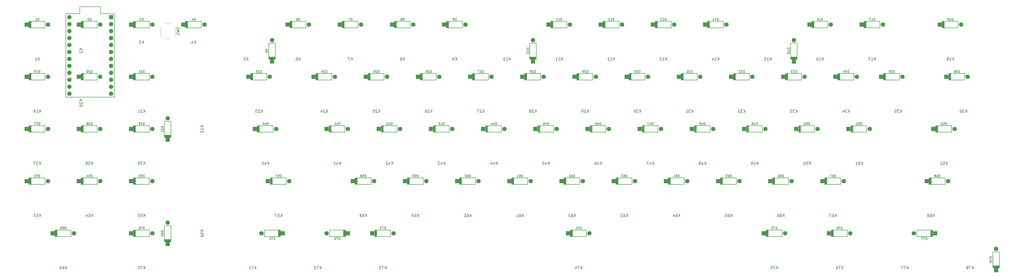
<source format=gbo>
G04 #@! TF.GenerationSoftware,KiCad,Pcbnew,5.99.0-unknown-4f191ce2c7~125~ubuntu18.04.1*
G04 #@! TF.CreationDate,2021-04-25T15:12:41-05:00*
G04 #@! TF.ProjectId,southpawpcb,736f7574-6870-4617-9770-63622e6b6963,rev?*
G04 #@! TF.SameCoordinates,Original*
G04 #@! TF.FileFunction,Legend,Bot*
G04 #@! TF.FilePolarity,Positive*
%FSLAX46Y46*%
G04 Gerber Fmt 4.6, Leading zero omitted, Abs format (unit mm)*
G04 Created by KiCad (PCBNEW 5.99.0-unknown-4f191ce2c7~125~ubuntu18.04.1) date 2021-04-25 15:12:41*
%MOMM*%
%LPD*%
G01*
G04 APERTURE LIST*
%ADD10C,0.150000*%
%ADD11C,0.200000*%
%ADD12C,0.120000*%
%ADD13R,1.600000X1.600000*%
%ADD14C,1.600000*%
G04 APERTURE END LIST*
D10*
G04 #@! TO.C,K1*
X24594295Y7699619D02*
X24594295Y8699619D01*
X24022866Y7699619D02*
X24451438Y8271047D01*
X24022866Y8699619D02*
X24594295Y8128190D01*
X23070485Y7699619D02*
X23641914Y7699619D01*
X23356200Y7699619D02*
X23356200Y8699619D01*
X23451438Y8556761D01*
X23546676Y8461523D01*
X23641914Y8413904D01*
G04 #@! TO.C,K24*
X129845285Y-11350380D02*
X129845285Y-10350380D01*
X129273857Y-11350380D02*
X129702428Y-10778952D01*
X129273857Y-10350380D02*
X129845285Y-10921809D01*
X128892904Y-10445619D02*
X128845285Y-10398000D01*
X128750047Y-10350380D01*
X128511952Y-10350380D01*
X128416714Y-10398000D01*
X128369095Y-10445619D01*
X128321476Y-10540857D01*
X128321476Y-10636095D01*
X128369095Y-10778952D01*
X128940523Y-11350380D01*
X128321476Y-11350380D01*
X127464333Y-10683714D02*
X127464333Y-11350380D01*
X127702428Y-10302761D02*
X127940523Y-11017047D01*
X127321476Y-11017047D01*
G04 #@! TO.C,K19*
X25070485Y-11350380D02*
X25070485Y-10350380D01*
X24499057Y-11350380D02*
X24927628Y-10778952D01*
X24499057Y-10350380D02*
X25070485Y-10921809D01*
X23546676Y-11350380D02*
X24118104Y-11350380D01*
X23832390Y-11350380D02*
X23832390Y-10350380D01*
X23927628Y-10493238D01*
X24022866Y-10588476D01*
X24118104Y-10636095D01*
X23070485Y-11350380D02*
X22880009Y-11350380D01*
X22784771Y-11302761D01*
X22737152Y-11255142D01*
X22641914Y-11112285D01*
X22594295Y-10921809D01*
X22594295Y-10540857D01*
X22641914Y-10445619D01*
X22689533Y-10398000D01*
X22784771Y-10350380D01*
X22975247Y-10350380D01*
X23070485Y-10398000D01*
X23118104Y-10445619D01*
X23165723Y-10540857D01*
X23165723Y-10778952D01*
X23118104Y-10874190D01*
X23070485Y-10921809D01*
X22975247Y-10969428D01*
X22784771Y-10969428D01*
X22689533Y-10921809D01*
X22641914Y-10874190D01*
X22594295Y-10778952D01*
G04 #@! TO.C,K18*
X358445285Y7699619D02*
X358445285Y8699619D01*
X357873857Y7699619D02*
X358302428Y8271047D01*
X357873857Y8699619D02*
X358445285Y8128190D01*
X356921476Y7699619D02*
X357492904Y7699619D01*
X357207190Y7699619D02*
X357207190Y8699619D01*
X357302428Y8556761D01*
X357397666Y8461523D01*
X357492904Y8413904D01*
X356350047Y8271047D02*
X356445285Y8318666D01*
X356492904Y8366285D01*
X356540523Y8461523D01*
X356540523Y8509142D01*
X356492904Y8604380D01*
X356445285Y8652000D01*
X356350047Y8699619D01*
X356159571Y8699619D01*
X356064333Y8652000D01*
X356016714Y8604380D01*
X355969095Y8509142D01*
X355969095Y8461523D01*
X356016714Y8366285D01*
X356064333Y8318666D01*
X356159571Y8271047D01*
X356350047Y8271047D01*
X356445285Y8223428D01*
X356492904Y8175809D01*
X356540523Y8080571D01*
X356540523Y7890095D01*
X356492904Y7794857D01*
X356445285Y7747238D01*
X356350047Y7699619D01*
X356159571Y7699619D01*
X356064333Y7747238D01*
X356016714Y7794857D01*
X355969095Y7890095D01*
X355969095Y8080571D01*
X356016714Y8175809D01*
X356064333Y8223428D01*
X356159571Y8271047D01*
G04 #@! TO.C,K33*
X301295285Y-11350380D02*
X301295285Y-10350380D01*
X300723857Y-11350380D02*
X301152428Y-10778952D01*
X300723857Y-10350380D02*
X301295285Y-10921809D01*
X300390523Y-10350380D02*
X299771476Y-10350380D01*
X300104809Y-10731333D01*
X299961952Y-10731333D01*
X299866714Y-10778952D01*
X299819095Y-10826571D01*
X299771476Y-10921809D01*
X299771476Y-11159904D01*
X299819095Y-11255142D01*
X299866714Y-11302761D01*
X299961952Y-11350380D01*
X300247666Y-11350380D01*
X300342904Y-11302761D01*
X300390523Y-11255142D01*
X299438142Y-10350380D02*
X298819095Y-10350380D01*
X299152428Y-10731333D01*
X299009571Y-10731333D01*
X298914333Y-10778952D01*
X298866714Y-10826571D01*
X298819095Y-10921809D01*
X298819095Y-11159904D01*
X298866714Y-11255142D01*
X298914333Y-11302761D01*
X299009571Y-11350380D01*
X299295285Y-11350380D01*
X299390523Y-11302761D01*
X299438142Y-11255142D01*
G04 #@! TO.C,K47*
X248907285Y-30400380D02*
X248907285Y-29400380D01*
X248335857Y-30400380D02*
X248764428Y-29828952D01*
X248335857Y-29400380D02*
X248907285Y-29971809D01*
X247478714Y-29733714D02*
X247478714Y-30400380D01*
X247716809Y-29352761D02*
X247954904Y-30067047D01*
X247335857Y-30067047D01*
X247050142Y-29400380D02*
X246383476Y-29400380D01*
X246812047Y-30400380D01*
G04 #@! TO.C,K17*
X329870285Y7699619D02*
X329870285Y8699619D01*
X329298857Y7699619D02*
X329727428Y8271047D01*
X329298857Y8699619D02*
X329870285Y8128190D01*
X328346476Y7699619D02*
X328917904Y7699619D01*
X328632190Y7699619D02*
X328632190Y8699619D01*
X328727428Y8556761D01*
X328822666Y8461523D01*
X328917904Y8413904D01*
X328013142Y8699619D02*
X327346476Y8699619D01*
X327775047Y7699619D01*
G04 #@! TO.C,K34*
X320345285Y-11350380D02*
X320345285Y-10350380D01*
X319773857Y-11350380D02*
X320202428Y-10778952D01*
X319773857Y-10350380D02*
X320345285Y-10921809D01*
X319440523Y-10350380D02*
X318821476Y-10350380D01*
X319154809Y-10731333D01*
X319011952Y-10731333D01*
X318916714Y-10778952D01*
X318869095Y-10826571D01*
X318821476Y-10921809D01*
X318821476Y-11159904D01*
X318869095Y-11255142D01*
X318916714Y-11302761D01*
X319011952Y-11350380D01*
X319297666Y-11350380D01*
X319392904Y-11302761D01*
X319440523Y-11255142D01*
X317964333Y-10683714D02*
X317964333Y-11350380D01*
X318202428Y-10302761D02*
X318440523Y-11017047D01*
X317821476Y-11017047D01*
G04 #@! TO.C,K78*
X365589285Y-68500380D02*
X365589285Y-67500380D01*
X365017857Y-68500380D02*
X365446428Y-67928952D01*
X365017857Y-67500380D02*
X365589285Y-68071809D01*
X364684523Y-67500380D02*
X364017857Y-67500380D01*
X364446428Y-68500380D01*
X363494047Y-67928952D02*
X363589285Y-67881333D01*
X363636904Y-67833714D01*
X363684523Y-67738476D01*
X363684523Y-67690857D01*
X363636904Y-67595619D01*
X363589285Y-67548000D01*
X363494047Y-67500380D01*
X363303571Y-67500380D01*
X363208333Y-67548000D01*
X363160714Y-67595619D01*
X363113095Y-67690857D01*
X363113095Y-67738476D01*
X363160714Y-67833714D01*
X363208333Y-67881333D01*
X363303571Y-67928952D01*
X363494047Y-67928952D01*
X363589285Y-67976571D01*
X363636904Y-68024190D01*
X363684523Y-68119428D01*
X363684523Y-68309904D01*
X363636904Y-68405142D01*
X363589285Y-68452761D01*
X363494047Y-68500380D01*
X363303571Y-68500380D01*
X363208333Y-68452761D01*
X363160714Y-68405142D01*
X363113095Y-68309904D01*
X363113095Y-68119428D01*
X363160714Y-68024190D01*
X363208333Y-67976571D01*
X363303571Y-67928952D01*
G04 #@! TO.C,K45*
X210807285Y-30400380D02*
X210807285Y-29400380D01*
X210235857Y-30400380D02*
X210664428Y-29828952D01*
X210235857Y-29400380D02*
X210807285Y-29971809D01*
X209378714Y-29733714D02*
X209378714Y-30400380D01*
X209616809Y-29352761D02*
X209854904Y-30067047D01*
X209235857Y-30067047D01*
X208378714Y-29400380D02*
X208854904Y-29400380D01*
X208902523Y-29876571D01*
X208854904Y-29828952D01*
X208759666Y-29781333D01*
X208521571Y-29781333D01*
X208426333Y-29828952D01*
X208378714Y-29876571D01*
X208331095Y-29971809D01*
X208331095Y-30209904D01*
X208378714Y-30305142D01*
X208426333Y-30352761D01*
X208521571Y-30400380D01*
X208759666Y-30400380D01*
X208854904Y-30352761D01*
X208902523Y-30305142D01*
G04 #@! TO.C,K32*
X282245285Y-11350380D02*
X282245285Y-10350380D01*
X281673857Y-11350380D02*
X282102428Y-10778952D01*
X281673857Y-10350380D02*
X282245285Y-10921809D01*
X281340523Y-10350380D02*
X280721476Y-10350380D01*
X281054809Y-10731333D01*
X280911952Y-10731333D01*
X280816714Y-10778952D01*
X280769095Y-10826571D01*
X280721476Y-10921809D01*
X280721476Y-11159904D01*
X280769095Y-11255142D01*
X280816714Y-11302761D01*
X280911952Y-11350380D01*
X281197666Y-11350380D01*
X281292904Y-11302761D01*
X281340523Y-11255142D01*
X280340523Y-10445619D02*
X280292904Y-10398000D01*
X280197666Y-10350380D01*
X279959571Y-10350380D01*
X279864333Y-10398000D01*
X279816714Y-10445619D01*
X279769095Y-10540857D01*
X279769095Y-10636095D01*
X279816714Y-10778952D01*
X280388142Y-11350380D01*
X279769095Y-11350380D01*
G04 #@! TO.C,K13*
X253670285Y7699619D02*
X253670285Y8699619D01*
X253098857Y7699619D02*
X253527428Y8271047D01*
X253098857Y8699619D02*
X253670285Y8128190D01*
X252146476Y7699619D02*
X252717904Y7699619D01*
X252432190Y7699619D02*
X252432190Y8699619D01*
X252527428Y8556761D01*
X252622666Y8461523D01*
X252717904Y8413904D01*
X251813142Y8699619D02*
X251194095Y8699619D01*
X251527428Y8318666D01*
X251384571Y8318666D01*
X251289333Y8271047D01*
X251241714Y8223428D01*
X251194095Y8128190D01*
X251194095Y7890095D01*
X251241714Y7794857D01*
X251289333Y7747238D01*
X251384571Y7699619D01*
X251670285Y7699619D01*
X251765523Y7747238D01*
X251813142Y7794857D01*
G04 #@! TO.C,K66*
X296533285Y-49450380D02*
X296533285Y-48450380D01*
X295961857Y-49450380D02*
X296390428Y-48878952D01*
X295961857Y-48450380D02*
X296533285Y-49021809D01*
X295104714Y-48450380D02*
X295295190Y-48450380D01*
X295390428Y-48498000D01*
X295438047Y-48545619D01*
X295533285Y-48688476D01*
X295580904Y-48878952D01*
X295580904Y-49259904D01*
X295533285Y-49355142D01*
X295485666Y-49402761D01*
X295390428Y-49450380D01*
X295199952Y-49450380D01*
X295104714Y-49402761D01*
X295057095Y-49355142D01*
X295009476Y-49259904D01*
X295009476Y-49021809D01*
X295057095Y-48926571D01*
X295104714Y-48878952D01*
X295199952Y-48831333D01*
X295390428Y-48831333D01*
X295485666Y-48878952D01*
X295533285Y-48926571D01*
X295580904Y-49021809D01*
X294152333Y-48450380D02*
X294342809Y-48450380D01*
X294438047Y-48498000D01*
X294485666Y-48545619D01*
X294580904Y-48688476D01*
X294628523Y-48878952D01*
X294628523Y-49259904D01*
X294580904Y-49355142D01*
X294533285Y-49402761D01*
X294438047Y-49450380D01*
X294247571Y-49450380D01*
X294152333Y-49402761D01*
X294104714Y-49355142D01*
X294057095Y-49259904D01*
X294057095Y-49021809D01*
X294104714Y-48926571D01*
X294152333Y-48878952D01*
X294247571Y-48831333D01*
X294438047Y-48831333D01*
X294533285Y-48878952D01*
X294580904Y-48926571D01*
X294628523Y-49021809D01*
G04 #@! TO.C,K75*
X294151285Y-68500380D02*
X294151285Y-67500380D01*
X293579857Y-68500380D02*
X294008428Y-67928952D01*
X293579857Y-67500380D02*
X294151285Y-68071809D01*
X293246523Y-67500380D02*
X292579857Y-67500380D01*
X293008428Y-68500380D01*
X291722714Y-67500380D02*
X292198904Y-67500380D01*
X292246523Y-67976571D01*
X292198904Y-67928952D01*
X292103666Y-67881333D01*
X291865571Y-67881333D01*
X291770333Y-67928952D01*
X291722714Y-67976571D01*
X291675095Y-68071809D01*
X291675095Y-68309904D01*
X291722714Y-68405142D01*
X291770333Y-68452761D01*
X291865571Y-68500380D01*
X292103666Y-68500380D01*
X292198904Y-68452761D01*
X292246523Y-68405142D01*
G04 #@! TO.C,K23*
X106033285Y-11350380D02*
X106033285Y-10350380D01*
X105461857Y-11350380D02*
X105890428Y-10778952D01*
X105461857Y-10350380D02*
X106033285Y-10921809D01*
X105080904Y-10445619D02*
X105033285Y-10398000D01*
X104938047Y-10350380D01*
X104699952Y-10350380D01*
X104604714Y-10398000D01*
X104557095Y-10445619D01*
X104509476Y-10540857D01*
X104509476Y-10636095D01*
X104557095Y-10778952D01*
X105128523Y-11350380D01*
X104509476Y-11350380D01*
X104176142Y-10350380D02*
X103557095Y-10350380D01*
X103890428Y-10731333D01*
X103747571Y-10731333D01*
X103652333Y-10778952D01*
X103604714Y-10826571D01*
X103557095Y-10921809D01*
X103557095Y-11159904D01*
X103604714Y-11255142D01*
X103652333Y-11302761D01*
X103747571Y-11350380D01*
X104033285Y-11350380D01*
X104128523Y-11302761D01*
X104176142Y-11255142D01*
G04 #@! TO.C,K7*
X138894095Y7699619D02*
X138894095Y8699619D01*
X138322666Y7699619D02*
X138751238Y8271047D01*
X138322666Y8699619D02*
X138894095Y8128190D01*
X137989333Y8699619D02*
X137322666Y8699619D01*
X137751238Y7699619D01*
G04 #@! TO.C,K2*
X40310580Y11938095D02*
X39310580Y11938095D01*
X40310580Y11366666D02*
X39739152Y11795238D01*
X39310580Y11366666D02*
X39882009Y11938095D01*
X39405819Y10985714D02*
X39358200Y10938095D01*
X39310580Y10842857D01*
X39310580Y10604761D01*
X39358200Y10509523D01*
X39405819Y10461904D01*
X39501057Y10414285D01*
X39596295Y10414285D01*
X39739152Y10461904D01*
X40310580Y11033333D01*
X40310580Y10414285D01*
G04 #@! TO.C,K4*
X81744295Y13795619D02*
X81744295Y14795619D01*
X81172866Y13795619D02*
X81601438Y14367047D01*
X81172866Y14795619D02*
X81744295Y14224190D01*
X80315723Y14462285D02*
X80315723Y13795619D01*
X80553819Y14843238D02*
X80791914Y14128952D01*
X80172866Y14128952D01*
G04 #@! TO.C,K3*
X62694295Y13795619D02*
X62694295Y14795619D01*
X62122866Y13795619D02*
X62551438Y14367047D01*
X62122866Y14795619D02*
X62694295Y14224190D01*
X61789533Y14795619D02*
X61170485Y14795619D01*
X61503819Y14414666D01*
X61360961Y14414666D01*
X61265723Y14367047D01*
X61218104Y14319428D01*
X61170485Y14224190D01*
X61170485Y13986095D01*
X61218104Y13890857D01*
X61265723Y13843238D01*
X61360961Y13795619D01*
X61646676Y13795619D01*
X61741914Y13843238D01*
X61789533Y13890857D01*
G04 #@! TO.C,K21*
X63170485Y-11350380D02*
X63170485Y-10350380D01*
X62599057Y-11350380D02*
X63027628Y-10778952D01*
X62599057Y-10350380D02*
X63170485Y-10921809D01*
X62218104Y-10445619D02*
X62170485Y-10398000D01*
X62075247Y-10350380D01*
X61837152Y-10350380D01*
X61741914Y-10398000D01*
X61694295Y-10445619D01*
X61646676Y-10540857D01*
X61646676Y-10636095D01*
X61694295Y-10778952D01*
X62265723Y-11350380D01*
X61646676Y-11350380D01*
X60694295Y-11350380D02*
X61265723Y-11350380D01*
X60980009Y-11350380D02*
X60980009Y-10350380D01*
X61075247Y-10493238D01*
X61170485Y-10588476D01*
X61265723Y-10636095D01*
G04 #@! TO.C,K74*
X222714285Y-68500380D02*
X222714285Y-67500380D01*
X222142857Y-68500380D02*
X222571428Y-67928952D01*
X222142857Y-67500380D02*
X222714285Y-68071809D01*
X221809523Y-67500380D02*
X221142857Y-67500380D01*
X221571428Y-68500380D01*
X220333333Y-67833714D02*
X220333333Y-68500380D01*
X220571428Y-67452761D02*
X220809523Y-68167047D01*
X220190476Y-68167047D01*
G04 #@! TO.C,K29*
X225095285Y-11350380D02*
X225095285Y-10350380D01*
X224523857Y-11350380D02*
X224952428Y-10778952D01*
X224523857Y-10350380D02*
X225095285Y-10921809D01*
X224142904Y-10445619D02*
X224095285Y-10398000D01*
X224000047Y-10350380D01*
X223761952Y-10350380D01*
X223666714Y-10398000D01*
X223619095Y-10445619D01*
X223571476Y-10540857D01*
X223571476Y-10636095D01*
X223619095Y-10778952D01*
X224190523Y-11350380D01*
X223571476Y-11350380D01*
X223095285Y-11350380D02*
X222904809Y-11350380D01*
X222809571Y-11302761D01*
X222761952Y-11255142D01*
X222666714Y-11112285D01*
X222619095Y-10921809D01*
X222619095Y-10540857D01*
X222666714Y-10445619D01*
X222714333Y-10398000D01*
X222809571Y-10350380D01*
X223000047Y-10350380D01*
X223095285Y-10398000D01*
X223142904Y-10445619D01*
X223190523Y-10540857D01*
X223190523Y-10778952D01*
X223142904Y-10874190D01*
X223095285Y-10921809D01*
X223000047Y-10969428D01*
X222809571Y-10969428D01*
X222714333Y-10921809D01*
X222666714Y-10874190D01*
X222619095Y-10778952D01*
G04 #@! TO.C,K44*
X191757285Y-30400380D02*
X191757285Y-29400380D01*
X191185857Y-30400380D02*
X191614428Y-29828952D01*
X191185857Y-29400380D02*
X191757285Y-29971809D01*
X190328714Y-29733714D02*
X190328714Y-30400380D01*
X190566809Y-29352761D02*
X190804904Y-30067047D01*
X190185857Y-30067047D01*
X189376333Y-29733714D02*
X189376333Y-30400380D01*
X189614428Y-29352761D02*
X189852523Y-30067047D01*
X189233476Y-30067047D01*
G04 #@! TO.C,K20*
X40310580Y-6635714D02*
X39310580Y-6635714D01*
X40310580Y-7207142D02*
X39739152Y-6778571D01*
X39310580Y-7207142D02*
X39882009Y-6635714D01*
X39405819Y-7588095D02*
X39358200Y-7635714D01*
X39310580Y-7730952D01*
X39310580Y-7969047D01*
X39358200Y-8064285D01*
X39405819Y-8111904D01*
X39501057Y-8159523D01*
X39596295Y-8159523D01*
X39739152Y-8111904D01*
X40310580Y-7540476D01*
X40310580Y-8159523D01*
X39310580Y-8778571D02*
X39310580Y-8873809D01*
X39358200Y-8969047D01*
X39405819Y-9016666D01*
X39501057Y-9064285D01*
X39691533Y-9111904D01*
X39929628Y-9111904D01*
X40120104Y-9064285D01*
X40215342Y-9016666D01*
X40262961Y-8969047D01*
X40310580Y-8873809D01*
X40310580Y-8778571D01*
X40262961Y-8683333D01*
X40215342Y-8635714D01*
X40120104Y-8588095D01*
X39929628Y-8540476D01*
X39691533Y-8540476D01*
X39501057Y-8588095D01*
X39405819Y-8635714D01*
X39358200Y-8683333D01*
X39310580Y-8778571D01*
G04 #@! TO.C,K42*
X153657285Y-30400380D02*
X153657285Y-29400380D01*
X153085857Y-30400380D02*
X153514428Y-29828952D01*
X153085857Y-29400380D02*
X153657285Y-29971809D01*
X152228714Y-29733714D02*
X152228714Y-30400380D01*
X152466809Y-29352761D02*
X152704904Y-30067047D01*
X152085857Y-30067047D01*
X151752523Y-29495619D02*
X151704904Y-29448000D01*
X151609666Y-29400380D01*
X151371571Y-29400380D01*
X151276333Y-29448000D01*
X151228714Y-29495619D01*
X151181095Y-29590857D01*
X151181095Y-29686095D01*
X151228714Y-29828952D01*
X151800142Y-30400380D01*
X151181095Y-30400380D01*
G04 #@! TO.C,K76*
X317964285Y-68500380D02*
X317964285Y-67500380D01*
X317392857Y-68500380D02*
X317821428Y-67928952D01*
X317392857Y-67500380D02*
X317964285Y-68071809D01*
X317059523Y-67500380D02*
X316392857Y-67500380D01*
X316821428Y-68500380D01*
X315583333Y-67500380D02*
X315773809Y-67500380D01*
X315869047Y-67548000D01*
X315916666Y-67595619D01*
X316011904Y-67738476D01*
X316059523Y-67928952D01*
X316059523Y-68309904D01*
X316011904Y-68405142D01*
X315964285Y-68452761D01*
X315869047Y-68500380D01*
X315678571Y-68500380D01*
X315583333Y-68452761D01*
X315535714Y-68405142D01*
X315488095Y-68309904D01*
X315488095Y-68071809D01*
X315535714Y-67976571D01*
X315583333Y-67928952D01*
X315678571Y-67881333D01*
X315869047Y-67881333D01*
X315964285Y-67928952D01*
X316011904Y-67976571D01*
X316059523Y-68071809D01*
G04 #@! TO.C,K53*
X25070485Y-49450380D02*
X25070485Y-48450380D01*
X24499057Y-49450380D02*
X24927628Y-48878952D01*
X24499057Y-48450380D02*
X25070485Y-49021809D01*
X23594295Y-48450380D02*
X24070485Y-48450380D01*
X24118104Y-48926571D01*
X24070485Y-48878952D01*
X23975247Y-48831333D01*
X23737152Y-48831333D01*
X23641914Y-48878952D01*
X23594295Y-48926571D01*
X23546676Y-49021809D01*
X23546676Y-49259904D01*
X23594295Y-49355142D01*
X23641914Y-49402761D01*
X23737152Y-49450380D01*
X23975247Y-49450380D01*
X24070485Y-49402761D01*
X24118104Y-49355142D01*
X23213342Y-48450380D02*
X22594295Y-48450380D01*
X22927628Y-48831333D01*
X22784771Y-48831333D01*
X22689533Y-48878952D01*
X22641914Y-48926571D01*
X22594295Y-49021809D01*
X22594295Y-49259904D01*
X22641914Y-49355142D01*
X22689533Y-49402761D01*
X22784771Y-49450380D01*
X23070485Y-49450380D01*
X23165723Y-49402761D01*
X23213342Y-49355142D01*
G04 #@! TO.C,K48*
X267957285Y-30400380D02*
X267957285Y-29400380D01*
X267385857Y-30400380D02*
X267814428Y-29828952D01*
X267385857Y-29400380D02*
X267957285Y-29971809D01*
X266528714Y-29733714D02*
X266528714Y-30400380D01*
X266766809Y-29352761D02*
X267004904Y-30067047D01*
X266385857Y-30067047D01*
X265862047Y-29828952D02*
X265957285Y-29781333D01*
X266004904Y-29733714D01*
X266052523Y-29638476D01*
X266052523Y-29590857D01*
X266004904Y-29495619D01*
X265957285Y-29448000D01*
X265862047Y-29400380D01*
X265671571Y-29400380D01*
X265576333Y-29448000D01*
X265528714Y-29495619D01*
X265481095Y-29590857D01*
X265481095Y-29638476D01*
X265528714Y-29733714D01*
X265576333Y-29781333D01*
X265671571Y-29828952D01*
X265862047Y-29828952D01*
X265957285Y-29876571D01*
X266004904Y-29924190D01*
X266052523Y-30019428D01*
X266052523Y-30209904D01*
X266004904Y-30305142D01*
X265957285Y-30352761D01*
X265862047Y-30400380D01*
X265671571Y-30400380D01*
X265576333Y-30352761D01*
X265528714Y-30305142D01*
X265481095Y-30209904D01*
X265481095Y-30019428D01*
X265528714Y-29924190D01*
X265576333Y-29876571D01*
X265671571Y-29828952D01*
G04 #@! TO.C,K61*
X201283285Y-49450380D02*
X201283285Y-48450380D01*
X200711857Y-49450380D02*
X201140428Y-48878952D01*
X200711857Y-48450380D02*
X201283285Y-49021809D01*
X199854714Y-48450380D02*
X200045190Y-48450380D01*
X200140428Y-48498000D01*
X200188047Y-48545619D01*
X200283285Y-48688476D01*
X200330904Y-48878952D01*
X200330904Y-49259904D01*
X200283285Y-49355142D01*
X200235666Y-49402761D01*
X200140428Y-49450380D01*
X199949952Y-49450380D01*
X199854714Y-49402761D01*
X199807095Y-49355142D01*
X199759476Y-49259904D01*
X199759476Y-49021809D01*
X199807095Y-48926571D01*
X199854714Y-48878952D01*
X199949952Y-48831333D01*
X200140428Y-48831333D01*
X200235666Y-48878952D01*
X200283285Y-48926571D01*
X200330904Y-49021809D01*
X198807095Y-49450380D02*
X199378523Y-49450380D01*
X199092809Y-49450380D02*
X199092809Y-48450380D01*
X199188047Y-48593238D01*
X199283285Y-48688476D01*
X199378523Y-48736095D01*
G04 #@! TO.C,K12*
X234620285Y7699619D02*
X234620285Y8699619D01*
X234048857Y7699619D02*
X234477428Y8271047D01*
X234048857Y8699619D02*
X234620285Y8128190D01*
X233096476Y7699619D02*
X233667904Y7699619D01*
X233382190Y7699619D02*
X233382190Y8699619D01*
X233477428Y8556761D01*
X233572666Y8461523D01*
X233667904Y8413904D01*
X232715523Y8604380D02*
X232667904Y8652000D01*
X232572666Y8699619D01*
X232334571Y8699619D01*
X232239333Y8652000D01*
X232191714Y8604380D01*
X232144095Y8509142D01*
X232144095Y8413904D01*
X232191714Y8271047D01*
X232763142Y7699619D01*
X232144095Y7699619D01*
G04 #@! TO.C,K39*
X63170485Y-30400380D02*
X63170485Y-29400380D01*
X62599057Y-30400380D02*
X63027628Y-29828952D01*
X62599057Y-29400380D02*
X63170485Y-29971809D01*
X62265723Y-29400380D02*
X61646676Y-29400380D01*
X61980009Y-29781333D01*
X61837152Y-29781333D01*
X61741914Y-29828952D01*
X61694295Y-29876571D01*
X61646676Y-29971809D01*
X61646676Y-30209904D01*
X61694295Y-30305142D01*
X61741914Y-30352761D01*
X61837152Y-30400380D01*
X62122866Y-30400380D01*
X62218104Y-30352761D01*
X62265723Y-30305142D01*
X61170485Y-30400380D02*
X60980009Y-30400380D01*
X60884771Y-30352761D01*
X60837152Y-30305142D01*
X60741914Y-30162285D01*
X60694295Y-29971809D01*
X60694295Y-29590857D01*
X60741914Y-29495619D01*
X60789533Y-29448000D01*
X60884771Y-29400380D01*
X61075247Y-29400380D01*
X61170485Y-29448000D01*
X61218104Y-29495619D01*
X61265723Y-29590857D01*
X61265723Y-29828952D01*
X61218104Y-29924190D01*
X61170485Y-29971809D01*
X61075247Y-30019428D01*
X60884771Y-30019428D01*
X60789533Y-29971809D01*
X60741914Y-29924190D01*
X60694295Y-29828952D01*
G04 #@! TO.C,K56*
X84506580Y-54260714D02*
X83506580Y-54260714D01*
X84506580Y-54832142D02*
X83935152Y-54403571D01*
X83506580Y-54832142D02*
X84078009Y-54260714D01*
X83506580Y-55736904D02*
X83506580Y-55260714D01*
X83982771Y-55213095D01*
X83935152Y-55260714D01*
X83887533Y-55355952D01*
X83887533Y-55594047D01*
X83935152Y-55689285D01*
X83982771Y-55736904D01*
X84078009Y-55784523D01*
X84316104Y-55784523D01*
X84411342Y-55736904D01*
X84458961Y-55689285D01*
X84506580Y-55594047D01*
X84506580Y-55355952D01*
X84458961Y-55260714D01*
X84411342Y-55213095D01*
X83506580Y-56641666D02*
X83506580Y-56451190D01*
X83554200Y-56355952D01*
X83601819Y-56308333D01*
X83744676Y-56213095D01*
X83935152Y-56165476D01*
X84316104Y-56165476D01*
X84411342Y-56213095D01*
X84458961Y-56260714D01*
X84506580Y-56355952D01*
X84506580Y-56546428D01*
X84458961Y-56641666D01*
X84411342Y-56689285D01*
X84316104Y-56736904D01*
X84078009Y-56736904D01*
X83982771Y-56689285D01*
X83935152Y-56641666D01*
X83887533Y-56546428D01*
X83887533Y-56355952D01*
X83935152Y-56260714D01*
X83982771Y-56213095D01*
X84078009Y-56165476D01*
G04 #@! TO.C,K50*
X306057285Y-30400380D02*
X306057285Y-29400380D01*
X305485857Y-30400380D02*
X305914428Y-29828952D01*
X305485857Y-29400380D02*
X306057285Y-29971809D01*
X304581095Y-29400380D02*
X305057285Y-29400380D01*
X305104904Y-29876571D01*
X305057285Y-29828952D01*
X304962047Y-29781333D01*
X304723952Y-29781333D01*
X304628714Y-29828952D01*
X304581095Y-29876571D01*
X304533476Y-29971809D01*
X304533476Y-30209904D01*
X304581095Y-30305142D01*
X304628714Y-30352761D01*
X304723952Y-30400380D01*
X304962047Y-30400380D01*
X305057285Y-30352761D01*
X305104904Y-30305142D01*
X303914428Y-29400380D02*
X303819190Y-29400380D01*
X303723952Y-29448000D01*
X303676333Y-29495619D01*
X303628714Y-29590857D01*
X303581095Y-29781333D01*
X303581095Y-30019428D01*
X303628714Y-30209904D01*
X303676333Y-30305142D01*
X303723952Y-30352761D01*
X303819190Y-30400380D01*
X303914428Y-30400380D01*
X304009666Y-30352761D01*
X304057285Y-30305142D01*
X304104904Y-30209904D01*
X304152523Y-30019428D01*
X304152523Y-29781333D01*
X304104904Y-29590857D01*
X304057285Y-29495619D01*
X304009666Y-29448000D01*
X303914428Y-29400380D01*
G04 #@! TO.C,K55*
X63170485Y-49450380D02*
X63170485Y-48450380D01*
X62599057Y-49450380D02*
X63027628Y-48878952D01*
X62599057Y-48450380D02*
X63170485Y-49021809D01*
X61694295Y-48450380D02*
X62170485Y-48450380D01*
X62218104Y-48926571D01*
X62170485Y-48878952D01*
X62075247Y-48831333D01*
X61837152Y-48831333D01*
X61741914Y-48878952D01*
X61694295Y-48926571D01*
X61646676Y-49021809D01*
X61646676Y-49259904D01*
X61694295Y-49355142D01*
X61741914Y-49402761D01*
X61837152Y-49450380D01*
X62075247Y-49450380D01*
X62170485Y-49402761D01*
X62218104Y-49355142D01*
X60741914Y-48450380D02*
X61218104Y-48450380D01*
X61265723Y-48926571D01*
X61218104Y-48878952D01*
X61122866Y-48831333D01*
X60884771Y-48831333D01*
X60789533Y-48878952D01*
X60741914Y-48926571D01*
X60694295Y-49021809D01*
X60694295Y-49259904D01*
X60741914Y-49355142D01*
X60789533Y-49402761D01*
X60884771Y-49450380D01*
X61122866Y-49450380D01*
X61218104Y-49402761D01*
X61265723Y-49355142D01*
G04 #@! TO.C,K52*
X356064285Y-30400380D02*
X356064285Y-29400380D01*
X355492857Y-30400380D02*
X355921428Y-29828952D01*
X355492857Y-29400380D02*
X356064285Y-29971809D01*
X354588095Y-29400380D02*
X355064285Y-29400380D01*
X355111904Y-29876571D01*
X355064285Y-29828952D01*
X354969047Y-29781333D01*
X354730952Y-29781333D01*
X354635714Y-29828952D01*
X354588095Y-29876571D01*
X354540476Y-29971809D01*
X354540476Y-30209904D01*
X354588095Y-30305142D01*
X354635714Y-30352761D01*
X354730952Y-30400380D01*
X354969047Y-30400380D01*
X355064285Y-30352761D01*
X355111904Y-30305142D01*
X354159523Y-29495619D02*
X354111904Y-29448000D01*
X354016666Y-29400380D01*
X353778571Y-29400380D01*
X353683333Y-29448000D01*
X353635714Y-29495619D01*
X353588095Y-29590857D01*
X353588095Y-29686095D01*
X353635714Y-29828952D01*
X354207142Y-30400380D01*
X353588095Y-30400380D01*
G04 #@! TO.C,K38*
X44120485Y-30400380D02*
X44120485Y-29400380D01*
X43549057Y-30400380D02*
X43977628Y-29828952D01*
X43549057Y-29400380D02*
X44120485Y-29971809D01*
X43215723Y-29400380D02*
X42596676Y-29400380D01*
X42930009Y-29781333D01*
X42787152Y-29781333D01*
X42691914Y-29828952D01*
X42644295Y-29876571D01*
X42596676Y-29971809D01*
X42596676Y-30209904D01*
X42644295Y-30305142D01*
X42691914Y-30352761D01*
X42787152Y-30400380D01*
X43072866Y-30400380D01*
X43168104Y-30352761D01*
X43215723Y-30305142D01*
X42025247Y-29828952D02*
X42120485Y-29781333D01*
X42168104Y-29733714D01*
X42215723Y-29638476D01*
X42215723Y-29590857D01*
X42168104Y-29495619D01*
X42120485Y-29448000D01*
X42025247Y-29400380D01*
X41834771Y-29400380D01*
X41739533Y-29448000D01*
X41691914Y-29495619D01*
X41644295Y-29590857D01*
X41644295Y-29638476D01*
X41691914Y-29733714D01*
X41739533Y-29781333D01*
X41834771Y-29828952D01*
X42025247Y-29828952D01*
X42120485Y-29876571D01*
X42168104Y-29924190D01*
X42215723Y-30019428D01*
X42215723Y-30209904D01*
X42168104Y-30305142D01*
X42120485Y-30352761D01*
X42025247Y-30400380D01*
X41834771Y-30400380D01*
X41739533Y-30352761D01*
X41691914Y-30305142D01*
X41644295Y-30209904D01*
X41644295Y-30019428D01*
X41691914Y-29924190D01*
X41739533Y-29876571D01*
X41834771Y-29828952D01*
G04 #@! TO.C,K58*
X144133285Y-49450380D02*
X144133285Y-48450380D01*
X143561857Y-49450380D02*
X143990428Y-48878952D01*
X143561857Y-48450380D02*
X144133285Y-49021809D01*
X142657095Y-48450380D02*
X143133285Y-48450380D01*
X143180904Y-48926571D01*
X143133285Y-48878952D01*
X143038047Y-48831333D01*
X142799952Y-48831333D01*
X142704714Y-48878952D01*
X142657095Y-48926571D01*
X142609476Y-49021809D01*
X142609476Y-49259904D01*
X142657095Y-49355142D01*
X142704714Y-49402761D01*
X142799952Y-49450380D01*
X143038047Y-49450380D01*
X143133285Y-49402761D01*
X143180904Y-49355142D01*
X142038047Y-48878952D02*
X142133285Y-48831333D01*
X142180904Y-48783714D01*
X142228523Y-48688476D01*
X142228523Y-48640857D01*
X142180904Y-48545619D01*
X142133285Y-48498000D01*
X142038047Y-48450380D01*
X141847571Y-48450380D01*
X141752333Y-48498000D01*
X141704714Y-48545619D01*
X141657095Y-48640857D01*
X141657095Y-48688476D01*
X141704714Y-48783714D01*
X141752333Y-48831333D01*
X141847571Y-48878952D01*
X142038047Y-48878952D01*
X142133285Y-48926571D01*
X142180904Y-48974190D01*
X142228523Y-49069428D01*
X142228523Y-49259904D01*
X142180904Y-49355142D01*
X142133285Y-49402761D01*
X142038047Y-49450380D01*
X141847571Y-49450380D01*
X141752333Y-49402761D01*
X141704714Y-49355142D01*
X141657095Y-49259904D01*
X141657095Y-49069428D01*
X141704714Y-48974190D01*
X141752333Y-48926571D01*
X141847571Y-48878952D01*
G04 #@! TO.C,K60*
X182233285Y-49450380D02*
X182233285Y-48450380D01*
X181661857Y-49450380D02*
X182090428Y-48878952D01*
X181661857Y-48450380D02*
X182233285Y-49021809D01*
X180804714Y-48450380D02*
X180995190Y-48450380D01*
X181090428Y-48498000D01*
X181138047Y-48545619D01*
X181233285Y-48688476D01*
X181280904Y-48878952D01*
X181280904Y-49259904D01*
X181233285Y-49355142D01*
X181185666Y-49402761D01*
X181090428Y-49450380D01*
X180899952Y-49450380D01*
X180804714Y-49402761D01*
X180757095Y-49355142D01*
X180709476Y-49259904D01*
X180709476Y-49021809D01*
X180757095Y-48926571D01*
X180804714Y-48878952D01*
X180899952Y-48831333D01*
X181090428Y-48831333D01*
X181185666Y-48878952D01*
X181233285Y-48926571D01*
X181280904Y-49021809D01*
X180090428Y-48450380D02*
X179995190Y-48450380D01*
X179899952Y-48498000D01*
X179852333Y-48545619D01*
X179804714Y-48640857D01*
X179757095Y-48831333D01*
X179757095Y-49069428D01*
X179804714Y-49259904D01*
X179852333Y-49355142D01*
X179899952Y-49402761D01*
X179995190Y-49450380D01*
X180090428Y-49450380D01*
X180185666Y-49402761D01*
X180233285Y-49355142D01*
X180280904Y-49259904D01*
X180328523Y-49069428D01*
X180328523Y-48831333D01*
X180280904Y-48640857D01*
X180233285Y-48545619D01*
X180185666Y-48498000D01*
X180090428Y-48450380D01*
G04 #@! TO.C,K62*
X220333285Y-49450380D02*
X220333285Y-48450380D01*
X219761857Y-49450380D02*
X220190428Y-48878952D01*
X219761857Y-48450380D02*
X220333285Y-49021809D01*
X218904714Y-48450380D02*
X219095190Y-48450380D01*
X219190428Y-48498000D01*
X219238047Y-48545619D01*
X219333285Y-48688476D01*
X219380904Y-48878952D01*
X219380904Y-49259904D01*
X219333285Y-49355142D01*
X219285666Y-49402761D01*
X219190428Y-49450380D01*
X218999952Y-49450380D01*
X218904714Y-49402761D01*
X218857095Y-49355142D01*
X218809476Y-49259904D01*
X218809476Y-49021809D01*
X218857095Y-48926571D01*
X218904714Y-48878952D01*
X218999952Y-48831333D01*
X219190428Y-48831333D01*
X219285666Y-48878952D01*
X219333285Y-48926571D01*
X219380904Y-49021809D01*
X218428523Y-48545619D02*
X218380904Y-48498000D01*
X218285666Y-48450380D01*
X218047571Y-48450380D01*
X217952333Y-48498000D01*
X217904714Y-48545619D01*
X217857095Y-48640857D01*
X217857095Y-48736095D01*
X217904714Y-48878952D01*
X218476142Y-49450380D01*
X217857095Y-49450380D01*
G04 #@! TO.C,K10*
X196520285Y7699619D02*
X196520285Y8699619D01*
X195948857Y7699619D02*
X196377428Y8271047D01*
X195948857Y8699619D02*
X196520285Y8128190D01*
X194996476Y7699619D02*
X195567904Y7699619D01*
X195282190Y7699619D02*
X195282190Y8699619D01*
X195377428Y8556761D01*
X195472666Y8461523D01*
X195567904Y8413904D01*
X194377428Y8699619D02*
X194282190Y8699619D01*
X194186952Y8652000D01*
X194139333Y8604380D01*
X194091714Y8509142D01*
X194044095Y8318666D01*
X194044095Y8080571D01*
X194091714Y7890095D01*
X194139333Y7794857D01*
X194186952Y7747238D01*
X194282190Y7699619D01*
X194377428Y7699619D01*
X194472666Y7747238D01*
X194520285Y7794857D01*
X194567904Y7890095D01*
X194615523Y8080571D01*
X194615523Y8318666D01*
X194567904Y8509142D01*
X194520285Y8604380D01*
X194472666Y8652000D01*
X194377428Y8699619D01*
G04 #@! TO.C,K14*
X272720285Y7699619D02*
X272720285Y8699619D01*
X272148857Y7699619D02*
X272577428Y8271047D01*
X272148857Y8699619D02*
X272720285Y8128190D01*
X271196476Y7699619D02*
X271767904Y7699619D01*
X271482190Y7699619D02*
X271482190Y8699619D01*
X271577428Y8556761D01*
X271672666Y8461523D01*
X271767904Y8413904D01*
X270339333Y8366285D02*
X270339333Y7699619D01*
X270577428Y8747238D02*
X270815523Y8032952D01*
X270196476Y8032952D01*
G04 #@! TO.C,K11*
X215570285Y7699619D02*
X215570285Y8699619D01*
X214998857Y7699619D02*
X215427428Y8271047D01*
X214998857Y8699619D02*
X215570285Y8128190D01*
X214046476Y7699619D02*
X214617904Y7699619D01*
X214332190Y7699619D02*
X214332190Y8699619D01*
X214427428Y8556761D01*
X214522666Y8461523D01*
X214617904Y8413904D01*
X213094095Y7699619D02*
X213665523Y7699619D01*
X213379809Y7699619D02*
X213379809Y8699619D01*
X213475047Y8556761D01*
X213570285Y8461523D01*
X213665523Y8413904D01*
G04 #@! TO.C,K51*
X325107285Y-30400380D02*
X325107285Y-29400380D01*
X324535857Y-30400380D02*
X324964428Y-29828952D01*
X324535857Y-29400380D02*
X325107285Y-29971809D01*
X323631095Y-29400380D02*
X324107285Y-29400380D01*
X324154904Y-29876571D01*
X324107285Y-29828952D01*
X324012047Y-29781333D01*
X323773952Y-29781333D01*
X323678714Y-29828952D01*
X323631095Y-29876571D01*
X323583476Y-29971809D01*
X323583476Y-30209904D01*
X323631095Y-30305142D01*
X323678714Y-30352761D01*
X323773952Y-30400380D01*
X324012047Y-30400380D01*
X324107285Y-30352761D01*
X324154904Y-30305142D01*
X322631095Y-30400380D02*
X323202523Y-30400380D01*
X322916809Y-30400380D02*
X322916809Y-29400380D01*
X323012047Y-29543238D01*
X323107285Y-29638476D01*
X323202523Y-29686095D01*
G04 #@! TO.C,K57*
X113176285Y-49450380D02*
X113176285Y-48450380D01*
X112604857Y-49450380D02*
X113033428Y-48878952D01*
X112604857Y-48450380D02*
X113176285Y-49021809D01*
X111700095Y-48450380D02*
X112176285Y-48450380D01*
X112223904Y-48926571D01*
X112176285Y-48878952D01*
X112081047Y-48831333D01*
X111842952Y-48831333D01*
X111747714Y-48878952D01*
X111700095Y-48926571D01*
X111652476Y-49021809D01*
X111652476Y-49259904D01*
X111700095Y-49355142D01*
X111747714Y-49402761D01*
X111842952Y-49450380D01*
X112081047Y-49450380D01*
X112176285Y-49402761D01*
X112223904Y-49355142D01*
X111319142Y-48450380D02*
X110652476Y-48450380D01*
X111081047Y-49450380D01*
G04 #@! TO.C,K54*
X44120485Y-49450380D02*
X44120485Y-48450380D01*
X43549057Y-49450380D02*
X43977628Y-48878952D01*
X43549057Y-48450380D02*
X44120485Y-49021809D01*
X42644295Y-48450380D02*
X43120485Y-48450380D01*
X43168104Y-48926571D01*
X43120485Y-48878952D01*
X43025247Y-48831333D01*
X42787152Y-48831333D01*
X42691914Y-48878952D01*
X42644295Y-48926571D01*
X42596676Y-49021809D01*
X42596676Y-49259904D01*
X42644295Y-49355142D01*
X42691914Y-49402761D01*
X42787152Y-49450380D01*
X43025247Y-49450380D01*
X43120485Y-49402761D01*
X43168104Y-49355142D01*
X41739533Y-48783714D02*
X41739533Y-49450380D01*
X41977628Y-48402761D02*
X42215723Y-49117047D01*
X41596676Y-49117047D01*
G04 #@! TO.C,K9*
X176994095Y7699619D02*
X176994095Y8699619D01*
X176422666Y7699619D02*
X176851238Y8271047D01*
X176422666Y8699619D02*
X176994095Y8128190D01*
X175946476Y7699619D02*
X175756000Y7699619D01*
X175660761Y7747238D01*
X175613142Y7794857D01*
X175517904Y7937714D01*
X175470285Y8128190D01*
X175470285Y8509142D01*
X175517904Y8604380D01*
X175565523Y8652000D01*
X175660761Y8699619D01*
X175851238Y8699619D01*
X175946476Y8652000D01*
X175994095Y8604380D01*
X176041714Y8509142D01*
X176041714Y8271047D01*
X175994095Y8175809D01*
X175946476Y8128190D01*
X175851238Y8080571D01*
X175660761Y8080571D01*
X175565523Y8128190D01*
X175517904Y8175809D01*
X175470285Y8271047D01*
G04 #@! TO.C,K36*
X363207285Y-11350380D02*
X363207285Y-10350380D01*
X362635857Y-11350380D02*
X363064428Y-10778952D01*
X362635857Y-10350380D02*
X363207285Y-10921809D01*
X362302523Y-10350380D02*
X361683476Y-10350380D01*
X362016809Y-10731333D01*
X361873952Y-10731333D01*
X361778714Y-10778952D01*
X361731095Y-10826571D01*
X361683476Y-10921809D01*
X361683476Y-11159904D01*
X361731095Y-11255142D01*
X361778714Y-11302761D01*
X361873952Y-11350380D01*
X362159666Y-11350380D01*
X362254904Y-11302761D01*
X362302523Y-11255142D01*
X360826333Y-10350380D02*
X361016809Y-10350380D01*
X361112047Y-10398000D01*
X361159666Y-10445619D01*
X361254904Y-10588476D01*
X361302523Y-10778952D01*
X361302523Y-11159904D01*
X361254904Y-11255142D01*
X361207285Y-11302761D01*
X361112047Y-11350380D01*
X360921571Y-11350380D01*
X360826333Y-11302761D01*
X360778714Y-11255142D01*
X360731095Y-11159904D01*
X360731095Y-10921809D01*
X360778714Y-10826571D01*
X360826333Y-10778952D01*
X360921571Y-10731333D01*
X361112047Y-10731333D01*
X361207285Y-10778952D01*
X361254904Y-10826571D01*
X361302523Y-10921809D01*
G04 #@! TO.C,K37*
X25070485Y-30400380D02*
X25070485Y-29400380D01*
X24499057Y-30400380D02*
X24927628Y-29828952D01*
X24499057Y-29400380D02*
X25070485Y-29971809D01*
X24165723Y-29400380D02*
X23546676Y-29400380D01*
X23880009Y-29781333D01*
X23737152Y-29781333D01*
X23641914Y-29828952D01*
X23594295Y-29876571D01*
X23546676Y-29971809D01*
X23546676Y-30209904D01*
X23594295Y-30305142D01*
X23641914Y-30352761D01*
X23737152Y-30400380D01*
X24022866Y-30400380D01*
X24118104Y-30352761D01*
X24165723Y-30305142D01*
X23213342Y-29400380D02*
X22546676Y-29400380D01*
X22975247Y-30400380D01*
G04 #@! TO.C,K16*
X310820285Y7699619D02*
X310820285Y8699619D01*
X310248857Y7699619D02*
X310677428Y8271047D01*
X310248857Y8699619D02*
X310820285Y8128190D01*
X309296476Y7699619D02*
X309867904Y7699619D01*
X309582190Y7699619D02*
X309582190Y8699619D01*
X309677428Y8556761D01*
X309772666Y8461523D01*
X309867904Y8413904D01*
X308439333Y8699619D02*
X308629809Y8699619D01*
X308725047Y8652000D01*
X308772666Y8604380D01*
X308867904Y8461523D01*
X308915523Y8271047D01*
X308915523Y7890095D01*
X308867904Y7794857D01*
X308820285Y7747238D01*
X308725047Y7699619D01*
X308534571Y7699619D01*
X308439333Y7747238D01*
X308391714Y7794857D01*
X308344095Y7890095D01*
X308344095Y8128190D01*
X308391714Y8223428D01*
X308439333Y8271047D01*
X308534571Y8318666D01*
X308725047Y8318666D01*
X308820285Y8271047D01*
X308867904Y8223428D01*
X308915523Y8128190D01*
G04 #@! TO.C,K22*
X84506580Y-16160714D02*
X83506580Y-16160714D01*
X84506580Y-16732142D02*
X83935152Y-16303571D01*
X83506580Y-16732142D02*
X84078009Y-16160714D01*
X83601819Y-17113095D02*
X83554200Y-17160714D01*
X83506580Y-17255952D01*
X83506580Y-17494047D01*
X83554200Y-17589285D01*
X83601819Y-17636904D01*
X83697057Y-17684523D01*
X83792295Y-17684523D01*
X83935152Y-17636904D01*
X84506580Y-17065476D01*
X84506580Y-17684523D01*
X83601819Y-18065476D02*
X83554200Y-18113095D01*
X83506580Y-18208333D01*
X83506580Y-18446428D01*
X83554200Y-18541666D01*
X83601819Y-18589285D01*
X83697057Y-18636904D01*
X83792295Y-18636904D01*
X83935152Y-18589285D01*
X84506580Y-18017857D01*
X84506580Y-18636904D01*
G04 #@! TO.C,K15*
X291770285Y7699619D02*
X291770285Y8699619D01*
X291198857Y7699619D02*
X291627428Y8271047D01*
X291198857Y8699619D02*
X291770285Y8128190D01*
X290246476Y7699619D02*
X290817904Y7699619D01*
X290532190Y7699619D02*
X290532190Y8699619D01*
X290627428Y8556761D01*
X290722666Y8461523D01*
X290817904Y8413904D01*
X289341714Y8699619D02*
X289817904Y8699619D01*
X289865523Y8223428D01*
X289817904Y8271047D01*
X289722666Y8318666D01*
X289484571Y8318666D01*
X289389333Y8271047D01*
X289341714Y8223428D01*
X289294095Y8128190D01*
X289294095Y7890095D01*
X289341714Y7794857D01*
X289389333Y7747238D01*
X289484571Y7699619D01*
X289722666Y7699619D01*
X289817904Y7747238D01*
X289865523Y7794857D01*
G04 #@! TO.C,K72*
X127464285Y-68500380D02*
X127464285Y-67500380D01*
X126892857Y-68500380D02*
X127321428Y-67928952D01*
X126892857Y-67500380D02*
X127464285Y-68071809D01*
X126559523Y-67500380D02*
X125892857Y-67500380D01*
X126321428Y-68500380D01*
X125559523Y-67595619D02*
X125511904Y-67548000D01*
X125416666Y-67500380D01*
X125178571Y-67500380D01*
X125083333Y-67548000D01*
X125035714Y-67595619D01*
X124988095Y-67690857D01*
X124988095Y-67786095D01*
X125035714Y-67928952D01*
X125607142Y-68500380D01*
X124988095Y-68500380D01*
G04 #@! TO.C,K49*
X287007285Y-30400380D02*
X287007285Y-29400380D01*
X286435857Y-30400380D02*
X286864428Y-29828952D01*
X286435857Y-29400380D02*
X287007285Y-29971809D01*
X285578714Y-29733714D02*
X285578714Y-30400380D01*
X285816809Y-29352761D02*
X286054904Y-30067047D01*
X285435857Y-30067047D01*
X285007285Y-30400380D02*
X284816809Y-30400380D01*
X284721571Y-30352761D01*
X284673952Y-30305142D01*
X284578714Y-30162285D01*
X284531095Y-29971809D01*
X284531095Y-29590857D01*
X284578714Y-29495619D01*
X284626333Y-29448000D01*
X284721571Y-29400380D01*
X284912047Y-29400380D01*
X285007285Y-29448000D01*
X285054904Y-29495619D01*
X285102523Y-29590857D01*
X285102523Y-29828952D01*
X285054904Y-29924190D01*
X285007285Y-29971809D01*
X284912047Y-30019428D01*
X284721571Y-30019428D01*
X284626333Y-29971809D01*
X284578714Y-29924190D01*
X284531095Y-29828952D01*
G04 #@! TO.C,K73*
X151276285Y-68500380D02*
X151276285Y-67500380D01*
X150704857Y-68500380D02*
X151133428Y-67928952D01*
X150704857Y-67500380D02*
X151276285Y-68071809D01*
X150371523Y-67500380D02*
X149704857Y-67500380D01*
X150133428Y-68500380D01*
X149419142Y-67500380D02*
X148800095Y-67500380D01*
X149133428Y-67881333D01*
X148990571Y-67881333D01*
X148895333Y-67928952D01*
X148847714Y-67976571D01*
X148800095Y-68071809D01*
X148800095Y-68309904D01*
X148847714Y-68405142D01*
X148895333Y-68452761D01*
X148990571Y-68500380D01*
X149276285Y-68500380D01*
X149371523Y-68452761D01*
X149419142Y-68405142D01*
G04 #@! TO.C,K43*
X172707285Y-30400380D02*
X172707285Y-29400380D01*
X172135857Y-30400380D02*
X172564428Y-29828952D01*
X172135857Y-29400380D02*
X172707285Y-29971809D01*
X171278714Y-29733714D02*
X171278714Y-30400380D01*
X171516809Y-29352761D02*
X171754904Y-30067047D01*
X171135857Y-30067047D01*
X170850142Y-29400380D02*
X170231095Y-29400380D01*
X170564428Y-29781333D01*
X170421571Y-29781333D01*
X170326333Y-29828952D01*
X170278714Y-29876571D01*
X170231095Y-29971809D01*
X170231095Y-30209904D01*
X170278714Y-30305142D01*
X170326333Y-30352761D01*
X170421571Y-30400380D01*
X170707285Y-30400380D01*
X170802523Y-30352761D01*
X170850142Y-30305142D01*
G04 #@! TO.C,K41*
X134607285Y-30400380D02*
X134607285Y-29400380D01*
X134035857Y-30400380D02*
X134464428Y-29828952D01*
X134035857Y-29400380D02*
X134607285Y-29971809D01*
X133178714Y-29733714D02*
X133178714Y-30400380D01*
X133416809Y-29352761D02*
X133654904Y-30067047D01*
X133035857Y-30067047D01*
X132131095Y-30400380D02*
X132702523Y-30400380D01*
X132416809Y-30400380D02*
X132416809Y-29400380D01*
X132512047Y-29543238D01*
X132607285Y-29638476D01*
X132702523Y-29686095D01*
G04 #@! TO.C,K63*
X239383285Y-49450380D02*
X239383285Y-48450380D01*
X238811857Y-49450380D02*
X239240428Y-48878952D01*
X238811857Y-48450380D02*
X239383285Y-49021809D01*
X237954714Y-48450380D02*
X238145190Y-48450380D01*
X238240428Y-48498000D01*
X238288047Y-48545619D01*
X238383285Y-48688476D01*
X238430904Y-48878952D01*
X238430904Y-49259904D01*
X238383285Y-49355142D01*
X238335666Y-49402761D01*
X238240428Y-49450380D01*
X238049952Y-49450380D01*
X237954714Y-49402761D01*
X237907095Y-49355142D01*
X237859476Y-49259904D01*
X237859476Y-49021809D01*
X237907095Y-48926571D01*
X237954714Y-48878952D01*
X238049952Y-48831333D01*
X238240428Y-48831333D01*
X238335666Y-48878952D01*
X238383285Y-48926571D01*
X238430904Y-49021809D01*
X237526142Y-48450380D02*
X236907095Y-48450380D01*
X237240428Y-48831333D01*
X237097571Y-48831333D01*
X237002333Y-48878952D01*
X236954714Y-48926571D01*
X236907095Y-49021809D01*
X236907095Y-49259904D01*
X236954714Y-49355142D01*
X237002333Y-49402761D01*
X237097571Y-49450380D01*
X237383285Y-49450380D01*
X237478523Y-49402761D01*
X237526142Y-49355142D01*
G04 #@! TO.C,K40*
X108414285Y-30400380D02*
X108414285Y-29400380D01*
X107842857Y-30400380D02*
X108271428Y-29828952D01*
X107842857Y-29400380D02*
X108414285Y-29971809D01*
X106985714Y-29733714D02*
X106985714Y-30400380D01*
X107223809Y-29352761D02*
X107461904Y-30067047D01*
X106842857Y-30067047D01*
X106271428Y-29400380D02*
X106176190Y-29400380D01*
X106080952Y-29448000D01*
X106033333Y-29495619D01*
X105985714Y-29590857D01*
X105938095Y-29781333D01*
X105938095Y-30019428D01*
X105985714Y-30209904D01*
X106033333Y-30305142D01*
X106080952Y-30352761D01*
X106176190Y-30400380D01*
X106271428Y-30400380D01*
X106366666Y-30352761D01*
X106414285Y-30305142D01*
X106461904Y-30209904D01*
X106509523Y-30019428D01*
X106509523Y-29781333D01*
X106461904Y-29590857D01*
X106414285Y-29495619D01*
X106366666Y-29448000D01*
X106271428Y-29400380D01*
G04 #@! TO.C,K31*
X263195285Y-11350380D02*
X263195285Y-10350380D01*
X262623857Y-11350380D02*
X263052428Y-10778952D01*
X262623857Y-10350380D02*
X263195285Y-10921809D01*
X262290523Y-10350380D02*
X261671476Y-10350380D01*
X262004809Y-10731333D01*
X261861952Y-10731333D01*
X261766714Y-10778952D01*
X261719095Y-10826571D01*
X261671476Y-10921809D01*
X261671476Y-11159904D01*
X261719095Y-11255142D01*
X261766714Y-11302761D01*
X261861952Y-11350380D01*
X262147666Y-11350380D01*
X262242904Y-11302761D01*
X262290523Y-11255142D01*
X260719095Y-11350380D02*
X261290523Y-11350380D01*
X261004809Y-11350380D02*
X261004809Y-10350380D01*
X261100047Y-10493238D01*
X261195285Y-10588476D01*
X261290523Y-10636095D01*
G04 #@! TO.C,K35*
X339395285Y-11350380D02*
X339395285Y-10350380D01*
X338823857Y-11350380D02*
X339252428Y-10778952D01*
X338823857Y-10350380D02*
X339395285Y-10921809D01*
X338490523Y-10350380D02*
X337871476Y-10350380D01*
X338204809Y-10731333D01*
X338061952Y-10731333D01*
X337966714Y-10778952D01*
X337919095Y-10826571D01*
X337871476Y-10921809D01*
X337871476Y-11159904D01*
X337919095Y-11255142D01*
X337966714Y-11302761D01*
X338061952Y-11350380D01*
X338347666Y-11350380D01*
X338442904Y-11302761D01*
X338490523Y-11255142D01*
X336966714Y-10350380D02*
X337442904Y-10350380D01*
X337490523Y-10826571D01*
X337442904Y-10778952D01*
X337347666Y-10731333D01*
X337109571Y-10731333D01*
X337014333Y-10778952D01*
X336966714Y-10826571D01*
X336919095Y-10921809D01*
X336919095Y-11159904D01*
X336966714Y-11255142D01*
X337014333Y-11302761D01*
X337109571Y-11350380D01*
X337347666Y-11350380D01*
X337442904Y-11302761D01*
X337490523Y-11255142D01*
G04 #@! TO.C,K30*
X244145285Y-11350380D02*
X244145285Y-10350380D01*
X243573857Y-11350380D02*
X244002428Y-10778952D01*
X243573857Y-10350380D02*
X244145285Y-10921809D01*
X243240523Y-10350380D02*
X242621476Y-10350380D01*
X242954809Y-10731333D01*
X242811952Y-10731333D01*
X242716714Y-10778952D01*
X242669095Y-10826571D01*
X242621476Y-10921809D01*
X242621476Y-11159904D01*
X242669095Y-11255142D01*
X242716714Y-11302761D01*
X242811952Y-11350380D01*
X243097666Y-11350380D01*
X243192904Y-11302761D01*
X243240523Y-11255142D01*
X242002428Y-10350380D02*
X241907190Y-10350380D01*
X241811952Y-10398000D01*
X241764333Y-10445619D01*
X241716714Y-10540857D01*
X241669095Y-10731333D01*
X241669095Y-10969428D01*
X241716714Y-11159904D01*
X241764333Y-11255142D01*
X241811952Y-11302761D01*
X241907190Y-11350380D01*
X242002428Y-11350380D01*
X242097666Y-11302761D01*
X242145285Y-11255142D01*
X242192904Y-11159904D01*
X242240523Y-10969428D01*
X242240523Y-10731333D01*
X242192904Y-10540857D01*
X242145285Y-10445619D01*
X242097666Y-10398000D01*
X242002428Y-10350380D01*
G04 #@! TO.C,K6*
X119844095Y7699619D02*
X119844095Y8699619D01*
X119272666Y7699619D02*
X119701238Y8271047D01*
X119272666Y8699619D02*
X119844095Y8128190D01*
X118415523Y8699619D02*
X118606000Y8699619D01*
X118701238Y8652000D01*
X118748857Y8604380D01*
X118844095Y8461523D01*
X118891714Y8271047D01*
X118891714Y7890095D01*
X118844095Y7794857D01*
X118796476Y7747238D01*
X118701238Y7699619D01*
X118510761Y7699619D01*
X118415523Y7747238D01*
X118367904Y7794857D01*
X118320285Y7890095D01*
X118320285Y8128190D01*
X118367904Y8223428D01*
X118415523Y8271047D01*
X118510761Y8318666D01*
X118701238Y8318666D01*
X118796476Y8271047D01*
X118844095Y8223428D01*
X118891714Y8128190D01*
G04 #@! TO.C,K26*
X167945285Y-11350380D02*
X167945285Y-10350380D01*
X167373857Y-11350380D02*
X167802428Y-10778952D01*
X167373857Y-10350380D02*
X167945285Y-10921809D01*
X166992904Y-10445619D02*
X166945285Y-10398000D01*
X166850047Y-10350380D01*
X166611952Y-10350380D01*
X166516714Y-10398000D01*
X166469095Y-10445619D01*
X166421476Y-10540857D01*
X166421476Y-10636095D01*
X166469095Y-10778952D01*
X167040523Y-11350380D01*
X166421476Y-11350380D01*
X165564333Y-10350380D02*
X165754809Y-10350380D01*
X165850047Y-10398000D01*
X165897666Y-10445619D01*
X165992904Y-10588476D01*
X166040523Y-10778952D01*
X166040523Y-11159904D01*
X165992904Y-11255142D01*
X165945285Y-11302761D01*
X165850047Y-11350380D01*
X165659571Y-11350380D01*
X165564333Y-11302761D01*
X165516714Y-11255142D01*
X165469095Y-11159904D01*
X165469095Y-10921809D01*
X165516714Y-10826571D01*
X165564333Y-10778952D01*
X165659571Y-10731333D01*
X165850047Y-10731333D01*
X165945285Y-10778952D01*
X165992904Y-10826571D01*
X166040523Y-10921809D01*
G04 #@! TO.C,K67*
X315583285Y-49450380D02*
X315583285Y-48450380D01*
X315011857Y-49450380D02*
X315440428Y-48878952D01*
X315011857Y-48450380D02*
X315583285Y-49021809D01*
X314154714Y-48450380D02*
X314345190Y-48450380D01*
X314440428Y-48498000D01*
X314488047Y-48545619D01*
X314583285Y-48688476D01*
X314630904Y-48878952D01*
X314630904Y-49259904D01*
X314583285Y-49355142D01*
X314535666Y-49402761D01*
X314440428Y-49450380D01*
X314249952Y-49450380D01*
X314154714Y-49402761D01*
X314107095Y-49355142D01*
X314059476Y-49259904D01*
X314059476Y-49021809D01*
X314107095Y-48926571D01*
X314154714Y-48878952D01*
X314249952Y-48831333D01*
X314440428Y-48831333D01*
X314535666Y-48878952D01*
X314583285Y-48926571D01*
X314630904Y-49021809D01*
X313726142Y-48450380D02*
X313059476Y-48450380D01*
X313488047Y-49450380D01*
G04 #@! TO.C,K68*
X351301285Y-49450380D02*
X351301285Y-48450380D01*
X350729857Y-49450380D02*
X351158428Y-48878952D01*
X350729857Y-48450380D02*
X351301285Y-49021809D01*
X349872714Y-48450380D02*
X350063190Y-48450380D01*
X350158428Y-48498000D01*
X350206047Y-48545619D01*
X350301285Y-48688476D01*
X350348904Y-48878952D01*
X350348904Y-49259904D01*
X350301285Y-49355142D01*
X350253666Y-49402761D01*
X350158428Y-49450380D01*
X349967952Y-49450380D01*
X349872714Y-49402761D01*
X349825095Y-49355142D01*
X349777476Y-49259904D01*
X349777476Y-49021809D01*
X349825095Y-48926571D01*
X349872714Y-48878952D01*
X349967952Y-48831333D01*
X350158428Y-48831333D01*
X350253666Y-48878952D01*
X350301285Y-48926571D01*
X350348904Y-49021809D01*
X349206047Y-48878952D02*
X349301285Y-48831333D01*
X349348904Y-48783714D01*
X349396523Y-48688476D01*
X349396523Y-48640857D01*
X349348904Y-48545619D01*
X349301285Y-48498000D01*
X349206047Y-48450380D01*
X349015571Y-48450380D01*
X348920333Y-48498000D01*
X348872714Y-48545619D01*
X348825095Y-48640857D01*
X348825095Y-48688476D01*
X348872714Y-48783714D01*
X348920333Y-48831333D01*
X349015571Y-48878952D01*
X349206047Y-48878952D01*
X349301285Y-48926571D01*
X349348904Y-48974190D01*
X349396523Y-49069428D01*
X349396523Y-49259904D01*
X349348904Y-49355142D01*
X349301285Y-49402761D01*
X349206047Y-49450380D01*
X349015571Y-49450380D01*
X348920333Y-49402761D01*
X348872714Y-49355142D01*
X348825095Y-49259904D01*
X348825095Y-49069428D01*
X348872714Y-48974190D01*
X348920333Y-48926571D01*
X349015571Y-48878952D01*
G04 #@! TO.C,K70*
X63170485Y-68500380D02*
X63170485Y-67500380D01*
X62599057Y-68500380D02*
X63027628Y-67928952D01*
X62599057Y-67500380D02*
X63170485Y-68071809D01*
X62265723Y-67500380D02*
X61599057Y-67500380D01*
X62027628Y-68500380D01*
X61027628Y-67500380D02*
X60932390Y-67500380D01*
X60837152Y-67548000D01*
X60789533Y-67595619D01*
X60741914Y-67690857D01*
X60694295Y-67881333D01*
X60694295Y-68119428D01*
X60741914Y-68309904D01*
X60789533Y-68405142D01*
X60837152Y-68452761D01*
X60932390Y-68500380D01*
X61027628Y-68500380D01*
X61122866Y-68452761D01*
X61170485Y-68405142D01*
X61218104Y-68309904D01*
X61265723Y-68119428D01*
X61265723Y-67881333D01*
X61218104Y-67690857D01*
X61170485Y-67595619D01*
X61122866Y-67548000D01*
X61027628Y-67500380D01*
G04 #@! TO.C,K71*
X103651285Y-68500380D02*
X103651285Y-67500380D01*
X103079857Y-68500380D02*
X103508428Y-67928952D01*
X103079857Y-67500380D02*
X103651285Y-68071809D01*
X102746523Y-67500380D02*
X102079857Y-67500380D01*
X102508428Y-68500380D01*
X101175095Y-68500380D02*
X101746523Y-68500380D01*
X101460809Y-68500380D02*
X101460809Y-67500380D01*
X101556047Y-67643238D01*
X101651285Y-67738476D01*
X101746523Y-67786095D01*
G04 #@! TO.C,K64*
X258433285Y-49450380D02*
X258433285Y-48450380D01*
X257861857Y-49450380D02*
X258290428Y-48878952D01*
X257861857Y-48450380D02*
X258433285Y-49021809D01*
X257004714Y-48450380D02*
X257195190Y-48450380D01*
X257290428Y-48498000D01*
X257338047Y-48545619D01*
X257433285Y-48688476D01*
X257480904Y-48878952D01*
X257480904Y-49259904D01*
X257433285Y-49355142D01*
X257385666Y-49402761D01*
X257290428Y-49450380D01*
X257099952Y-49450380D01*
X257004714Y-49402761D01*
X256957095Y-49355142D01*
X256909476Y-49259904D01*
X256909476Y-49021809D01*
X256957095Y-48926571D01*
X257004714Y-48878952D01*
X257099952Y-48831333D01*
X257290428Y-48831333D01*
X257385666Y-48878952D01*
X257433285Y-48926571D01*
X257480904Y-49021809D01*
X256052333Y-48783714D02*
X256052333Y-49450380D01*
X256290428Y-48402761D02*
X256528523Y-49117047D01*
X255909476Y-49117047D01*
G04 #@! TO.C,K5*
X100794095Y7699619D02*
X100794095Y8699619D01*
X100222666Y7699619D02*
X100651238Y8271047D01*
X100222666Y8699619D02*
X100794095Y8128190D01*
X99317904Y8699619D02*
X99794095Y8699619D01*
X99841714Y8223428D01*
X99794095Y8271047D01*
X99698857Y8318666D01*
X99460761Y8318666D01*
X99365523Y8271047D01*
X99317904Y8223428D01*
X99270285Y8128190D01*
X99270285Y7890095D01*
X99317904Y7794857D01*
X99365523Y7747238D01*
X99460761Y7699619D01*
X99698857Y7699619D01*
X99794095Y7747238D01*
X99841714Y7794857D01*
G04 #@! TO.C,K27*
X186995285Y-11350380D02*
X186995285Y-10350380D01*
X186423857Y-11350380D02*
X186852428Y-10778952D01*
X186423857Y-10350380D02*
X186995285Y-10921809D01*
X186042904Y-10445619D02*
X185995285Y-10398000D01*
X185900047Y-10350380D01*
X185661952Y-10350380D01*
X185566714Y-10398000D01*
X185519095Y-10445619D01*
X185471476Y-10540857D01*
X185471476Y-10636095D01*
X185519095Y-10778952D01*
X186090523Y-11350380D01*
X185471476Y-11350380D01*
X185138142Y-10350380D02*
X184471476Y-10350380D01*
X184900047Y-11350380D01*
G04 #@! TO.C,K28*
X206045285Y-11350380D02*
X206045285Y-10350380D01*
X205473857Y-11350380D02*
X205902428Y-10778952D01*
X205473857Y-10350380D02*
X206045285Y-10921809D01*
X205092904Y-10445619D02*
X205045285Y-10398000D01*
X204950047Y-10350380D01*
X204711952Y-10350380D01*
X204616714Y-10398000D01*
X204569095Y-10445619D01*
X204521476Y-10540857D01*
X204521476Y-10636095D01*
X204569095Y-10778952D01*
X205140523Y-11350380D01*
X204521476Y-11350380D01*
X203950047Y-10778952D02*
X204045285Y-10731333D01*
X204092904Y-10683714D01*
X204140523Y-10588476D01*
X204140523Y-10540857D01*
X204092904Y-10445619D01*
X204045285Y-10398000D01*
X203950047Y-10350380D01*
X203759571Y-10350380D01*
X203664333Y-10398000D01*
X203616714Y-10445619D01*
X203569095Y-10540857D01*
X203569095Y-10588476D01*
X203616714Y-10683714D01*
X203664333Y-10731333D01*
X203759571Y-10778952D01*
X203950047Y-10778952D01*
X204045285Y-10826571D01*
X204092904Y-10874190D01*
X204140523Y-10969428D01*
X204140523Y-11159904D01*
X204092904Y-11255142D01*
X204045285Y-11302761D01*
X203950047Y-11350380D01*
X203759571Y-11350380D01*
X203664333Y-11302761D01*
X203616714Y-11255142D01*
X203569095Y-11159904D01*
X203569095Y-10969428D01*
X203616714Y-10874190D01*
X203664333Y-10826571D01*
X203759571Y-10778952D01*
G04 #@! TO.C,K8*
X157944095Y7699619D02*
X157944095Y8699619D01*
X157372666Y7699619D02*
X157801238Y8271047D01*
X157372666Y8699619D02*
X157944095Y8128190D01*
X156801238Y8271047D02*
X156896476Y8318666D01*
X156944095Y8366285D01*
X156991714Y8461523D01*
X156991714Y8509142D01*
X156944095Y8604380D01*
X156896476Y8652000D01*
X156801238Y8699619D01*
X156610761Y8699619D01*
X156515523Y8652000D01*
X156467904Y8604380D01*
X156420285Y8509142D01*
X156420285Y8461523D01*
X156467904Y8366285D01*
X156515523Y8318666D01*
X156610761Y8271047D01*
X156801238Y8271047D01*
X156896476Y8223428D01*
X156944095Y8175809D01*
X156991714Y8080571D01*
X156991714Y7890095D01*
X156944095Y7794857D01*
X156896476Y7747238D01*
X156801238Y7699619D01*
X156610761Y7699619D01*
X156515523Y7747238D01*
X156467904Y7794857D01*
X156420285Y7890095D01*
X156420285Y8080571D01*
X156467904Y8175809D01*
X156515523Y8223428D01*
X156610761Y8271047D01*
G04 #@! TO.C,K25*
X148895285Y-11350380D02*
X148895285Y-10350380D01*
X148323857Y-11350380D02*
X148752428Y-10778952D01*
X148323857Y-10350380D02*
X148895285Y-10921809D01*
X147942904Y-10445619D02*
X147895285Y-10398000D01*
X147800047Y-10350380D01*
X147561952Y-10350380D01*
X147466714Y-10398000D01*
X147419095Y-10445619D01*
X147371476Y-10540857D01*
X147371476Y-10636095D01*
X147419095Y-10778952D01*
X147990523Y-11350380D01*
X147371476Y-11350380D01*
X146466714Y-10350380D02*
X146942904Y-10350380D01*
X146990523Y-10826571D01*
X146942904Y-10778952D01*
X146847666Y-10731333D01*
X146609571Y-10731333D01*
X146514333Y-10778952D01*
X146466714Y-10826571D01*
X146419095Y-10921809D01*
X146419095Y-11159904D01*
X146466714Y-11255142D01*
X146514333Y-11302761D01*
X146609571Y-11350380D01*
X146847666Y-11350380D01*
X146942904Y-11302761D01*
X146990523Y-11255142D01*
G04 #@! TO.C,K59*
X163183285Y-49450380D02*
X163183285Y-48450380D01*
X162611857Y-49450380D02*
X163040428Y-48878952D01*
X162611857Y-48450380D02*
X163183285Y-49021809D01*
X161707095Y-48450380D02*
X162183285Y-48450380D01*
X162230904Y-48926571D01*
X162183285Y-48878952D01*
X162088047Y-48831333D01*
X161849952Y-48831333D01*
X161754714Y-48878952D01*
X161707095Y-48926571D01*
X161659476Y-49021809D01*
X161659476Y-49259904D01*
X161707095Y-49355142D01*
X161754714Y-49402761D01*
X161849952Y-49450380D01*
X162088047Y-49450380D01*
X162183285Y-49402761D01*
X162230904Y-49355142D01*
X161183285Y-49450380D02*
X160992809Y-49450380D01*
X160897571Y-49402761D01*
X160849952Y-49355142D01*
X160754714Y-49212285D01*
X160707095Y-49021809D01*
X160707095Y-48640857D01*
X160754714Y-48545619D01*
X160802333Y-48498000D01*
X160897571Y-48450380D01*
X161088047Y-48450380D01*
X161183285Y-48498000D01*
X161230904Y-48545619D01*
X161278523Y-48640857D01*
X161278523Y-48878952D01*
X161230904Y-48974190D01*
X161183285Y-49021809D01*
X161088047Y-49069428D01*
X160897571Y-49069428D01*
X160802333Y-49021809D01*
X160754714Y-48974190D01*
X160707095Y-48878952D01*
G04 #@! TO.C,K77*
X341776285Y-68500380D02*
X341776285Y-67500380D01*
X341204857Y-68500380D02*
X341633428Y-67928952D01*
X341204857Y-67500380D02*
X341776285Y-68071809D01*
X340871523Y-67500380D02*
X340204857Y-67500380D01*
X340633428Y-68500380D01*
X339919142Y-67500380D02*
X339252476Y-67500380D01*
X339681047Y-68500380D01*
G04 #@! TO.C,K69*
X34595485Y-68500380D02*
X34595485Y-67500380D01*
X34024057Y-68500380D02*
X34452628Y-67928952D01*
X34024057Y-67500380D02*
X34595485Y-68071809D01*
X33166914Y-67500380D02*
X33357390Y-67500380D01*
X33452628Y-67548000D01*
X33500247Y-67595619D01*
X33595485Y-67738476D01*
X33643104Y-67928952D01*
X33643104Y-68309904D01*
X33595485Y-68405142D01*
X33547866Y-68452761D01*
X33452628Y-68500380D01*
X33262152Y-68500380D01*
X33166914Y-68452761D01*
X33119295Y-68405142D01*
X33071676Y-68309904D01*
X33071676Y-68071809D01*
X33119295Y-67976571D01*
X33166914Y-67928952D01*
X33262152Y-67881333D01*
X33452628Y-67881333D01*
X33547866Y-67928952D01*
X33595485Y-67976571D01*
X33643104Y-68071809D01*
X32595485Y-68500380D02*
X32405009Y-68500380D01*
X32309771Y-68452761D01*
X32262152Y-68405142D01*
X32166914Y-68262285D01*
X32119295Y-68071809D01*
X32119295Y-67690857D01*
X32166914Y-67595619D01*
X32214533Y-67548000D01*
X32309771Y-67500380D01*
X32500247Y-67500380D01*
X32595485Y-67548000D01*
X32643104Y-67595619D01*
X32690723Y-67690857D01*
X32690723Y-67928952D01*
X32643104Y-68024190D01*
X32595485Y-68071809D01*
X32500247Y-68119428D01*
X32309771Y-68119428D01*
X32214533Y-68071809D01*
X32166914Y-68024190D01*
X32119295Y-67928952D01*
G04 #@! TO.C,K65*
X277483285Y-49450380D02*
X277483285Y-48450380D01*
X276911857Y-49450380D02*
X277340428Y-48878952D01*
X276911857Y-48450380D02*
X277483285Y-49021809D01*
X276054714Y-48450380D02*
X276245190Y-48450380D01*
X276340428Y-48498000D01*
X276388047Y-48545619D01*
X276483285Y-48688476D01*
X276530904Y-48878952D01*
X276530904Y-49259904D01*
X276483285Y-49355142D01*
X276435666Y-49402761D01*
X276340428Y-49450380D01*
X276149952Y-49450380D01*
X276054714Y-49402761D01*
X276007095Y-49355142D01*
X275959476Y-49259904D01*
X275959476Y-49021809D01*
X276007095Y-48926571D01*
X276054714Y-48878952D01*
X276149952Y-48831333D01*
X276340428Y-48831333D01*
X276435666Y-48878952D01*
X276483285Y-48926571D01*
X276530904Y-49021809D01*
X275054714Y-48450380D02*
X275530904Y-48450380D01*
X275578523Y-48926571D01*
X275530904Y-48878952D01*
X275435666Y-48831333D01*
X275197571Y-48831333D01*
X275102333Y-48878952D01*
X275054714Y-48926571D01*
X275007095Y-49021809D01*
X275007095Y-49259904D01*
X275054714Y-49355142D01*
X275102333Y-49402761D01*
X275197571Y-49450380D01*
X275435666Y-49450380D01*
X275530904Y-49402761D01*
X275578523Y-49355142D01*
G04 #@! TO.C,K46*
X229857285Y-30400380D02*
X229857285Y-29400380D01*
X229285857Y-30400380D02*
X229714428Y-29828952D01*
X229285857Y-29400380D02*
X229857285Y-29971809D01*
X228428714Y-29733714D02*
X228428714Y-30400380D01*
X228666809Y-29352761D02*
X228904904Y-30067047D01*
X228285857Y-30067047D01*
X227476333Y-29400380D02*
X227666809Y-29400380D01*
X227762047Y-29448000D01*
X227809666Y-29495619D01*
X227904904Y-29638476D01*
X227952523Y-29828952D01*
X227952523Y-30209904D01*
X227904904Y-30305142D01*
X227857285Y-30352761D01*
X227762047Y-30400380D01*
X227571571Y-30400380D01*
X227476333Y-30352761D01*
X227428714Y-30305142D01*
X227381095Y-30209904D01*
X227381095Y-29971809D01*
X227428714Y-29876571D01*
X227476333Y-29828952D01*
X227571571Y-29781333D01*
X227762047Y-29781333D01*
X227857285Y-29828952D01*
X227904904Y-29876571D01*
X227952523Y-29971809D01*
G04 #@! TO.C,D27*
X186752428Y3238095D02*
X186752428Y4038095D01*
X186561952Y4038095D01*
X186447666Y4000000D01*
X186371476Y3923809D01*
X186333380Y3847619D01*
X186295285Y3695238D01*
X186295285Y3580952D01*
X186333380Y3428571D01*
X186371476Y3352380D01*
X186447666Y3276190D01*
X186561952Y3238095D01*
X186752428Y3238095D01*
X185990523Y3961904D02*
X185952428Y4000000D01*
X185876238Y4038095D01*
X185685761Y4038095D01*
X185609571Y4000000D01*
X185571476Y3961904D01*
X185533380Y3885714D01*
X185533380Y3809523D01*
X185571476Y3695238D01*
X186028619Y3238095D01*
X185533380Y3238095D01*
X185266714Y4038095D02*
X184733380Y4038095D01*
X185076238Y3238095D01*
G04 #@! TO.C,D1*
X24446676Y22288095D02*
X24446676Y23088095D01*
X24256200Y23088095D01*
X24141914Y23050000D01*
X24065723Y22973809D01*
X24027628Y22897619D01*
X23989533Y22745238D01*
X23989533Y22630952D01*
X24027628Y22478571D01*
X24065723Y22402380D01*
X24141914Y22326190D01*
X24256200Y22288095D01*
X24446676Y22288095D01*
X23227628Y22288095D02*
X23684771Y22288095D01*
X23456200Y22288095D02*
X23456200Y23088095D01*
X23532390Y22973809D01*
X23608580Y22897619D01*
X23684771Y22859523D01*
G04 #@! TO.C,D41*
X134364428Y-15811904D02*
X134364428Y-15011904D01*
X134173952Y-15011904D01*
X134059666Y-15050000D01*
X133983476Y-15126190D01*
X133945380Y-15202380D01*
X133907285Y-15354761D01*
X133907285Y-15469047D01*
X133945380Y-15621428D01*
X133983476Y-15697619D01*
X134059666Y-15773809D01*
X134173952Y-15811904D01*
X134364428Y-15811904D01*
X133221571Y-15278571D02*
X133221571Y-15811904D01*
X133412047Y-14973809D02*
X133602523Y-15545238D01*
X133107285Y-15545238D01*
X132383476Y-15811904D02*
X132840619Y-15811904D01*
X132612047Y-15811904D02*
X132612047Y-15011904D01*
X132688238Y-15126190D01*
X132764428Y-15202380D01*
X132840619Y-15240476D01*
G04 #@! TO.C,D59*
X162940428Y-34861904D02*
X162940428Y-34061904D01*
X162749952Y-34061904D01*
X162635666Y-34100000D01*
X162559476Y-34176190D01*
X162521380Y-34252380D01*
X162483285Y-34404761D01*
X162483285Y-34519047D01*
X162521380Y-34671428D01*
X162559476Y-34747619D01*
X162635666Y-34823809D01*
X162749952Y-34861904D01*
X162940428Y-34861904D01*
X161759476Y-34061904D02*
X162140428Y-34061904D01*
X162178523Y-34442857D01*
X162140428Y-34404761D01*
X162064238Y-34366666D01*
X161873761Y-34366666D01*
X161797571Y-34404761D01*
X161759476Y-34442857D01*
X161721380Y-34519047D01*
X161721380Y-34709523D01*
X161759476Y-34785714D01*
X161797571Y-34823809D01*
X161873761Y-34861904D01*
X162064238Y-34861904D01*
X162140428Y-34823809D01*
X162178523Y-34785714D01*
X161340428Y-34861904D02*
X161188047Y-34861904D01*
X161111857Y-34823809D01*
X161073761Y-34785714D01*
X160997571Y-34671428D01*
X160959476Y-34519047D01*
X160959476Y-34214285D01*
X160997571Y-34138095D01*
X161035666Y-34100000D01*
X161111857Y-34061904D01*
X161264238Y-34061904D01*
X161340428Y-34100000D01*
X161378523Y-34138095D01*
X161416619Y-34214285D01*
X161416619Y-34404761D01*
X161378523Y-34480952D01*
X161340428Y-34519047D01*
X161264238Y-34557142D01*
X161111857Y-34557142D01*
X161035666Y-34519047D01*
X160997571Y-34480952D01*
X160959476Y-34404761D01*
G04 #@! TO.C,D24*
X129602428Y3238095D02*
X129602428Y4038095D01*
X129411952Y4038095D01*
X129297666Y4000000D01*
X129221476Y3923809D01*
X129183380Y3847619D01*
X129145285Y3695238D01*
X129145285Y3580952D01*
X129183380Y3428571D01*
X129221476Y3352380D01*
X129297666Y3276190D01*
X129411952Y3238095D01*
X129602428Y3238095D01*
X128840523Y3961904D02*
X128802428Y4000000D01*
X128726238Y4038095D01*
X128535761Y4038095D01*
X128459571Y4000000D01*
X128421476Y3961904D01*
X128383380Y3885714D01*
X128383380Y3809523D01*
X128421476Y3695238D01*
X128878619Y3238095D01*
X128383380Y3238095D01*
X127697666Y3771428D02*
X127697666Y3238095D01*
X127888142Y4076190D02*
X128078619Y3504761D01*
X127583380Y3504761D01*
G04 #@! TO.C,D35*
X336771428Y3238095D02*
X336771428Y4038095D01*
X336580952Y4038095D01*
X336466666Y4000000D01*
X336390476Y3923809D01*
X336352380Y3847619D01*
X336314285Y3695238D01*
X336314285Y3580952D01*
X336352380Y3428571D01*
X336390476Y3352380D01*
X336466666Y3276190D01*
X336580952Y3238095D01*
X336771428Y3238095D01*
X336047619Y4038095D02*
X335552380Y4038095D01*
X335819047Y3733333D01*
X335704761Y3733333D01*
X335628571Y3695238D01*
X335590476Y3657142D01*
X335552380Y3580952D01*
X335552380Y3390476D01*
X335590476Y3314285D01*
X335628571Y3276190D01*
X335704761Y3238095D01*
X335933333Y3238095D01*
X336009523Y3276190D01*
X336047619Y3314285D01*
X334828571Y4038095D02*
X335209523Y4038095D01*
X335247619Y3657142D01*
X335209523Y3695238D01*
X335133333Y3733333D01*
X334942857Y3733333D01*
X334866666Y3695238D01*
X334828571Y3657142D01*
X334790476Y3580952D01*
X334790476Y3390476D01*
X334828571Y3314285D01*
X334866666Y3276190D01*
X334942857Y3238095D01*
X335133333Y3238095D01*
X335209523Y3276190D01*
X335247619Y3314285D01*
G04 #@! TO.C,D30*
X243902428Y3238095D02*
X243902428Y4038095D01*
X243711952Y4038095D01*
X243597666Y4000000D01*
X243521476Y3923809D01*
X243483380Y3847619D01*
X243445285Y3695238D01*
X243445285Y3580952D01*
X243483380Y3428571D01*
X243521476Y3352380D01*
X243597666Y3276190D01*
X243711952Y3238095D01*
X243902428Y3238095D01*
X243178619Y4038095D02*
X242683380Y4038095D01*
X242950047Y3733333D01*
X242835761Y3733333D01*
X242759571Y3695238D01*
X242721476Y3657142D01*
X242683380Y3580952D01*
X242683380Y3390476D01*
X242721476Y3314285D01*
X242759571Y3276190D01*
X242835761Y3238095D01*
X243064333Y3238095D01*
X243140523Y3276190D01*
X243178619Y3314285D01*
X242188142Y4038095D02*
X242111952Y4038095D01*
X242035761Y4000000D01*
X241997666Y3961904D01*
X241959571Y3885714D01*
X241921476Y3733333D01*
X241921476Y3542857D01*
X241959571Y3390476D01*
X241997666Y3314285D01*
X242035761Y3276190D01*
X242111952Y3238095D01*
X242188142Y3238095D01*
X242264333Y3276190D01*
X242302428Y3314285D01*
X242340523Y3390476D01*
X242378619Y3542857D01*
X242378619Y3733333D01*
X242340523Y3885714D01*
X242302428Y3961904D01*
X242264333Y4000000D01*
X242188142Y4038095D01*
G04 #@! TO.C,D33*
X301052428Y3238095D02*
X301052428Y4038095D01*
X300861952Y4038095D01*
X300747666Y4000000D01*
X300671476Y3923809D01*
X300633380Y3847619D01*
X300595285Y3695238D01*
X300595285Y3580952D01*
X300633380Y3428571D01*
X300671476Y3352380D01*
X300747666Y3276190D01*
X300861952Y3238095D01*
X301052428Y3238095D01*
X300328619Y4038095D02*
X299833380Y4038095D01*
X300100047Y3733333D01*
X299985761Y3733333D01*
X299909571Y3695238D01*
X299871476Y3657142D01*
X299833380Y3580952D01*
X299833380Y3390476D01*
X299871476Y3314285D01*
X299909571Y3276190D01*
X299985761Y3238095D01*
X300214333Y3238095D01*
X300290523Y3276190D01*
X300328619Y3314285D01*
X299566714Y4038095D02*
X299071476Y4038095D01*
X299338142Y3733333D01*
X299223857Y3733333D01*
X299147666Y3695238D01*
X299109571Y3657142D01*
X299071476Y3580952D01*
X299071476Y3390476D01*
X299109571Y3314285D01*
X299147666Y3276190D01*
X299223857Y3238095D01*
X299452428Y3238095D01*
X299528619Y3276190D01*
X299566714Y3314285D01*
G04 #@! TO.C,D73*
X151033428Y-53911904D02*
X151033428Y-53111904D01*
X150842952Y-53111904D01*
X150728666Y-53150000D01*
X150652476Y-53226190D01*
X150614380Y-53302380D01*
X150576285Y-53454761D01*
X150576285Y-53569047D01*
X150614380Y-53721428D01*
X150652476Y-53797619D01*
X150728666Y-53873809D01*
X150842952Y-53911904D01*
X151033428Y-53911904D01*
X150309619Y-53111904D02*
X149776285Y-53111904D01*
X150119142Y-53911904D01*
X149547714Y-53111904D02*
X149052476Y-53111904D01*
X149319142Y-53416666D01*
X149204857Y-53416666D01*
X149128666Y-53454761D01*
X149090571Y-53492857D01*
X149052476Y-53569047D01*
X149052476Y-53759523D01*
X149090571Y-53835714D01*
X149128666Y-53873809D01*
X149204857Y-53911904D01*
X149433428Y-53911904D01*
X149509619Y-53873809D01*
X149547714Y-53835714D01*
G04 #@! TO.C,D43*
X172464428Y-15811904D02*
X172464428Y-15011904D01*
X172273952Y-15011904D01*
X172159666Y-15050000D01*
X172083476Y-15126190D01*
X172045380Y-15202380D01*
X172007285Y-15354761D01*
X172007285Y-15469047D01*
X172045380Y-15621428D01*
X172083476Y-15697619D01*
X172159666Y-15773809D01*
X172273952Y-15811904D01*
X172464428Y-15811904D01*
X171321571Y-15278571D02*
X171321571Y-15811904D01*
X171512047Y-14973809D02*
X171702523Y-15545238D01*
X171207285Y-15545238D01*
X170978714Y-15011904D02*
X170483476Y-15011904D01*
X170750142Y-15316666D01*
X170635857Y-15316666D01*
X170559666Y-15354761D01*
X170521571Y-15392857D01*
X170483476Y-15469047D01*
X170483476Y-15659523D01*
X170521571Y-15735714D01*
X170559666Y-15773809D01*
X170635857Y-15811904D01*
X170864428Y-15811904D01*
X170940619Y-15773809D01*
X170978714Y-15735714D01*
G04 #@! TO.C,D5*
X108017904Y11790476D02*
X107217904Y11790476D01*
X107217904Y11600000D01*
X107256000Y11485714D01*
X107332190Y11409523D01*
X107408380Y11371428D01*
X107560761Y11333333D01*
X107675047Y11333333D01*
X107827428Y11371428D01*
X107903619Y11409523D01*
X107979809Y11485714D01*
X108017904Y11600000D01*
X108017904Y11790476D01*
X107217904Y10609523D02*
X107217904Y10990476D01*
X107598857Y11028571D01*
X107560761Y10990476D01*
X107522666Y10914285D01*
X107522666Y10723809D01*
X107560761Y10647619D01*
X107598857Y10609523D01*
X107675047Y10571428D01*
X107865523Y10571428D01*
X107941714Y10609523D01*
X107979809Y10647619D01*
X108017904Y10723809D01*
X108017904Y10914285D01*
X107979809Y10990476D01*
X107941714Y11028571D01*
G04 #@! TO.C,D55*
X62927628Y-34861904D02*
X62927628Y-34061904D01*
X62737152Y-34061904D01*
X62622866Y-34100000D01*
X62546676Y-34176190D01*
X62508580Y-34252380D01*
X62470485Y-34404761D01*
X62470485Y-34519047D01*
X62508580Y-34671428D01*
X62546676Y-34747619D01*
X62622866Y-34823809D01*
X62737152Y-34861904D01*
X62927628Y-34861904D01*
X61746676Y-34061904D02*
X62127628Y-34061904D01*
X62165723Y-34442857D01*
X62127628Y-34404761D01*
X62051438Y-34366666D01*
X61860961Y-34366666D01*
X61784771Y-34404761D01*
X61746676Y-34442857D01*
X61708580Y-34519047D01*
X61708580Y-34709523D01*
X61746676Y-34785714D01*
X61784771Y-34823809D01*
X61860961Y-34861904D01*
X62051438Y-34861904D01*
X62127628Y-34823809D01*
X62165723Y-34785714D01*
X60984771Y-34061904D02*
X61365723Y-34061904D01*
X61403819Y-34442857D01*
X61365723Y-34404761D01*
X61289533Y-34366666D01*
X61099057Y-34366666D01*
X61022866Y-34404761D01*
X60984771Y-34442857D01*
X60946676Y-34519047D01*
X60946676Y-34709523D01*
X60984771Y-34785714D01*
X61022866Y-34823809D01*
X61099057Y-34861904D01*
X61289533Y-34861904D01*
X61365723Y-34823809D01*
X61403819Y-34785714D01*
G04 #@! TO.C,D29*
X224852428Y3238095D02*
X224852428Y4038095D01*
X224661952Y4038095D01*
X224547666Y4000000D01*
X224471476Y3923809D01*
X224433380Y3847619D01*
X224395285Y3695238D01*
X224395285Y3580952D01*
X224433380Y3428571D01*
X224471476Y3352380D01*
X224547666Y3276190D01*
X224661952Y3238095D01*
X224852428Y3238095D01*
X224090523Y3961904D02*
X224052428Y4000000D01*
X223976238Y4038095D01*
X223785761Y4038095D01*
X223709571Y4000000D01*
X223671476Y3961904D01*
X223633380Y3885714D01*
X223633380Y3809523D01*
X223671476Y3695238D01*
X224128619Y3238095D01*
X223633380Y3238095D01*
X223252428Y3238095D02*
X223100047Y3238095D01*
X223023857Y3276190D01*
X222985761Y3314285D01*
X222909571Y3428571D01*
X222871476Y3580952D01*
X222871476Y3885714D01*
X222909571Y3961904D01*
X222947666Y4000000D01*
X223023857Y4038095D01*
X223176238Y4038095D01*
X223252428Y4000000D01*
X223290523Y3961904D01*
X223328619Y3885714D01*
X223328619Y3695238D01*
X223290523Y3619047D01*
X223252428Y3580952D01*
X223176238Y3542857D01*
X223023857Y3542857D01*
X222947666Y3580952D01*
X222909571Y3619047D01*
X222871476Y3695238D01*
G04 #@! TO.C,D63*
X239140428Y-34861904D02*
X239140428Y-34061904D01*
X238949952Y-34061904D01*
X238835666Y-34100000D01*
X238759476Y-34176190D01*
X238721380Y-34252380D01*
X238683285Y-34404761D01*
X238683285Y-34519047D01*
X238721380Y-34671428D01*
X238759476Y-34747619D01*
X238835666Y-34823809D01*
X238949952Y-34861904D01*
X239140428Y-34861904D01*
X237997571Y-34061904D02*
X238149952Y-34061904D01*
X238226142Y-34100000D01*
X238264238Y-34138095D01*
X238340428Y-34252380D01*
X238378523Y-34404761D01*
X238378523Y-34709523D01*
X238340428Y-34785714D01*
X238302333Y-34823809D01*
X238226142Y-34861904D01*
X238073761Y-34861904D01*
X237997571Y-34823809D01*
X237959476Y-34785714D01*
X237921380Y-34709523D01*
X237921380Y-34519047D01*
X237959476Y-34442857D01*
X237997571Y-34404761D01*
X238073761Y-34366666D01*
X238226142Y-34366666D01*
X238302333Y-34404761D01*
X238340428Y-34442857D01*
X238378523Y-34519047D01*
X237654714Y-34061904D02*
X237159476Y-34061904D01*
X237426142Y-34366666D01*
X237311857Y-34366666D01*
X237235666Y-34404761D01*
X237197571Y-34442857D01*
X237159476Y-34519047D01*
X237159476Y-34709523D01*
X237197571Y-34785714D01*
X237235666Y-34823809D01*
X237311857Y-34861904D01*
X237540428Y-34861904D01*
X237616619Y-34823809D01*
X237654714Y-34785714D01*
G04 #@! TO.C,D11*
X215327428Y22288095D02*
X215327428Y23088095D01*
X215136952Y23088095D01*
X215022666Y23050000D01*
X214946476Y22973809D01*
X214908380Y22897619D01*
X214870285Y22745238D01*
X214870285Y22630952D01*
X214908380Y22478571D01*
X214946476Y22402380D01*
X215022666Y22326190D01*
X215136952Y22288095D01*
X215327428Y22288095D01*
X214108380Y22288095D02*
X214565523Y22288095D01*
X214336952Y22288095D02*
X214336952Y23088095D01*
X214413142Y22973809D01*
X214489333Y22897619D01*
X214565523Y22859523D01*
X213346476Y22288095D02*
X213803619Y22288095D01*
X213575047Y22288095D02*
X213575047Y23088095D01*
X213651238Y22973809D01*
X213727428Y22897619D01*
X213803619Y22859523D01*
G04 #@! TO.C,D51*
X324864428Y-15811904D02*
X324864428Y-15011904D01*
X324673952Y-15011904D01*
X324559666Y-15050000D01*
X324483476Y-15126190D01*
X324445380Y-15202380D01*
X324407285Y-15354761D01*
X324407285Y-15469047D01*
X324445380Y-15621428D01*
X324483476Y-15697619D01*
X324559666Y-15773809D01*
X324673952Y-15811904D01*
X324864428Y-15811904D01*
X323683476Y-15011904D02*
X324064428Y-15011904D01*
X324102523Y-15392857D01*
X324064428Y-15354761D01*
X323988238Y-15316666D01*
X323797761Y-15316666D01*
X323721571Y-15354761D01*
X323683476Y-15392857D01*
X323645380Y-15469047D01*
X323645380Y-15659523D01*
X323683476Y-15735714D01*
X323721571Y-15773809D01*
X323797761Y-15811904D01*
X323988238Y-15811904D01*
X324064428Y-15773809D01*
X324102523Y-15735714D01*
X322883476Y-15811904D02*
X323340619Y-15811904D01*
X323112047Y-15811904D02*
X323112047Y-15011904D01*
X323188238Y-15126190D01*
X323264428Y-15202380D01*
X323340619Y-15240476D01*
G04 #@! TO.C,D46*
X229614428Y-15811904D02*
X229614428Y-15011904D01*
X229423952Y-15011904D01*
X229309666Y-15050000D01*
X229233476Y-15126190D01*
X229195380Y-15202380D01*
X229157285Y-15354761D01*
X229157285Y-15469047D01*
X229195380Y-15621428D01*
X229233476Y-15697619D01*
X229309666Y-15773809D01*
X229423952Y-15811904D01*
X229614428Y-15811904D01*
X228471571Y-15278571D02*
X228471571Y-15811904D01*
X228662047Y-14973809D02*
X228852523Y-15545238D01*
X228357285Y-15545238D01*
X227709666Y-15011904D02*
X227862047Y-15011904D01*
X227938238Y-15050000D01*
X227976333Y-15088095D01*
X228052523Y-15202380D01*
X228090619Y-15354761D01*
X228090619Y-15659523D01*
X228052523Y-15735714D01*
X228014428Y-15773809D01*
X227938238Y-15811904D01*
X227785857Y-15811904D01*
X227709666Y-15773809D01*
X227671571Y-15735714D01*
X227633476Y-15659523D01*
X227633476Y-15469047D01*
X227671571Y-15392857D01*
X227709666Y-15354761D01*
X227785857Y-15316666D01*
X227938238Y-15316666D01*
X228014428Y-15354761D01*
X228052523Y-15392857D01*
X228090619Y-15469047D01*
G04 #@! TO.C,D44*
X191514428Y-15811904D02*
X191514428Y-15011904D01*
X191323952Y-15011904D01*
X191209666Y-15050000D01*
X191133476Y-15126190D01*
X191095380Y-15202380D01*
X191057285Y-15354761D01*
X191057285Y-15469047D01*
X191095380Y-15621428D01*
X191133476Y-15697619D01*
X191209666Y-15773809D01*
X191323952Y-15811904D01*
X191514428Y-15811904D01*
X190371571Y-15278571D02*
X190371571Y-15811904D01*
X190562047Y-14973809D02*
X190752523Y-15545238D01*
X190257285Y-15545238D01*
X189609666Y-15278571D02*
X189609666Y-15811904D01*
X189800142Y-14973809D02*
X189990619Y-15545238D01*
X189495380Y-15545238D01*
G04 #@! TO.C,D6*
X119696476Y22288095D02*
X119696476Y23088095D01*
X119506000Y23088095D01*
X119391714Y23050000D01*
X119315523Y22973809D01*
X119277428Y22897619D01*
X119239333Y22745238D01*
X119239333Y22630952D01*
X119277428Y22478571D01*
X119315523Y22402380D01*
X119391714Y22326190D01*
X119506000Y22288095D01*
X119696476Y22288095D01*
X118553619Y23088095D02*
X118706000Y23088095D01*
X118782190Y23050000D01*
X118820285Y23011904D01*
X118896476Y22897619D01*
X118934571Y22745238D01*
X118934571Y22440476D01*
X118896476Y22364285D01*
X118858380Y22326190D01*
X118782190Y22288095D01*
X118629809Y22288095D01*
X118553619Y22326190D01*
X118515523Y22364285D01*
X118477428Y22440476D01*
X118477428Y22630952D01*
X118515523Y22707142D01*
X118553619Y22745238D01*
X118629809Y22783333D01*
X118782190Y22783333D01*
X118858380Y22745238D01*
X118896476Y22707142D01*
X118934571Y22630952D01*
G04 #@! TO.C,D66*
X296290428Y-34861904D02*
X296290428Y-34061904D01*
X296099952Y-34061904D01*
X295985666Y-34100000D01*
X295909476Y-34176190D01*
X295871380Y-34252380D01*
X295833285Y-34404761D01*
X295833285Y-34519047D01*
X295871380Y-34671428D01*
X295909476Y-34747619D01*
X295985666Y-34823809D01*
X296099952Y-34861904D01*
X296290428Y-34861904D01*
X295147571Y-34061904D02*
X295299952Y-34061904D01*
X295376142Y-34100000D01*
X295414238Y-34138095D01*
X295490428Y-34252380D01*
X295528523Y-34404761D01*
X295528523Y-34709523D01*
X295490428Y-34785714D01*
X295452333Y-34823809D01*
X295376142Y-34861904D01*
X295223761Y-34861904D01*
X295147571Y-34823809D01*
X295109476Y-34785714D01*
X295071380Y-34709523D01*
X295071380Y-34519047D01*
X295109476Y-34442857D01*
X295147571Y-34404761D01*
X295223761Y-34366666D01*
X295376142Y-34366666D01*
X295452333Y-34404761D01*
X295490428Y-34442857D01*
X295528523Y-34519047D01*
X294385666Y-34061904D02*
X294538047Y-34061904D01*
X294614238Y-34100000D01*
X294652333Y-34138095D01*
X294728523Y-34252380D01*
X294766619Y-34404761D01*
X294766619Y-34709523D01*
X294728523Y-34785714D01*
X294690428Y-34823809D01*
X294614238Y-34861904D01*
X294461857Y-34861904D01*
X294385666Y-34823809D01*
X294347571Y-34785714D01*
X294309476Y-34709523D01*
X294309476Y-34519047D01*
X294347571Y-34442857D01*
X294385666Y-34404761D01*
X294461857Y-34366666D01*
X294614238Y-34366666D01*
X294690428Y-34404761D01*
X294728523Y-34442857D01*
X294766619Y-34519047D01*
G04 #@! TO.C,D13*
X253427428Y22288095D02*
X253427428Y23088095D01*
X253236952Y23088095D01*
X253122666Y23050000D01*
X253046476Y22973809D01*
X253008380Y22897619D01*
X252970285Y22745238D01*
X252970285Y22630952D01*
X253008380Y22478571D01*
X253046476Y22402380D01*
X253122666Y22326190D01*
X253236952Y22288095D01*
X253427428Y22288095D01*
X252208380Y22288095D02*
X252665523Y22288095D01*
X252436952Y22288095D02*
X252436952Y23088095D01*
X252513142Y22973809D01*
X252589333Y22897619D01*
X252665523Y22859523D01*
X251941714Y23088095D02*
X251446476Y23088095D01*
X251713142Y22783333D01*
X251598857Y22783333D01*
X251522666Y22745238D01*
X251484571Y22707142D01*
X251446476Y22630952D01*
X251446476Y22440476D01*
X251484571Y22364285D01*
X251522666Y22326190D01*
X251598857Y22288095D01*
X251827428Y22288095D01*
X251903619Y22326190D01*
X251941714Y22364285D01*
G04 #@! TO.C,D28*
X205802428Y3238095D02*
X205802428Y4038095D01*
X205611952Y4038095D01*
X205497666Y4000000D01*
X205421476Y3923809D01*
X205383380Y3847619D01*
X205345285Y3695238D01*
X205345285Y3580952D01*
X205383380Y3428571D01*
X205421476Y3352380D01*
X205497666Y3276190D01*
X205611952Y3238095D01*
X205802428Y3238095D01*
X205040523Y3961904D02*
X205002428Y4000000D01*
X204926238Y4038095D01*
X204735761Y4038095D01*
X204659571Y4000000D01*
X204621476Y3961904D01*
X204583380Y3885714D01*
X204583380Y3809523D01*
X204621476Y3695238D01*
X205078619Y3238095D01*
X204583380Y3238095D01*
X204126238Y3695238D02*
X204202428Y3733333D01*
X204240523Y3771428D01*
X204278619Y3847619D01*
X204278619Y3885714D01*
X204240523Y3961904D01*
X204202428Y4000000D01*
X204126238Y4038095D01*
X203973857Y4038095D01*
X203897666Y4000000D01*
X203859571Y3961904D01*
X203821476Y3885714D01*
X203821476Y3847619D01*
X203859571Y3771428D01*
X203897666Y3733333D01*
X203973857Y3695238D01*
X204126238Y3695238D01*
X204202428Y3657142D01*
X204240523Y3619047D01*
X204278619Y3542857D01*
X204278619Y3390476D01*
X204240523Y3314285D01*
X204202428Y3276190D01*
X204126238Y3238095D01*
X203973857Y3238095D01*
X203897666Y3276190D01*
X203859571Y3314285D01*
X203821476Y3390476D01*
X203821476Y3542857D01*
X203859571Y3619047D01*
X203897666Y3657142D01*
X203973857Y3695238D01*
G04 #@! TO.C,D8*
X157796476Y22288095D02*
X157796476Y23088095D01*
X157606000Y23088095D01*
X157491714Y23050000D01*
X157415523Y22973809D01*
X157377428Y22897619D01*
X157339333Y22745238D01*
X157339333Y22630952D01*
X157377428Y22478571D01*
X157415523Y22402380D01*
X157491714Y22326190D01*
X157606000Y22288095D01*
X157796476Y22288095D01*
X156882190Y22745238D02*
X156958380Y22783333D01*
X156996476Y22821428D01*
X157034571Y22897619D01*
X157034571Y22935714D01*
X156996476Y23011904D01*
X156958380Y23050000D01*
X156882190Y23088095D01*
X156729809Y23088095D01*
X156653619Y23050000D01*
X156615523Y23011904D01*
X156577428Y22935714D01*
X156577428Y22897619D01*
X156615523Y22821428D01*
X156653619Y22783333D01*
X156729809Y22745238D01*
X156882190Y22745238D01*
X156958380Y22707142D01*
X156996476Y22669047D01*
X157034571Y22592857D01*
X157034571Y22440476D01*
X156996476Y22364285D01*
X156958380Y22326190D01*
X156882190Y22288095D01*
X156729809Y22288095D01*
X156653619Y22326190D01*
X156615523Y22364285D01*
X156577428Y22440476D01*
X156577428Y22592857D01*
X156615523Y22669047D01*
X156653619Y22707142D01*
X156729809Y22745238D01*
G04 #@! TO.C,D75*
X293908428Y-53911904D02*
X293908428Y-53111904D01*
X293717952Y-53111904D01*
X293603666Y-53150000D01*
X293527476Y-53226190D01*
X293489380Y-53302380D01*
X293451285Y-53454761D01*
X293451285Y-53569047D01*
X293489380Y-53721428D01*
X293527476Y-53797619D01*
X293603666Y-53873809D01*
X293717952Y-53911904D01*
X293908428Y-53911904D01*
X293184619Y-53111904D02*
X292651285Y-53111904D01*
X292994142Y-53911904D01*
X291965571Y-53111904D02*
X292346523Y-53111904D01*
X292384619Y-53492857D01*
X292346523Y-53454761D01*
X292270333Y-53416666D01*
X292079857Y-53416666D01*
X292003666Y-53454761D01*
X291965571Y-53492857D01*
X291927476Y-53569047D01*
X291927476Y-53759523D01*
X291965571Y-53835714D01*
X292003666Y-53873809D01*
X292079857Y-53911904D01*
X292270333Y-53911904D01*
X292346523Y-53873809D01*
X292384619Y-53835714D01*
G04 #@! TO.C,D70*
X62927628Y-53911904D02*
X62927628Y-53111904D01*
X62737152Y-53111904D01*
X62622866Y-53150000D01*
X62546676Y-53226190D01*
X62508580Y-53302380D01*
X62470485Y-53454761D01*
X62470485Y-53569047D01*
X62508580Y-53721428D01*
X62546676Y-53797619D01*
X62622866Y-53873809D01*
X62737152Y-53911904D01*
X62927628Y-53911904D01*
X62203819Y-53111904D02*
X61670485Y-53111904D01*
X62013342Y-53911904D01*
X61213342Y-53111904D02*
X61137152Y-53111904D01*
X61060961Y-53150000D01*
X61022866Y-53188095D01*
X60984771Y-53264285D01*
X60946676Y-53416666D01*
X60946676Y-53607142D01*
X60984771Y-53759523D01*
X61022866Y-53835714D01*
X61060961Y-53873809D01*
X61137152Y-53911904D01*
X61213342Y-53911904D01*
X61289533Y-53873809D01*
X61327628Y-53835714D01*
X61365723Y-53759523D01*
X61403819Y-53607142D01*
X61403819Y-53416666D01*
X61365723Y-53264285D01*
X61327628Y-53188095D01*
X61289533Y-53150000D01*
X61213342Y-53111904D01*
G04 #@! TO.C,D49*
X286764428Y-15811904D02*
X286764428Y-15011904D01*
X286573952Y-15011904D01*
X286459666Y-15050000D01*
X286383476Y-15126190D01*
X286345380Y-15202380D01*
X286307285Y-15354761D01*
X286307285Y-15469047D01*
X286345380Y-15621428D01*
X286383476Y-15697619D01*
X286459666Y-15773809D01*
X286573952Y-15811904D01*
X286764428Y-15811904D01*
X285621571Y-15278571D02*
X285621571Y-15811904D01*
X285812047Y-14973809D02*
X286002523Y-15545238D01*
X285507285Y-15545238D01*
X285164428Y-15811904D02*
X285012047Y-15811904D01*
X284935857Y-15773809D01*
X284897761Y-15735714D01*
X284821571Y-15621428D01*
X284783476Y-15469047D01*
X284783476Y-15164285D01*
X284821571Y-15088095D01*
X284859666Y-15050000D01*
X284935857Y-15011904D01*
X285088238Y-15011904D01*
X285164428Y-15050000D01*
X285202523Y-15088095D01*
X285240619Y-15164285D01*
X285240619Y-15354761D01*
X285202523Y-15430952D01*
X285164428Y-15469047D01*
X285088238Y-15507142D01*
X284935857Y-15507142D01*
X284859666Y-15469047D01*
X284821571Y-15430952D01*
X284783476Y-15354761D01*
G04 #@! TO.C,D76*
X317721428Y-53911904D02*
X317721428Y-53111904D01*
X317530952Y-53111904D01*
X317416666Y-53150000D01*
X317340476Y-53226190D01*
X317302380Y-53302380D01*
X317264285Y-53454761D01*
X317264285Y-53569047D01*
X317302380Y-53721428D01*
X317340476Y-53797619D01*
X317416666Y-53873809D01*
X317530952Y-53911904D01*
X317721428Y-53911904D01*
X316997619Y-53111904D02*
X316464285Y-53111904D01*
X316807142Y-53911904D01*
X315816666Y-53111904D02*
X315969047Y-53111904D01*
X316045238Y-53150000D01*
X316083333Y-53188095D01*
X316159523Y-53302380D01*
X316197619Y-53454761D01*
X316197619Y-53759523D01*
X316159523Y-53835714D01*
X316121428Y-53873809D01*
X316045238Y-53911904D01*
X315892857Y-53911904D01*
X315816666Y-53873809D01*
X315778571Y-53835714D01*
X315740476Y-53759523D01*
X315740476Y-53569047D01*
X315778571Y-53492857D01*
X315816666Y-53454761D01*
X315892857Y-53416666D01*
X316045238Y-53416666D01*
X316121428Y-53454761D01*
X316159523Y-53492857D01*
X316197619Y-53569047D01*
G04 #@! TO.C,D74*
X222471428Y-53911904D02*
X222471428Y-53111904D01*
X222280952Y-53111904D01*
X222166666Y-53150000D01*
X222090476Y-53226190D01*
X222052380Y-53302380D01*
X222014285Y-53454761D01*
X222014285Y-53569047D01*
X222052380Y-53721428D01*
X222090476Y-53797619D01*
X222166666Y-53873809D01*
X222280952Y-53911904D01*
X222471428Y-53911904D01*
X221747619Y-53111904D02*
X221214285Y-53111904D01*
X221557142Y-53911904D01*
X220566666Y-53378571D02*
X220566666Y-53911904D01*
X220757142Y-53073809D02*
X220947619Y-53645238D01*
X220452380Y-53645238D01*
G04 #@! TO.C,D64*
X258190428Y-34861904D02*
X258190428Y-34061904D01*
X257999952Y-34061904D01*
X257885666Y-34100000D01*
X257809476Y-34176190D01*
X257771380Y-34252380D01*
X257733285Y-34404761D01*
X257733285Y-34519047D01*
X257771380Y-34671428D01*
X257809476Y-34747619D01*
X257885666Y-34823809D01*
X257999952Y-34861904D01*
X258190428Y-34861904D01*
X257047571Y-34061904D02*
X257199952Y-34061904D01*
X257276142Y-34100000D01*
X257314238Y-34138095D01*
X257390428Y-34252380D01*
X257428523Y-34404761D01*
X257428523Y-34709523D01*
X257390428Y-34785714D01*
X257352333Y-34823809D01*
X257276142Y-34861904D01*
X257123761Y-34861904D01*
X257047571Y-34823809D01*
X257009476Y-34785714D01*
X256971380Y-34709523D01*
X256971380Y-34519047D01*
X257009476Y-34442857D01*
X257047571Y-34404761D01*
X257123761Y-34366666D01*
X257276142Y-34366666D01*
X257352333Y-34404761D01*
X257390428Y-34442857D01*
X257428523Y-34519047D01*
X256285666Y-34328571D02*
X256285666Y-34861904D01*
X256476142Y-34023809D02*
X256666619Y-34595238D01*
X256171380Y-34595238D01*
G04 #@! TO.C,D9*
X176846476Y22288095D02*
X176846476Y23088095D01*
X176656000Y23088095D01*
X176541714Y23050000D01*
X176465523Y22973809D01*
X176427428Y22897619D01*
X176389333Y22745238D01*
X176389333Y22630952D01*
X176427428Y22478571D01*
X176465523Y22402380D01*
X176541714Y22326190D01*
X176656000Y22288095D01*
X176846476Y22288095D01*
X176008380Y22288095D02*
X175856000Y22288095D01*
X175779809Y22326190D01*
X175741714Y22364285D01*
X175665523Y22478571D01*
X175627428Y22630952D01*
X175627428Y22935714D01*
X175665523Y23011904D01*
X175703619Y23050000D01*
X175779809Y23088095D01*
X175932190Y23088095D01*
X176008380Y23050000D01*
X176046476Y23011904D01*
X176084571Y22935714D01*
X176084571Y22745238D01*
X176046476Y22669047D01*
X176008380Y22630952D01*
X175932190Y22592857D01*
X175779809Y22592857D01*
X175703619Y22630952D01*
X175665523Y22669047D01*
X175627428Y22745238D01*
G04 #@! TO.C,D31*
X262952428Y3238095D02*
X262952428Y4038095D01*
X262761952Y4038095D01*
X262647666Y4000000D01*
X262571476Y3923809D01*
X262533380Y3847619D01*
X262495285Y3695238D01*
X262495285Y3580952D01*
X262533380Y3428571D01*
X262571476Y3352380D01*
X262647666Y3276190D01*
X262761952Y3238095D01*
X262952428Y3238095D01*
X262228619Y4038095D02*
X261733380Y4038095D01*
X262000047Y3733333D01*
X261885761Y3733333D01*
X261809571Y3695238D01*
X261771476Y3657142D01*
X261733380Y3580952D01*
X261733380Y3390476D01*
X261771476Y3314285D01*
X261809571Y3276190D01*
X261885761Y3238095D01*
X262114333Y3238095D01*
X262190523Y3276190D01*
X262228619Y3314285D01*
X260971476Y3238095D02*
X261428619Y3238095D01*
X261200047Y3238095D02*
X261200047Y4038095D01*
X261276238Y3923809D01*
X261352428Y3847619D01*
X261428619Y3809523D01*
G04 #@! TO.C,D32*
X282002428Y3238095D02*
X282002428Y4038095D01*
X281811952Y4038095D01*
X281697666Y4000000D01*
X281621476Y3923809D01*
X281583380Y3847619D01*
X281545285Y3695238D01*
X281545285Y3580952D01*
X281583380Y3428571D01*
X281621476Y3352380D01*
X281697666Y3276190D01*
X281811952Y3238095D01*
X282002428Y3238095D01*
X281278619Y4038095D02*
X280783380Y4038095D01*
X281050047Y3733333D01*
X280935761Y3733333D01*
X280859571Y3695238D01*
X280821476Y3657142D01*
X280783380Y3580952D01*
X280783380Y3390476D01*
X280821476Y3314285D01*
X280859571Y3276190D01*
X280935761Y3238095D01*
X281164333Y3238095D01*
X281240523Y3276190D01*
X281278619Y3314285D01*
X280478619Y3961904D02*
X280440523Y4000000D01*
X280364333Y4038095D01*
X280173857Y4038095D01*
X280097666Y4000000D01*
X280059571Y3961904D01*
X280021476Y3885714D01*
X280021476Y3809523D01*
X280059571Y3695238D01*
X280516714Y3238095D01*
X280021476Y3238095D01*
G04 #@! TO.C,D17*
X329627428Y22288095D02*
X329627428Y23088095D01*
X329436952Y23088095D01*
X329322666Y23050000D01*
X329246476Y22973809D01*
X329208380Y22897619D01*
X329170285Y22745238D01*
X329170285Y22630952D01*
X329208380Y22478571D01*
X329246476Y22402380D01*
X329322666Y22326190D01*
X329436952Y22288095D01*
X329627428Y22288095D01*
X328408380Y22288095D02*
X328865523Y22288095D01*
X328636952Y22288095D02*
X328636952Y23088095D01*
X328713142Y22973809D01*
X328789333Y22897619D01*
X328865523Y22859523D01*
X328141714Y23088095D02*
X327608380Y23088095D01*
X327951238Y22288095D01*
G04 #@! TO.C,D23*
X105790428Y3238095D02*
X105790428Y4038095D01*
X105599952Y4038095D01*
X105485666Y4000000D01*
X105409476Y3923809D01*
X105371380Y3847619D01*
X105333285Y3695238D01*
X105333285Y3580952D01*
X105371380Y3428571D01*
X105409476Y3352380D01*
X105485666Y3276190D01*
X105599952Y3238095D01*
X105790428Y3238095D01*
X105028523Y3961904D02*
X104990428Y4000000D01*
X104914238Y4038095D01*
X104723761Y4038095D01*
X104647571Y4000000D01*
X104609476Y3961904D01*
X104571380Y3885714D01*
X104571380Y3809523D01*
X104609476Y3695238D01*
X105066619Y3238095D01*
X104571380Y3238095D01*
X104304714Y4038095D02*
X103809476Y4038095D01*
X104076142Y3733333D01*
X103961857Y3733333D01*
X103885666Y3695238D01*
X103847571Y3657142D01*
X103809476Y3580952D01*
X103809476Y3390476D01*
X103847571Y3314285D01*
X103885666Y3276190D01*
X103961857Y3238095D01*
X104190428Y3238095D01*
X104266619Y3276190D01*
X104304714Y3314285D01*
G04 #@! TO.C,D56*
X69918104Y-54503571D02*
X69118104Y-54503571D01*
X69118104Y-54694047D01*
X69156200Y-54808333D01*
X69232390Y-54884523D01*
X69308580Y-54922619D01*
X69460961Y-54960714D01*
X69575247Y-54960714D01*
X69727628Y-54922619D01*
X69803819Y-54884523D01*
X69880009Y-54808333D01*
X69918104Y-54694047D01*
X69918104Y-54503571D01*
X69118104Y-55684523D02*
X69118104Y-55303571D01*
X69499057Y-55265476D01*
X69460961Y-55303571D01*
X69422866Y-55379761D01*
X69422866Y-55570238D01*
X69460961Y-55646428D01*
X69499057Y-55684523D01*
X69575247Y-55722619D01*
X69765723Y-55722619D01*
X69841914Y-55684523D01*
X69880009Y-55646428D01*
X69918104Y-55570238D01*
X69918104Y-55379761D01*
X69880009Y-55303571D01*
X69841914Y-55265476D01*
X69118104Y-56408333D02*
X69118104Y-56255952D01*
X69156200Y-56179761D01*
X69194295Y-56141666D01*
X69308580Y-56065476D01*
X69460961Y-56027380D01*
X69765723Y-56027380D01*
X69841914Y-56065476D01*
X69880009Y-56103571D01*
X69918104Y-56179761D01*
X69918104Y-56332142D01*
X69880009Y-56408333D01*
X69841914Y-56446428D01*
X69765723Y-56484523D01*
X69575247Y-56484523D01*
X69499057Y-56446428D01*
X69460961Y-56408333D01*
X69422866Y-56332142D01*
X69422866Y-56179761D01*
X69460961Y-56103571D01*
X69499057Y-56065476D01*
X69575247Y-56027380D01*
G04 #@! TO.C,D40*
X108171428Y-15811904D02*
X108171428Y-15011904D01*
X107980952Y-15011904D01*
X107866666Y-15050000D01*
X107790476Y-15126190D01*
X107752380Y-15202380D01*
X107714285Y-15354761D01*
X107714285Y-15469047D01*
X107752380Y-15621428D01*
X107790476Y-15697619D01*
X107866666Y-15773809D01*
X107980952Y-15811904D01*
X108171428Y-15811904D01*
X107028571Y-15278571D02*
X107028571Y-15811904D01*
X107219047Y-14973809D02*
X107409523Y-15545238D01*
X106914285Y-15545238D01*
X106457142Y-15011904D02*
X106380952Y-15011904D01*
X106304761Y-15050000D01*
X106266666Y-15088095D01*
X106228571Y-15164285D01*
X106190476Y-15316666D01*
X106190476Y-15507142D01*
X106228571Y-15659523D01*
X106266666Y-15735714D01*
X106304761Y-15773809D01*
X106380952Y-15811904D01*
X106457142Y-15811904D01*
X106533333Y-15773809D01*
X106571428Y-15735714D01*
X106609523Y-15659523D01*
X106647619Y-15507142D01*
X106647619Y-15316666D01*
X106609523Y-15164285D01*
X106571428Y-15088095D01*
X106533333Y-15050000D01*
X106457142Y-15011904D01*
G04 #@! TO.C,SW1*
X75635961Y19677133D02*
X75683580Y19534276D01*
X75683580Y19296180D01*
X75635961Y19200942D01*
X75588342Y19153323D01*
X75493104Y19105704D01*
X75397866Y19105704D01*
X75302628Y19153323D01*
X75255009Y19200942D01*
X75207390Y19296180D01*
X75159771Y19486657D01*
X75112152Y19581895D01*
X75064533Y19629514D01*
X74969295Y19677133D01*
X74874057Y19677133D01*
X74778819Y19629514D01*
X74731200Y19581895D01*
X74683580Y19486657D01*
X74683580Y19248561D01*
X74731200Y19105704D01*
X74683580Y18772371D02*
X75683580Y18534276D01*
X74969295Y18343800D01*
X75683580Y18153323D01*
X74683580Y17915228D01*
X75683580Y17010466D02*
X75683580Y17581895D01*
X75683580Y17296180D02*
X74683580Y17296180D01*
X74826438Y17391419D01*
X74921676Y17486657D01*
X74969295Y17581895D01*
G04 #@! TO.C,D69*
X34352628Y-53911904D02*
X34352628Y-53111904D01*
X34162152Y-53111904D01*
X34047866Y-53150000D01*
X33971676Y-53226190D01*
X33933580Y-53302380D01*
X33895485Y-53454761D01*
X33895485Y-53569047D01*
X33933580Y-53721428D01*
X33971676Y-53797619D01*
X34047866Y-53873809D01*
X34162152Y-53911904D01*
X34352628Y-53911904D01*
X33209771Y-53111904D02*
X33362152Y-53111904D01*
X33438342Y-53150000D01*
X33476438Y-53188095D01*
X33552628Y-53302380D01*
X33590723Y-53454761D01*
X33590723Y-53759523D01*
X33552628Y-53835714D01*
X33514533Y-53873809D01*
X33438342Y-53911904D01*
X33285961Y-53911904D01*
X33209771Y-53873809D01*
X33171676Y-53835714D01*
X33133580Y-53759523D01*
X33133580Y-53569047D01*
X33171676Y-53492857D01*
X33209771Y-53454761D01*
X33285961Y-53416666D01*
X33438342Y-53416666D01*
X33514533Y-53454761D01*
X33552628Y-53492857D01*
X33590723Y-53569047D01*
X32752628Y-53911904D02*
X32600247Y-53911904D01*
X32524057Y-53873809D01*
X32485961Y-53835714D01*
X32409771Y-53721428D01*
X32371676Y-53569047D01*
X32371676Y-53264285D01*
X32409771Y-53188095D01*
X32447866Y-53150000D01*
X32524057Y-53111904D01*
X32676438Y-53111904D01*
X32752628Y-53150000D01*
X32790723Y-53188095D01*
X32828819Y-53264285D01*
X32828819Y-53454761D01*
X32790723Y-53530952D01*
X32752628Y-53569047D01*
X32676438Y-53607142D01*
X32524057Y-53607142D01*
X32447866Y-53569047D01*
X32409771Y-53530952D01*
X32371676Y-53454761D01*
G04 #@! TO.C,D20*
X43877628Y3238095D02*
X43877628Y4038095D01*
X43687152Y4038095D01*
X43572866Y4000000D01*
X43496676Y3923809D01*
X43458580Y3847619D01*
X43420485Y3695238D01*
X43420485Y3580952D01*
X43458580Y3428571D01*
X43496676Y3352380D01*
X43572866Y3276190D01*
X43687152Y3238095D01*
X43877628Y3238095D01*
X43115723Y3961904D02*
X43077628Y4000000D01*
X43001438Y4038095D01*
X42810961Y4038095D01*
X42734771Y4000000D01*
X42696676Y3961904D01*
X42658580Y3885714D01*
X42658580Y3809523D01*
X42696676Y3695238D01*
X43153819Y3238095D01*
X42658580Y3238095D01*
X42163342Y4038095D02*
X42087152Y4038095D01*
X42010961Y4000000D01*
X41972866Y3961904D01*
X41934771Y3885714D01*
X41896676Y3733333D01*
X41896676Y3542857D01*
X41934771Y3390476D01*
X41972866Y3314285D01*
X42010961Y3276190D01*
X42087152Y3238095D01*
X42163342Y3238095D01*
X42239533Y3276190D01*
X42277628Y3314285D01*
X42315723Y3390476D01*
X42353819Y3542857D01*
X42353819Y3733333D01*
X42315723Y3885714D01*
X42277628Y3961904D01*
X42239533Y4000000D01*
X42163342Y4038095D01*
G04 #@! TO.C,D34*
X320102428Y3238095D02*
X320102428Y4038095D01*
X319911952Y4038095D01*
X319797666Y4000000D01*
X319721476Y3923809D01*
X319683380Y3847619D01*
X319645285Y3695238D01*
X319645285Y3580952D01*
X319683380Y3428571D01*
X319721476Y3352380D01*
X319797666Y3276190D01*
X319911952Y3238095D01*
X320102428Y3238095D01*
X319378619Y4038095D02*
X318883380Y4038095D01*
X319150047Y3733333D01*
X319035761Y3733333D01*
X318959571Y3695238D01*
X318921476Y3657142D01*
X318883380Y3580952D01*
X318883380Y3390476D01*
X318921476Y3314285D01*
X318959571Y3276190D01*
X319035761Y3238095D01*
X319264333Y3238095D01*
X319340523Y3276190D01*
X319378619Y3314285D01*
X318197666Y3771428D02*
X318197666Y3238095D01*
X318388142Y4076190D02*
X318578619Y3504761D01*
X318083380Y3504761D01*
G04 #@! TO.C,D58*
X143890428Y-34861904D02*
X143890428Y-34061904D01*
X143699952Y-34061904D01*
X143585666Y-34100000D01*
X143509476Y-34176190D01*
X143471380Y-34252380D01*
X143433285Y-34404761D01*
X143433285Y-34519047D01*
X143471380Y-34671428D01*
X143509476Y-34747619D01*
X143585666Y-34823809D01*
X143699952Y-34861904D01*
X143890428Y-34861904D01*
X142709476Y-34061904D02*
X143090428Y-34061904D01*
X143128523Y-34442857D01*
X143090428Y-34404761D01*
X143014238Y-34366666D01*
X142823761Y-34366666D01*
X142747571Y-34404761D01*
X142709476Y-34442857D01*
X142671380Y-34519047D01*
X142671380Y-34709523D01*
X142709476Y-34785714D01*
X142747571Y-34823809D01*
X142823761Y-34861904D01*
X143014238Y-34861904D01*
X143090428Y-34823809D01*
X143128523Y-34785714D01*
X142214238Y-34404761D02*
X142290428Y-34366666D01*
X142328523Y-34328571D01*
X142366619Y-34252380D01*
X142366619Y-34214285D01*
X142328523Y-34138095D01*
X142290428Y-34100000D01*
X142214238Y-34061904D01*
X142061857Y-34061904D01*
X141985666Y-34100000D01*
X141947571Y-34138095D01*
X141909476Y-34214285D01*
X141909476Y-34252380D01*
X141947571Y-34328571D01*
X141985666Y-34366666D01*
X142061857Y-34404761D01*
X142214238Y-34404761D01*
X142290428Y-34442857D01*
X142328523Y-34480952D01*
X142366619Y-34557142D01*
X142366619Y-34709523D01*
X142328523Y-34785714D01*
X142290428Y-34823809D01*
X142214238Y-34861904D01*
X142061857Y-34861904D01*
X141985666Y-34823809D01*
X141947571Y-34785714D01*
X141909476Y-34709523D01*
X141909476Y-34557142D01*
X141947571Y-34480952D01*
X141985666Y-34442857D01*
X142061857Y-34404761D01*
G04 #@! TO.C,D12*
X234377428Y22288095D02*
X234377428Y23088095D01*
X234186952Y23088095D01*
X234072666Y23050000D01*
X233996476Y22973809D01*
X233958380Y22897619D01*
X233920285Y22745238D01*
X233920285Y22630952D01*
X233958380Y22478571D01*
X233996476Y22402380D01*
X234072666Y22326190D01*
X234186952Y22288095D01*
X234377428Y22288095D01*
X233158380Y22288095D02*
X233615523Y22288095D01*
X233386952Y22288095D02*
X233386952Y23088095D01*
X233463142Y22973809D01*
X233539333Y22897619D01*
X233615523Y22859523D01*
X232853619Y23011904D02*
X232815523Y23050000D01*
X232739333Y23088095D01*
X232548857Y23088095D01*
X232472666Y23050000D01*
X232434571Y23011904D01*
X232396476Y22935714D01*
X232396476Y22859523D01*
X232434571Y22745238D01*
X232891714Y22288095D01*
X232396476Y22288095D01*
G04 #@! TO.C,D38*
X43877628Y-15811904D02*
X43877628Y-15011904D01*
X43687152Y-15011904D01*
X43572866Y-15050000D01*
X43496676Y-15126190D01*
X43458580Y-15202380D01*
X43420485Y-15354761D01*
X43420485Y-15469047D01*
X43458580Y-15621428D01*
X43496676Y-15697619D01*
X43572866Y-15773809D01*
X43687152Y-15811904D01*
X43877628Y-15811904D01*
X43153819Y-15011904D02*
X42658580Y-15011904D01*
X42925247Y-15316666D01*
X42810961Y-15316666D01*
X42734771Y-15354761D01*
X42696676Y-15392857D01*
X42658580Y-15469047D01*
X42658580Y-15659523D01*
X42696676Y-15735714D01*
X42734771Y-15773809D01*
X42810961Y-15811904D01*
X43039533Y-15811904D01*
X43115723Y-15773809D01*
X43153819Y-15735714D01*
X42201438Y-15354761D02*
X42277628Y-15316666D01*
X42315723Y-15278571D01*
X42353819Y-15202380D01*
X42353819Y-15164285D01*
X42315723Y-15088095D01*
X42277628Y-15050000D01*
X42201438Y-15011904D01*
X42049057Y-15011904D01*
X41972866Y-15050000D01*
X41934771Y-15088095D01*
X41896676Y-15164285D01*
X41896676Y-15202380D01*
X41934771Y-15278571D01*
X41972866Y-15316666D01*
X42049057Y-15354761D01*
X42201438Y-15354761D01*
X42277628Y-15392857D01*
X42315723Y-15430952D01*
X42353819Y-15507142D01*
X42353819Y-15659523D01*
X42315723Y-15735714D01*
X42277628Y-15773809D01*
X42201438Y-15811904D01*
X42049057Y-15811904D01*
X41972866Y-15773809D01*
X41934771Y-15735714D01*
X41896676Y-15659523D01*
X41896676Y-15507142D01*
X41934771Y-15430952D01*
X41972866Y-15392857D01*
X42049057Y-15354761D01*
G04 #@! TO.C,D18*
X358202428Y22288095D02*
X358202428Y23088095D01*
X358011952Y23088095D01*
X357897666Y23050000D01*
X357821476Y22973809D01*
X357783380Y22897619D01*
X357745285Y22745238D01*
X357745285Y22630952D01*
X357783380Y22478571D01*
X357821476Y22402380D01*
X357897666Y22326190D01*
X358011952Y22288095D01*
X358202428Y22288095D01*
X356983380Y22288095D02*
X357440523Y22288095D01*
X357211952Y22288095D02*
X357211952Y23088095D01*
X357288142Y22973809D01*
X357364333Y22897619D01*
X357440523Y22859523D01*
X356526238Y22745238D02*
X356602428Y22783333D01*
X356640523Y22821428D01*
X356678619Y22897619D01*
X356678619Y22935714D01*
X356640523Y23011904D01*
X356602428Y23050000D01*
X356526238Y23088095D01*
X356373857Y23088095D01*
X356297666Y23050000D01*
X356259571Y23011904D01*
X356221476Y22935714D01*
X356221476Y22897619D01*
X356259571Y22821428D01*
X356297666Y22783333D01*
X356373857Y22745238D01*
X356526238Y22745238D01*
X356602428Y22707142D01*
X356640523Y22669047D01*
X356678619Y22592857D01*
X356678619Y22440476D01*
X356640523Y22364285D01*
X356602428Y22326190D01*
X356526238Y22288095D01*
X356373857Y22288095D01*
X356297666Y22326190D01*
X356259571Y22364285D01*
X356221476Y22440476D01*
X356221476Y22592857D01*
X356259571Y22669047D01*
X356297666Y22707142D01*
X356373857Y22745238D01*
G04 #@! TO.C,D68*
X353440428Y-34861904D02*
X353440428Y-34061904D01*
X353249952Y-34061904D01*
X353135666Y-34100000D01*
X353059476Y-34176190D01*
X353021380Y-34252380D01*
X352983285Y-34404761D01*
X352983285Y-34519047D01*
X353021380Y-34671428D01*
X353059476Y-34747619D01*
X353135666Y-34823809D01*
X353249952Y-34861904D01*
X353440428Y-34861904D01*
X352297571Y-34061904D02*
X352449952Y-34061904D01*
X352526142Y-34100000D01*
X352564238Y-34138095D01*
X352640428Y-34252380D01*
X352678523Y-34404761D01*
X352678523Y-34709523D01*
X352640428Y-34785714D01*
X352602333Y-34823809D01*
X352526142Y-34861904D01*
X352373761Y-34861904D01*
X352297571Y-34823809D01*
X352259476Y-34785714D01*
X352221380Y-34709523D01*
X352221380Y-34519047D01*
X352259476Y-34442857D01*
X352297571Y-34404761D01*
X352373761Y-34366666D01*
X352526142Y-34366666D01*
X352602333Y-34404761D01*
X352640428Y-34442857D01*
X352678523Y-34519047D01*
X351764238Y-34404761D02*
X351840428Y-34366666D01*
X351878523Y-34328571D01*
X351916619Y-34252380D01*
X351916619Y-34214285D01*
X351878523Y-34138095D01*
X351840428Y-34100000D01*
X351764238Y-34061904D01*
X351611857Y-34061904D01*
X351535666Y-34100000D01*
X351497571Y-34138095D01*
X351459476Y-34214285D01*
X351459476Y-34252380D01*
X351497571Y-34328571D01*
X351535666Y-34366666D01*
X351611857Y-34404761D01*
X351764238Y-34404761D01*
X351840428Y-34442857D01*
X351878523Y-34480952D01*
X351916619Y-34557142D01*
X351916619Y-34709523D01*
X351878523Y-34785714D01*
X351840428Y-34823809D01*
X351764238Y-34861904D01*
X351611857Y-34861904D01*
X351535666Y-34823809D01*
X351497571Y-34785714D01*
X351459476Y-34709523D01*
X351459476Y-34557142D01*
X351497571Y-34480952D01*
X351535666Y-34442857D01*
X351611857Y-34404761D01*
G04 #@! TO.C,D14*
X272477428Y22288095D02*
X272477428Y23088095D01*
X272286952Y23088095D01*
X272172666Y23050000D01*
X272096476Y22973809D01*
X272058380Y22897619D01*
X272020285Y22745238D01*
X272020285Y22630952D01*
X272058380Y22478571D01*
X272096476Y22402380D01*
X272172666Y22326190D01*
X272286952Y22288095D01*
X272477428Y22288095D01*
X271258380Y22288095D02*
X271715523Y22288095D01*
X271486952Y22288095D02*
X271486952Y23088095D01*
X271563142Y22973809D01*
X271639333Y22897619D01*
X271715523Y22859523D01*
X270572666Y22821428D02*
X270572666Y22288095D01*
X270763142Y23126190D02*
X270953619Y22554761D01*
X270458380Y22554761D01*
G04 #@! TO.C,D65*
X277240428Y-34861904D02*
X277240428Y-34061904D01*
X277049952Y-34061904D01*
X276935666Y-34100000D01*
X276859476Y-34176190D01*
X276821380Y-34252380D01*
X276783285Y-34404761D01*
X276783285Y-34519047D01*
X276821380Y-34671428D01*
X276859476Y-34747619D01*
X276935666Y-34823809D01*
X277049952Y-34861904D01*
X277240428Y-34861904D01*
X276097571Y-34061904D02*
X276249952Y-34061904D01*
X276326142Y-34100000D01*
X276364238Y-34138095D01*
X276440428Y-34252380D01*
X276478523Y-34404761D01*
X276478523Y-34709523D01*
X276440428Y-34785714D01*
X276402333Y-34823809D01*
X276326142Y-34861904D01*
X276173761Y-34861904D01*
X276097571Y-34823809D01*
X276059476Y-34785714D01*
X276021380Y-34709523D01*
X276021380Y-34519047D01*
X276059476Y-34442857D01*
X276097571Y-34404761D01*
X276173761Y-34366666D01*
X276326142Y-34366666D01*
X276402333Y-34404761D01*
X276440428Y-34442857D01*
X276478523Y-34519047D01*
X275297571Y-34061904D02*
X275678523Y-34061904D01*
X275716619Y-34442857D01*
X275678523Y-34404761D01*
X275602333Y-34366666D01*
X275411857Y-34366666D01*
X275335666Y-34404761D01*
X275297571Y-34442857D01*
X275259476Y-34519047D01*
X275259476Y-34709523D01*
X275297571Y-34785714D01*
X275335666Y-34823809D01*
X275411857Y-34861904D01*
X275602333Y-34861904D01*
X275678523Y-34823809D01*
X275716619Y-34785714D01*
G04 #@! TO.C,D37*
X24827628Y-15811904D02*
X24827628Y-15011904D01*
X24637152Y-15011904D01*
X24522866Y-15050000D01*
X24446676Y-15126190D01*
X24408580Y-15202380D01*
X24370485Y-15354761D01*
X24370485Y-15469047D01*
X24408580Y-15621428D01*
X24446676Y-15697619D01*
X24522866Y-15773809D01*
X24637152Y-15811904D01*
X24827628Y-15811904D01*
X24103819Y-15011904D02*
X23608580Y-15011904D01*
X23875247Y-15316666D01*
X23760961Y-15316666D01*
X23684771Y-15354761D01*
X23646676Y-15392857D01*
X23608580Y-15469047D01*
X23608580Y-15659523D01*
X23646676Y-15735714D01*
X23684771Y-15773809D01*
X23760961Y-15811904D01*
X23989533Y-15811904D01*
X24065723Y-15773809D01*
X24103819Y-15735714D01*
X23341914Y-15011904D02*
X22808580Y-15011904D01*
X23151438Y-15811904D01*
G04 #@! TO.C,D52*
X355821428Y-15811904D02*
X355821428Y-15011904D01*
X355630952Y-15011904D01*
X355516666Y-15050000D01*
X355440476Y-15126190D01*
X355402380Y-15202380D01*
X355364285Y-15354761D01*
X355364285Y-15469047D01*
X355402380Y-15621428D01*
X355440476Y-15697619D01*
X355516666Y-15773809D01*
X355630952Y-15811904D01*
X355821428Y-15811904D01*
X354640476Y-15011904D02*
X355021428Y-15011904D01*
X355059523Y-15392857D01*
X355021428Y-15354761D01*
X354945238Y-15316666D01*
X354754761Y-15316666D01*
X354678571Y-15354761D01*
X354640476Y-15392857D01*
X354602380Y-15469047D01*
X354602380Y-15659523D01*
X354640476Y-15735714D01*
X354678571Y-15773809D01*
X354754761Y-15811904D01*
X354945238Y-15811904D01*
X355021428Y-15773809D01*
X355059523Y-15735714D01*
X354297619Y-15088095D02*
X354259523Y-15050000D01*
X354183333Y-15011904D01*
X353992857Y-15011904D01*
X353916666Y-15050000D01*
X353878571Y-15088095D01*
X353840476Y-15164285D01*
X353840476Y-15240476D01*
X353878571Y-15354761D01*
X354335714Y-15811904D01*
X353840476Y-15811904D01*
G04 #@! TO.C,D61*
X201040428Y-34861904D02*
X201040428Y-34061904D01*
X200849952Y-34061904D01*
X200735666Y-34100000D01*
X200659476Y-34176190D01*
X200621380Y-34252380D01*
X200583285Y-34404761D01*
X200583285Y-34519047D01*
X200621380Y-34671428D01*
X200659476Y-34747619D01*
X200735666Y-34823809D01*
X200849952Y-34861904D01*
X201040428Y-34861904D01*
X199897571Y-34061904D02*
X200049952Y-34061904D01*
X200126142Y-34100000D01*
X200164238Y-34138095D01*
X200240428Y-34252380D01*
X200278523Y-34404761D01*
X200278523Y-34709523D01*
X200240428Y-34785714D01*
X200202333Y-34823809D01*
X200126142Y-34861904D01*
X199973761Y-34861904D01*
X199897571Y-34823809D01*
X199859476Y-34785714D01*
X199821380Y-34709523D01*
X199821380Y-34519047D01*
X199859476Y-34442857D01*
X199897571Y-34404761D01*
X199973761Y-34366666D01*
X200126142Y-34366666D01*
X200202333Y-34404761D01*
X200240428Y-34442857D01*
X200278523Y-34519047D01*
X199059476Y-34861904D02*
X199516619Y-34861904D01*
X199288047Y-34861904D02*
X199288047Y-34061904D01*
X199364238Y-34176190D01*
X199440428Y-34252380D01*
X199516619Y-34290476D01*
G04 #@! TO.C,D62*
X220090428Y-34861904D02*
X220090428Y-34061904D01*
X219899952Y-34061904D01*
X219785666Y-34100000D01*
X219709476Y-34176190D01*
X219671380Y-34252380D01*
X219633285Y-34404761D01*
X219633285Y-34519047D01*
X219671380Y-34671428D01*
X219709476Y-34747619D01*
X219785666Y-34823809D01*
X219899952Y-34861904D01*
X220090428Y-34861904D01*
X218947571Y-34061904D02*
X219099952Y-34061904D01*
X219176142Y-34100000D01*
X219214238Y-34138095D01*
X219290428Y-34252380D01*
X219328523Y-34404761D01*
X219328523Y-34709523D01*
X219290428Y-34785714D01*
X219252333Y-34823809D01*
X219176142Y-34861904D01*
X219023761Y-34861904D01*
X218947571Y-34823809D01*
X218909476Y-34785714D01*
X218871380Y-34709523D01*
X218871380Y-34519047D01*
X218909476Y-34442857D01*
X218947571Y-34404761D01*
X219023761Y-34366666D01*
X219176142Y-34366666D01*
X219252333Y-34404761D01*
X219290428Y-34442857D01*
X219328523Y-34519047D01*
X218566619Y-34138095D02*
X218528523Y-34100000D01*
X218452333Y-34061904D01*
X218261857Y-34061904D01*
X218185666Y-34100000D01*
X218147571Y-34138095D01*
X218109476Y-34214285D01*
X218109476Y-34290476D01*
X218147571Y-34404761D01*
X218604714Y-34861904D01*
X218109476Y-34861904D01*
G04 #@! TO.C,D36*
X360583428Y3238095D02*
X360583428Y4038095D01*
X360392952Y4038095D01*
X360278666Y4000000D01*
X360202476Y3923809D01*
X360164380Y3847619D01*
X360126285Y3695238D01*
X360126285Y3580952D01*
X360164380Y3428571D01*
X360202476Y3352380D01*
X360278666Y3276190D01*
X360392952Y3238095D01*
X360583428Y3238095D01*
X359859619Y4038095D02*
X359364380Y4038095D01*
X359631047Y3733333D01*
X359516761Y3733333D01*
X359440571Y3695238D01*
X359402476Y3657142D01*
X359364380Y3580952D01*
X359364380Y3390476D01*
X359402476Y3314285D01*
X359440571Y3276190D01*
X359516761Y3238095D01*
X359745333Y3238095D01*
X359821523Y3276190D01*
X359859619Y3314285D01*
X358678666Y4038095D02*
X358831047Y4038095D01*
X358907238Y4000000D01*
X358945333Y3961904D01*
X359021523Y3847619D01*
X359059619Y3695238D01*
X359059619Y3390476D01*
X359021523Y3314285D01*
X358983428Y3276190D01*
X358907238Y3238095D01*
X358754857Y3238095D01*
X358678666Y3276190D01*
X358640571Y3314285D01*
X358602476Y3390476D01*
X358602476Y3580952D01*
X358640571Y3657142D01*
X358678666Y3695238D01*
X358754857Y3733333D01*
X358907238Y3733333D01*
X358983428Y3695238D01*
X359021523Y3657142D01*
X359059619Y3580952D01*
G04 #@! TO.C,D67*
X315340428Y-34861904D02*
X315340428Y-34061904D01*
X315149952Y-34061904D01*
X315035666Y-34100000D01*
X314959476Y-34176190D01*
X314921380Y-34252380D01*
X314883285Y-34404761D01*
X314883285Y-34519047D01*
X314921380Y-34671428D01*
X314959476Y-34747619D01*
X315035666Y-34823809D01*
X315149952Y-34861904D01*
X315340428Y-34861904D01*
X314197571Y-34061904D02*
X314349952Y-34061904D01*
X314426142Y-34100000D01*
X314464238Y-34138095D01*
X314540428Y-34252380D01*
X314578523Y-34404761D01*
X314578523Y-34709523D01*
X314540428Y-34785714D01*
X314502333Y-34823809D01*
X314426142Y-34861904D01*
X314273761Y-34861904D01*
X314197571Y-34823809D01*
X314159476Y-34785714D01*
X314121380Y-34709523D01*
X314121380Y-34519047D01*
X314159476Y-34442857D01*
X314197571Y-34404761D01*
X314273761Y-34366666D01*
X314426142Y-34366666D01*
X314502333Y-34404761D01*
X314540428Y-34442857D01*
X314578523Y-34519047D01*
X313854714Y-34061904D02*
X313321380Y-34061904D01*
X313664238Y-34861904D01*
G04 #@! TO.C,D15*
X298517904Y12171428D02*
X297717904Y12171428D01*
X297717904Y11980952D01*
X297756000Y11866666D01*
X297832190Y11790476D01*
X297908380Y11752380D01*
X298060761Y11714285D01*
X298175047Y11714285D01*
X298327428Y11752380D01*
X298403619Y11790476D01*
X298479809Y11866666D01*
X298517904Y11980952D01*
X298517904Y12171428D01*
X298517904Y10952380D02*
X298517904Y11409523D01*
X298517904Y11180952D02*
X297717904Y11180952D01*
X297832190Y11257142D01*
X297908380Y11333333D01*
X297946476Y11409523D01*
X297717904Y10228571D02*
X297717904Y10609523D01*
X298098857Y10647619D01*
X298060761Y10609523D01*
X298022666Y10533333D01*
X298022666Y10342857D01*
X298060761Y10266666D01*
X298098857Y10228571D01*
X298175047Y10190476D01*
X298365523Y10190476D01*
X298441714Y10228571D01*
X298479809Y10266666D01*
X298517904Y10342857D01*
X298517904Y10533333D01*
X298479809Y10609523D01*
X298441714Y10647619D01*
G04 #@! TO.C,D47*
X248664428Y-15811904D02*
X248664428Y-15011904D01*
X248473952Y-15011904D01*
X248359666Y-15050000D01*
X248283476Y-15126190D01*
X248245380Y-15202380D01*
X248207285Y-15354761D01*
X248207285Y-15469047D01*
X248245380Y-15621428D01*
X248283476Y-15697619D01*
X248359666Y-15773809D01*
X248473952Y-15811904D01*
X248664428Y-15811904D01*
X247521571Y-15278571D02*
X247521571Y-15811904D01*
X247712047Y-14973809D02*
X247902523Y-15545238D01*
X247407285Y-15545238D01*
X247178714Y-15011904D02*
X246645380Y-15011904D01*
X246988238Y-15811904D01*
G04 #@! TO.C,D57*
X112933428Y-34861904D02*
X112933428Y-34061904D01*
X112742952Y-34061904D01*
X112628666Y-34100000D01*
X112552476Y-34176190D01*
X112514380Y-34252380D01*
X112476285Y-34404761D01*
X112476285Y-34519047D01*
X112514380Y-34671428D01*
X112552476Y-34747619D01*
X112628666Y-34823809D01*
X112742952Y-34861904D01*
X112933428Y-34861904D01*
X111752476Y-34061904D02*
X112133428Y-34061904D01*
X112171523Y-34442857D01*
X112133428Y-34404761D01*
X112057238Y-34366666D01*
X111866761Y-34366666D01*
X111790571Y-34404761D01*
X111752476Y-34442857D01*
X111714380Y-34519047D01*
X111714380Y-34709523D01*
X111752476Y-34785714D01*
X111790571Y-34823809D01*
X111866761Y-34861904D01*
X112057238Y-34861904D01*
X112133428Y-34823809D01*
X112171523Y-34785714D01*
X111447714Y-34061904D02*
X110914380Y-34061904D01*
X111257238Y-34861904D01*
G04 #@! TO.C,D19*
X24827628Y3238095D02*
X24827628Y4038095D01*
X24637152Y4038095D01*
X24522866Y4000000D01*
X24446676Y3923809D01*
X24408580Y3847619D01*
X24370485Y3695238D01*
X24370485Y3580952D01*
X24408580Y3428571D01*
X24446676Y3352380D01*
X24522866Y3276190D01*
X24637152Y3238095D01*
X24827628Y3238095D01*
X23608580Y3238095D02*
X24065723Y3238095D01*
X23837152Y3238095D02*
X23837152Y4038095D01*
X23913342Y3923809D01*
X23989533Y3847619D01*
X24065723Y3809523D01*
X23227628Y3238095D02*
X23075247Y3238095D01*
X22999057Y3276190D01*
X22960961Y3314285D01*
X22884771Y3428571D01*
X22846676Y3580952D01*
X22846676Y3885714D01*
X22884771Y3961904D01*
X22922866Y4000000D01*
X22999057Y4038095D01*
X23151438Y4038095D01*
X23227628Y4000000D01*
X23265723Y3961904D01*
X23303819Y3885714D01*
X23303819Y3695238D01*
X23265723Y3619047D01*
X23227628Y3580952D01*
X23151438Y3542857D01*
X22999057Y3542857D01*
X22922866Y3580952D01*
X22884771Y3619047D01*
X22846676Y3695238D01*
G04 #@! TO.C,D54*
X43877628Y-34861904D02*
X43877628Y-34061904D01*
X43687152Y-34061904D01*
X43572866Y-34100000D01*
X43496676Y-34176190D01*
X43458580Y-34252380D01*
X43420485Y-34404761D01*
X43420485Y-34519047D01*
X43458580Y-34671428D01*
X43496676Y-34747619D01*
X43572866Y-34823809D01*
X43687152Y-34861904D01*
X43877628Y-34861904D01*
X42696676Y-34061904D02*
X43077628Y-34061904D01*
X43115723Y-34442857D01*
X43077628Y-34404761D01*
X43001438Y-34366666D01*
X42810961Y-34366666D01*
X42734771Y-34404761D01*
X42696676Y-34442857D01*
X42658580Y-34519047D01*
X42658580Y-34709523D01*
X42696676Y-34785714D01*
X42734771Y-34823809D01*
X42810961Y-34861904D01*
X43001438Y-34861904D01*
X43077628Y-34823809D01*
X43115723Y-34785714D01*
X41972866Y-34328571D02*
X41972866Y-34861904D01*
X42163342Y-34023809D02*
X42353819Y-34595238D01*
X41858580Y-34595238D01*
G04 #@! TO.C,D10*
X203267904Y12171428D02*
X202467904Y12171428D01*
X202467904Y11980952D01*
X202506000Y11866666D01*
X202582190Y11790476D01*
X202658380Y11752380D01*
X202810761Y11714285D01*
X202925047Y11714285D01*
X203077428Y11752380D01*
X203153619Y11790476D01*
X203229809Y11866666D01*
X203267904Y11980952D01*
X203267904Y12171428D01*
X203267904Y10952380D02*
X203267904Y11409523D01*
X203267904Y11180952D02*
X202467904Y11180952D01*
X202582190Y11257142D01*
X202658380Y11333333D01*
X202696476Y11409523D01*
X202467904Y10457142D02*
X202467904Y10380952D01*
X202506000Y10304761D01*
X202544095Y10266666D01*
X202620285Y10228571D01*
X202772666Y10190476D01*
X202963142Y10190476D01*
X203115523Y10228571D01*
X203191714Y10266666D01*
X203229809Y10304761D01*
X203267904Y10380952D01*
X203267904Y10457142D01*
X203229809Y10533333D01*
X203191714Y10571428D01*
X203115523Y10609523D01*
X202963142Y10647619D01*
X202772666Y10647619D01*
X202620285Y10609523D01*
X202544095Y10571428D01*
X202506000Y10533333D01*
X202467904Y10457142D01*
G04 #@! TO.C,D22*
X69918104Y-16403571D02*
X69118104Y-16403571D01*
X69118104Y-16594047D01*
X69156200Y-16708333D01*
X69232390Y-16784523D01*
X69308580Y-16822619D01*
X69460961Y-16860714D01*
X69575247Y-16860714D01*
X69727628Y-16822619D01*
X69803819Y-16784523D01*
X69880009Y-16708333D01*
X69918104Y-16594047D01*
X69918104Y-16403571D01*
X69194295Y-17165476D02*
X69156200Y-17203571D01*
X69118104Y-17279761D01*
X69118104Y-17470238D01*
X69156200Y-17546428D01*
X69194295Y-17584523D01*
X69270485Y-17622619D01*
X69346676Y-17622619D01*
X69460961Y-17584523D01*
X69918104Y-17127380D01*
X69918104Y-17622619D01*
X69194295Y-17927380D02*
X69156200Y-17965476D01*
X69118104Y-18041666D01*
X69118104Y-18232142D01*
X69156200Y-18308333D01*
X69194295Y-18346428D01*
X69270485Y-18384523D01*
X69346676Y-18384523D01*
X69460961Y-18346428D01*
X69918104Y-17889285D01*
X69918104Y-18384523D01*
G04 #@! TO.C,D16*
X310577428Y22288095D02*
X310577428Y23088095D01*
X310386952Y23088095D01*
X310272666Y23050000D01*
X310196476Y22973809D01*
X310158380Y22897619D01*
X310120285Y22745238D01*
X310120285Y22630952D01*
X310158380Y22478571D01*
X310196476Y22402380D01*
X310272666Y22326190D01*
X310386952Y22288095D01*
X310577428Y22288095D01*
X309358380Y22288095D02*
X309815523Y22288095D01*
X309586952Y22288095D02*
X309586952Y23088095D01*
X309663142Y22973809D01*
X309739333Y22897619D01*
X309815523Y22859523D01*
X308672666Y23088095D02*
X308825047Y23088095D01*
X308901238Y23050000D01*
X308939333Y23011904D01*
X309015523Y22897619D01*
X309053619Y22745238D01*
X309053619Y22440476D01*
X309015523Y22364285D01*
X308977428Y22326190D01*
X308901238Y22288095D01*
X308748857Y22288095D01*
X308672666Y22326190D01*
X308634571Y22364285D01*
X308596476Y22440476D01*
X308596476Y22630952D01*
X308634571Y22707142D01*
X308672666Y22745238D01*
X308748857Y22783333D01*
X308901238Y22783333D01*
X308977428Y22745238D01*
X309015523Y22707142D01*
X309053619Y22630952D01*
G04 #@! TO.C,D45*
X210564428Y-15811904D02*
X210564428Y-15011904D01*
X210373952Y-15011904D01*
X210259666Y-15050000D01*
X210183476Y-15126190D01*
X210145380Y-15202380D01*
X210107285Y-15354761D01*
X210107285Y-15469047D01*
X210145380Y-15621428D01*
X210183476Y-15697619D01*
X210259666Y-15773809D01*
X210373952Y-15811904D01*
X210564428Y-15811904D01*
X209421571Y-15278571D02*
X209421571Y-15811904D01*
X209612047Y-14973809D02*
X209802523Y-15545238D01*
X209307285Y-15545238D01*
X208621571Y-15011904D02*
X209002523Y-15011904D01*
X209040619Y-15392857D01*
X209002523Y-15354761D01*
X208926333Y-15316666D01*
X208735857Y-15316666D01*
X208659666Y-15354761D01*
X208621571Y-15392857D01*
X208583476Y-15469047D01*
X208583476Y-15659523D01*
X208621571Y-15735714D01*
X208659666Y-15773809D01*
X208735857Y-15811904D01*
X208926333Y-15811904D01*
X209002523Y-15773809D01*
X209040619Y-15735714D01*
G04 #@! TO.C,D77*
X348677428Y-57761904D02*
X348677428Y-56961904D01*
X348486952Y-56961904D01*
X348372666Y-57000000D01*
X348296476Y-57076190D01*
X348258380Y-57152380D01*
X348220285Y-57304761D01*
X348220285Y-57419047D01*
X348258380Y-57571428D01*
X348296476Y-57647619D01*
X348372666Y-57723809D01*
X348486952Y-57761904D01*
X348677428Y-57761904D01*
X347953619Y-56961904D02*
X347420285Y-56961904D01*
X347763142Y-57761904D01*
X347191714Y-56961904D02*
X346658380Y-56961904D01*
X347001238Y-57761904D01*
G04 #@! TO.C,D78*
X372336904Y-64028571D02*
X371536904Y-64028571D01*
X371536904Y-64219047D01*
X371575000Y-64333333D01*
X371651190Y-64409523D01*
X371727380Y-64447619D01*
X371879761Y-64485714D01*
X371994047Y-64485714D01*
X372146428Y-64447619D01*
X372222619Y-64409523D01*
X372298809Y-64333333D01*
X372336904Y-64219047D01*
X372336904Y-64028571D01*
X371536904Y-64752380D02*
X371536904Y-65285714D01*
X372336904Y-64942857D01*
X371879761Y-65704761D02*
X371841666Y-65628571D01*
X371803571Y-65590476D01*
X371727380Y-65552380D01*
X371689285Y-65552380D01*
X371613095Y-65590476D01*
X371575000Y-65628571D01*
X371536904Y-65704761D01*
X371536904Y-65857142D01*
X371575000Y-65933333D01*
X371613095Y-65971428D01*
X371689285Y-66009523D01*
X371727380Y-66009523D01*
X371803571Y-65971428D01*
X371841666Y-65933333D01*
X371879761Y-65857142D01*
X371879761Y-65704761D01*
X371917857Y-65628571D01*
X371955952Y-65590476D01*
X372032142Y-65552380D01*
X372184523Y-65552380D01*
X372260714Y-65590476D01*
X372298809Y-65628571D01*
X372336904Y-65704761D01*
X372336904Y-65857142D01*
X372298809Y-65933333D01*
X372260714Y-65971428D01*
X372184523Y-66009523D01*
X372032142Y-66009523D01*
X371955952Y-65971428D01*
X371917857Y-65933333D01*
X371879761Y-65857142D01*
G04 #@! TO.C,D71*
X110552428Y-57761904D02*
X110552428Y-56961904D01*
X110361952Y-56961904D01*
X110247666Y-57000000D01*
X110171476Y-57076190D01*
X110133380Y-57152380D01*
X110095285Y-57304761D01*
X110095285Y-57419047D01*
X110133380Y-57571428D01*
X110171476Y-57647619D01*
X110247666Y-57723809D01*
X110361952Y-57761904D01*
X110552428Y-57761904D01*
X109828619Y-56961904D02*
X109295285Y-56961904D01*
X109638142Y-57761904D01*
X108571476Y-57761904D02*
X109028619Y-57761904D01*
X108800047Y-57761904D02*
X108800047Y-56961904D01*
X108876238Y-57076190D01*
X108952428Y-57152380D01*
X109028619Y-57190476D01*
G04 #@! TO.C,D25*
X148652428Y3238095D02*
X148652428Y4038095D01*
X148461952Y4038095D01*
X148347666Y4000000D01*
X148271476Y3923809D01*
X148233380Y3847619D01*
X148195285Y3695238D01*
X148195285Y3580952D01*
X148233380Y3428571D01*
X148271476Y3352380D01*
X148347666Y3276190D01*
X148461952Y3238095D01*
X148652428Y3238095D01*
X147890523Y3961904D02*
X147852428Y4000000D01*
X147776238Y4038095D01*
X147585761Y4038095D01*
X147509571Y4000000D01*
X147471476Y3961904D01*
X147433380Y3885714D01*
X147433380Y3809523D01*
X147471476Y3695238D01*
X147928619Y3238095D01*
X147433380Y3238095D01*
X146709571Y4038095D02*
X147090523Y4038095D01*
X147128619Y3657142D01*
X147090523Y3695238D01*
X147014333Y3733333D01*
X146823857Y3733333D01*
X146747666Y3695238D01*
X146709571Y3657142D01*
X146671476Y3580952D01*
X146671476Y3390476D01*
X146709571Y3314285D01*
X146747666Y3276190D01*
X146823857Y3238095D01*
X147014333Y3238095D01*
X147090523Y3276190D01*
X147128619Y3314285D01*
G04 #@! TO.C,D3*
X62546676Y22288095D02*
X62546676Y23088095D01*
X62356200Y23088095D01*
X62241914Y23050000D01*
X62165723Y22973809D01*
X62127628Y22897619D01*
X62089533Y22745238D01*
X62089533Y22630952D01*
X62127628Y22478571D01*
X62165723Y22402380D01*
X62241914Y22326190D01*
X62356200Y22288095D01*
X62546676Y22288095D01*
X61822866Y23088095D02*
X61327628Y23088095D01*
X61594295Y22783333D01*
X61480009Y22783333D01*
X61403819Y22745238D01*
X61365723Y22707142D01*
X61327628Y22630952D01*
X61327628Y22440476D01*
X61365723Y22364285D01*
X61403819Y22326190D01*
X61480009Y22288095D01*
X61708580Y22288095D01*
X61784771Y22326190D01*
X61822866Y22364285D01*
G04 #@! TO.C,D4*
X81596676Y22288095D02*
X81596676Y23088095D01*
X81406200Y23088095D01*
X81291914Y23050000D01*
X81215723Y22973809D01*
X81177628Y22897619D01*
X81139533Y22745238D01*
X81139533Y22630952D01*
X81177628Y22478571D01*
X81215723Y22402380D01*
X81291914Y22326190D01*
X81406200Y22288095D01*
X81596676Y22288095D01*
X80453819Y22821428D02*
X80453819Y22288095D01*
X80644295Y23126190D02*
X80834771Y22554761D01*
X80339533Y22554761D01*
G04 #@! TO.C,D42*
X153414428Y-15811904D02*
X153414428Y-15011904D01*
X153223952Y-15011904D01*
X153109666Y-15050000D01*
X153033476Y-15126190D01*
X152995380Y-15202380D01*
X152957285Y-15354761D01*
X152957285Y-15469047D01*
X152995380Y-15621428D01*
X153033476Y-15697619D01*
X153109666Y-15773809D01*
X153223952Y-15811904D01*
X153414428Y-15811904D01*
X152271571Y-15278571D02*
X152271571Y-15811904D01*
X152462047Y-14973809D02*
X152652523Y-15545238D01*
X152157285Y-15545238D01*
X151890619Y-15088095D02*
X151852523Y-15050000D01*
X151776333Y-15011904D01*
X151585857Y-15011904D01*
X151509666Y-15050000D01*
X151471571Y-15088095D01*
X151433476Y-15164285D01*
X151433476Y-15240476D01*
X151471571Y-15354761D01*
X151928714Y-15811904D01*
X151433476Y-15811904D01*
G04 #@! TO.C,D60*
X181990428Y-34861904D02*
X181990428Y-34061904D01*
X181799952Y-34061904D01*
X181685666Y-34100000D01*
X181609476Y-34176190D01*
X181571380Y-34252380D01*
X181533285Y-34404761D01*
X181533285Y-34519047D01*
X181571380Y-34671428D01*
X181609476Y-34747619D01*
X181685666Y-34823809D01*
X181799952Y-34861904D01*
X181990428Y-34861904D01*
X180847571Y-34061904D02*
X180999952Y-34061904D01*
X181076142Y-34100000D01*
X181114238Y-34138095D01*
X181190428Y-34252380D01*
X181228523Y-34404761D01*
X181228523Y-34709523D01*
X181190428Y-34785714D01*
X181152333Y-34823809D01*
X181076142Y-34861904D01*
X180923761Y-34861904D01*
X180847571Y-34823809D01*
X180809476Y-34785714D01*
X180771380Y-34709523D01*
X180771380Y-34519047D01*
X180809476Y-34442857D01*
X180847571Y-34404761D01*
X180923761Y-34366666D01*
X181076142Y-34366666D01*
X181152333Y-34404761D01*
X181190428Y-34442857D01*
X181228523Y-34519047D01*
X180276142Y-34061904D02*
X180199952Y-34061904D01*
X180123761Y-34100000D01*
X180085666Y-34138095D01*
X180047571Y-34214285D01*
X180009476Y-34366666D01*
X180009476Y-34557142D01*
X180047571Y-34709523D01*
X180085666Y-34785714D01*
X180123761Y-34823809D01*
X180199952Y-34861904D01*
X180276142Y-34861904D01*
X180352333Y-34823809D01*
X180390428Y-34785714D01*
X180428523Y-34709523D01*
X180466619Y-34557142D01*
X180466619Y-34366666D01*
X180428523Y-34214285D01*
X180390428Y-34138095D01*
X180352333Y-34100000D01*
X180276142Y-34061904D01*
G04 #@! TO.C,D26*
X167702428Y3238095D02*
X167702428Y4038095D01*
X167511952Y4038095D01*
X167397666Y4000000D01*
X167321476Y3923809D01*
X167283380Y3847619D01*
X167245285Y3695238D01*
X167245285Y3580952D01*
X167283380Y3428571D01*
X167321476Y3352380D01*
X167397666Y3276190D01*
X167511952Y3238095D01*
X167702428Y3238095D01*
X166940523Y3961904D02*
X166902428Y4000000D01*
X166826238Y4038095D01*
X166635761Y4038095D01*
X166559571Y4000000D01*
X166521476Y3961904D01*
X166483380Y3885714D01*
X166483380Y3809523D01*
X166521476Y3695238D01*
X166978619Y3238095D01*
X166483380Y3238095D01*
X165797666Y4038095D02*
X165950047Y4038095D01*
X166026238Y4000000D01*
X166064333Y3961904D01*
X166140523Y3847619D01*
X166178619Y3695238D01*
X166178619Y3390476D01*
X166140523Y3314285D01*
X166102428Y3276190D01*
X166026238Y3238095D01*
X165873857Y3238095D01*
X165797666Y3276190D01*
X165759571Y3314285D01*
X165721476Y3390476D01*
X165721476Y3580952D01*
X165759571Y3657142D01*
X165797666Y3695238D01*
X165873857Y3733333D01*
X166026238Y3733333D01*
X166102428Y3695238D01*
X166140523Y3657142D01*
X166178619Y3580952D01*
G04 #@! TO.C,D53*
X24827628Y-34861904D02*
X24827628Y-34061904D01*
X24637152Y-34061904D01*
X24522866Y-34100000D01*
X24446676Y-34176190D01*
X24408580Y-34252380D01*
X24370485Y-34404761D01*
X24370485Y-34519047D01*
X24408580Y-34671428D01*
X24446676Y-34747619D01*
X24522866Y-34823809D01*
X24637152Y-34861904D01*
X24827628Y-34861904D01*
X23646676Y-34061904D02*
X24027628Y-34061904D01*
X24065723Y-34442857D01*
X24027628Y-34404761D01*
X23951438Y-34366666D01*
X23760961Y-34366666D01*
X23684771Y-34404761D01*
X23646676Y-34442857D01*
X23608580Y-34519047D01*
X23608580Y-34709523D01*
X23646676Y-34785714D01*
X23684771Y-34823809D01*
X23760961Y-34861904D01*
X23951438Y-34861904D01*
X24027628Y-34823809D01*
X24065723Y-34785714D01*
X23341914Y-34061904D02*
X22846676Y-34061904D01*
X23113342Y-34366666D01*
X22999057Y-34366666D01*
X22922866Y-34404761D01*
X22884771Y-34442857D01*
X22846676Y-34519047D01*
X22846676Y-34709523D01*
X22884771Y-34785714D01*
X22922866Y-34823809D01*
X22999057Y-34861904D01*
X23227628Y-34861904D01*
X23303819Y-34823809D01*
X23341914Y-34785714D01*
G04 #@! TO.C,D21*
X62927628Y3238095D02*
X62927628Y4038095D01*
X62737152Y4038095D01*
X62622866Y4000000D01*
X62546676Y3923809D01*
X62508580Y3847619D01*
X62470485Y3695238D01*
X62470485Y3580952D01*
X62508580Y3428571D01*
X62546676Y3352380D01*
X62622866Y3276190D01*
X62737152Y3238095D01*
X62927628Y3238095D01*
X62165723Y3961904D02*
X62127628Y4000000D01*
X62051438Y4038095D01*
X61860961Y4038095D01*
X61784771Y4000000D01*
X61746676Y3961904D01*
X61708580Y3885714D01*
X61708580Y3809523D01*
X61746676Y3695238D01*
X62203819Y3238095D01*
X61708580Y3238095D01*
X60946676Y3238095D02*
X61403819Y3238095D01*
X61175247Y3238095D02*
X61175247Y4038095D01*
X61251438Y3923809D01*
X61327628Y3847619D01*
X61403819Y3809523D01*
G04 #@! TO.C,D50*
X305814428Y-15811904D02*
X305814428Y-15011904D01*
X305623952Y-15011904D01*
X305509666Y-15050000D01*
X305433476Y-15126190D01*
X305395380Y-15202380D01*
X305357285Y-15354761D01*
X305357285Y-15469047D01*
X305395380Y-15621428D01*
X305433476Y-15697619D01*
X305509666Y-15773809D01*
X305623952Y-15811904D01*
X305814428Y-15811904D01*
X304633476Y-15011904D02*
X305014428Y-15011904D01*
X305052523Y-15392857D01*
X305014428Y-15354761D01*
X304938238Y-15316666D01*
X304747761Y-15316666D01*
X304671571Y-15354761D01*
X304633476Y-15392857D01*
X304595380Y-15469047D01*
X304595380Y-15659523D01*
X304633476Y-15735714D01*
X304671571Y-15773809D01*
X304747761Y-15811904D01*
X304938238Y-15811904D01*
X305014428Y-15773809D01*
X305052523Y-15735714D01*
X304100142Y-15011904D02*
X304023952Y-15011904D01*
X303947761Y-15050000D01*
X303909666Y-15088095D01*
X303871571Y-15164285D01*
X303833476Y-15316666D01*
X303833476Y-15507142D01*
X303871571Y-15659523D01*
X303909666Y-15735714D01*
X303947761Y-15773809D01*
X304023952Y-15811904D01*
X304100142Y-15811904D01*
X304176333Y-15773809D01*
X304214428Y-15735714D01*
X304252523Y-15659523D01*
X304290619Y-15507142D01*
X304290619Y-15316666D01*
X304252523Y-15164285D01*
X304214428Y-15088095D01*
X304176333Y-15050000D01*
X304100142Y-15011904D01*
G04 #@! TO.C,D2*
X43496676Y22288095D02*
X43496676Y23088095D01*
X43306200Y23088095D01*
X43191914Y23050000D01*
X43115723Y22973809D01*
X43077628Y22897619D01*
X43039533Y22745238D01*
X43039533Y22630952D01*
X43077628Y22478571D01*
X43115723Y22402380D01*
X43191914Y22326190D01*
X43306200Y22288095D01*
X43496676Y22288095D01*
X42734771Y23011904D02*
X42696676Y23050000D01*
X42620485Y23088095D01*
X42430009Y23088095D01*
X42353819Y23050000D01*
X42315723Y23011904D01*
X42277628Y22935714D01*
X42277628Y22859523D01*
X42315723Y22745238D01*
X42772866Y22288095D01*
X42277628Y22288095D01*
G04 #@! TO.C,D39*
X62927628Y-15811904D02*
X62927628Y-15011904D01*
X62737152Y-15011904D01*
X62622866Y-15050000D01*
X62546676Y-15126190D01*
X62508580Y-15202380D01*
X62470485Y-15354761D01*
X62470485Y-15469047D01*
X62508580Y-15621428D01*
X62546676Y-15697619D01*
X62622866Y-15773809D01*
X62737152Y-15811904D01*
X62927628Y-15811904D01*
X62203819Y-15011904D02*
X61708580Y-15011904D01*
X61975247Y-15316666D01*
X61860961Y-15316666D01*
X61784771Y-15354761D01*
X61746676Y-15392857D01*
X61708580Y-15469047D01*
X61708580Y-15659523D01*
X61746676Y-15735714D01*
X61784771Y-15773809D01*
X61860961Y-15811904D01*
X62089533Y-15811904D01*
X62165723Y-15773809D01*
X62203819Y-15735714D01*
X61327628Y-15811904D02*
X61175247Y-15811904D01*
X61099057Y-15773809D01*
X61060961Y-15735714D01*
X60984771Y-15621428D01*
X60946676Y-15469047D01*
X60946676Y-15164285D01*
X60984771Y-15088095D01*
X61022866Y-15050000D01*
X61099057Y-15011904D01*
X61251438Y-15011904D01*
X61327628Y-15050000D01*
X61365723Y-15088095D01*
X61403819Y-15164285D01*
X61403819Y-15354761D01*
X61365723Y-15430952D01*
X61327628Y-15469047D01*
X61251438Y-15507142D01*
X61099057Y-15507142D01*
X61022866Y-15469047D01*
X60984771Y-15430952D01*
X60946676Y-15354761D01*
G04 #@! TO.C,D72*
X134364428Y-57761904D02*
X134364428Y-56961904D01*
X134173952Y-56961904D01*
X134059666Y-57000000D01*
X133983476Y-57076190D01*
X133945380Y-57152380D01*
X133907285Y-57304761D01*
X133907285Y-57419047D01*
X133945380Y-57571428D01*
X133983476Y-57647619D01*
X134059666Y-57723809D01*
X134173952Y-57761904D01*
X134364428Y-57761904D01*
X133640619Y-56961904D02*
X133107285Y-56961904D01*
X133450142Y-57761904D01*
X132840619Y-57038095D02*
X132802523Y-57000000D01*
X132726333Y-56961904D01*
X132535857Y-56961904D01*
X132459666Y-57000000D01*
X132421571Y-57038095D01*
X132383476Y-57114285D01*
X132383476Y-57190476D01*
X132421571Y-57304761D01*
X132878714Y-57761904D01*
X132383476Y-57761904D01*
G04 #@! TO.C,D48*
X267714428Y-15811904D02*
X267714428Y-15011904D01*
X267523952Y-15011904D01*
X267409666Y-15050000D01*
X267333476Y-15126190D01*
X267295380Y-15202380D01*
X267257285Y-15354761D01*
X267257285Y-15469047D01*
X267295380Y-15621428D01*
X267333476Y-15697619D01*
X267409666Y-15773809D01*
X267523952Y-15811904D01*
X267714428Y-15811904D01*
X266571571Y-15278571D02*
X266571571Y-15811904D01*
X266762047Y-14973809D02*
X266952523Y-15545238D01*
X266457285Y-15545238D01*
X266038238Y-15354761D02*
X266114428Y-15316666D01*
X266152523Y-15278571D01*
X266190619Y-15202380D01*
X266190619Y-15164285D01*
X266152523Y-15088095D01*
X266114428Y-15050000D01*
X266038238Y-15011904D01*
X265885857Y-15011904D01*
X265809666Y-15050000D01*
X265771571Y-15088095D01*
X265733476Y-15164285D01*
X265733476Y-15202380D01*
X265771571Y-15278571D01*
X265809666Y-15316666D01*
X265885857Y-15354761D01*
X266038238Y-15354761D01*
X266114428Y-15392857D01*
X266152523Y-15430952D01*
X266190619Y-15507142D01*
X266190619Y-15659523D01*
X266152523Y-15735714D01*
X266114428Y-15773809D01*
X266038238Y-15811904D01*
X265885857Y-15811904D01*
X265809666Y-15773809D01*
X265771571Y-15735714D01*
X265733476Y-15659523D01*
X265733476Y-15507142D01*
X265771571Y-15430952D01*
X265809666Y-15392857D01*
X265885857Y-15354761D01*
G04 #@! TO.C,D7*
X138746476Y22288095D02*
X138746476Y23088095D01*
X138556000Y23088095D01*
X138441714Y23050000D01*
X138365523Y22973809D01*
X138327428Y22897619D01*
X138289333Y22745238D01*
X138289333Y22630952D01*
X138327428Y22478571D01*
X138365523Y22402380D01*
X138441714Y22326190D01*
X138556000Y22288095D01*
X138746476Y22288095D01*
X138022666Y23088095D02*
X137489333Y23088095D01*
X137832190Y22288095D01*
D11*
G04 #@! TO.C,D27*
X183156000Y475000D02*
X183156000Y2875000D01*
X188581000Y475000D02*
X188581000Y2875000D01*
X183331000Y475000D02*
X183331000Y2875000D01*
X182981000Y475000D02*
X182981000Y2875000D01*
X182856000Y475000D02*
X182856000Y2875000D01*
X182781000Y475000D02*
X188581000Y475000D01*
X188581000Y2875000D02*
X182781000Y2875000D01*
X183506000Y475000D02*
X183506000Y2875000D01*
X182756000Y2875000D02*
X182756000Y475000D01*
G04 #@! TO.C,D1*
X21231200Y19525000D02*
X21231200Y21925000D01*
X26656200Y19525000D02*
X26656200Y21925000D01*
X26656200Y21925000D02*
X20856200Y21925000D01*
X21581200Y19525000D02*
X21581200Y21925000D01*
X20831200Y21925000D02*
X20831200Y19525000D01*
X21056200Y19525000D02*
X21056200Y21925000D01*
X20931200Y19525000D02*
X20931200Y21925000D01*
X20856200Y19525000D02*
X26656200Y19525000D01*
X21406200Y19525000D02*
X21406200Y21925000D01*
G04 #@! TO.C,D41*
X130368000Y-16175000D02*
X130368000Y-18575000D01*
X130468000Y-18575000D02*
X130468000Y-16175000D01*
X131118000Y-18575000D02*
X131118000Y-16175000D01*
X136193000Y-18575000D02*
X136193000Y-16175000D01*
X130768000Y-18575000D02*
X130768000Y-16175000D01*
X130393000Y-18575000D02*
X136193000Y-18575000D01*
X130593000Y-18575000D02*
X130593000Y-16175000D01*
X136193000Y-16175000D02*
X130393000Y-16175000D01*
X130943000Y-18575000D02*
X130943000Y-16175000D01*
G04 #@! TO.C,D59*
X159344000Y-37625000D02*
X159344000Y-35225000D01*
X159044000Y-37625000D02*
X159044000Y-35225000D01*
X164769000Y-37625000D02*
X164769000Y-35225000D01*
X159519000Y-37625000D02*
X159519000Y-35225000D01*
X159694000Y-37625000D02*
X159694000Y-35225000D01*
X159169000Y-37625000D02*
X159169000Y-35225000D01*
X164769000Y-35225000D02*
X158969000Y-35225000D01*
X158969000Y-37625000D02*
X164769000Y-37625000D01*
X158944000Y-35225000D02*
X158944000Y-37625000D01*
G04 #@! TO.C,D24*
X126356000Y475000D02*
X126356000Y2875000D01*
X125831000Y475000D02*
X125831000Y2875000D01*
X125606000Y2875000D02*
X125606000Y475000D01*
X125631000Y475000D02*
X131431000Y475000D01*
X131431000Y2875000D02*
X125631000Y2875000D01*
X125706000Y475000D02*
X125706000Y2875000D01*
X131431000Y475000D02*
X131431000Y2875000D01*
X126181000Y475000D02*
X126181000Y2875000D01*
X126006000Y475000D02*
X126006000Y2875000D01*
G04 #@! TO.C,D35*
X332800000Y475000D02*
X338600000Y475000D01*
X333525000Y475000D02*
X333525000Y2875000D01*
X338600000Y2875000D02*
X332800000Y2875000D01*
X332775000Y2875000D02*
X332775000Y475000D01*
X338600000Y475000D02*
X338600000Y2875000D01*
X333175000Y475000D02*
X333175000Y2875000D01*
X333000000Y475000D02*
X333000000Y2875000D01*
X332875000Y475000D02*
X332875000Y2875000D01*
X333350000Y475000D02*
X333350000Y2875000D01*
G04 #@! TO.C,D30*
X240481000Y475000D02*
X240481000Y2875000D01*
X240306000Y475000D02*
X240306000Y2875000D01*
X239931000Y475000D02*
X245731000Y475000D01*
X245731000Y2875000D02*
X239931000Y2875000D01*
X239906000Y2875000D02*
X239906000Y475000D01*
X240131000Y475000D02*
X240131000Y2875000D01*
X245731000Y475000D02*
X245731000Y2875000D01*
X240006000Y475000D02*
X240006000Y2875000D01*
X240656000Y475000D02*
X240656000Y2875000D01*
G04 #@! TO.C,D33*
X297631000Y475000D02*
X297631000Y2875000D01*
X297281000Y475000D02*
X297281000Y2875000D01*
X297156000Y475000D02*
X297156000Y2875000D01*
X302881000Y2875000D02*
X297081000Y2875000D01*
X297056000Y2875000D02*
X297056000Y475000D01*
X297081000Y475000D02*
X302881000Y475000D01*
X297456000Y475000D02*
X297456000Y2875000D01*
X297806000Y475000D02*
X297806000Y2875000D01*
X302881000Y475000D02*
X302881000Y2875000D01*
G04 #@! TO.C,D73*
X147787000Y-56675000D02*
X147787000Y-54275000D01*
X147612000Y-56675000D02*
X147612000Y-54275000D01*
X147137000Y-56675000D02*
X147137000Y-54275000D01*
X147037000Y-54275000D02*
X147037000Y-56675000D01*
X152862000Y-56675000D02*
X152862000Y-54275000D01*
X147262000Y-56675000D02*
X147262000Y-54275000D01*
X147062000Y-56675000D02*
X152862000Y-56675000D01*
X147437000Y-56675000D02*
X147437000Y-54275000D01*
X152862000Y-54275000D02*
X147062000Y-54275000D01*
G04 #@! TO.C,D43*
X168493000Y-18575000D02*
X174293000Y-18575000D01*
X169218000Y-18575000D02*
X169218000Y-16175000D01*
X169043000Y-18575000D02*
X169043000Y-16175000D01*
X168868000Y-18575000D02*
X168868000Y-16175000D01*
X174293000Y-16175000D02*
X168493000Y-16175000D01*
X168468000Y-16175000D02*
X168468000Y-18575000D01*
X168693000Y-18575000D02*
X168693000Y-16175000D01*
X174293000Y-18575000D02*
X174293000Y-16175000D01*
X168568000Y-18575000D02*
X168568000Y-16175000D01*
G04 #@! TO.C,D5*
X110781000Y8400000D02*
X108381000Y8400000D01*
X108381000Y8175000D02*
X110781000Y8175000D01*
X108381000Y14000000D02*
X108381000Y8200000D01*
X110781000Y8925000D02*
X108381000Y8925000D01*
X110781000Y8275000D02*
X108381000Y8275000D01*
X110781000Y14000000D02*
X108381000Y14000000D01*
X110781000Y8750000D02*
X108381000Y8750000D01*
X110781000Y8200000D02*
X110781000Y14000000D01*
X110781000Y8575000D02*
X108381000Y8575000D01*
G04 #@! TO.C,D55*
X59506200Y-37625000D02*
X59506200Y-35225000D01*
X59331200Y-37625000D02*
X59331200Y-35225000D01*
X64756200Y-37625000D02*
X64756200Y-35225000D01*
X59156200Y-37625000D02*
X59156200Y-35225000D01*
X58931200Y-35225000D02*
X58931200Y-37625000D01*
X58956200Y-37625000D02*
X64756200Y-37625000D01*
X64756200Y-35225000D02*
X58956200Y-35225000D01*
X59681200Y-37625000D02*
X59681200Y-35225000D01*
X59031200Y-37625000D02*
X59031200Y-35225000D01*
G04 #@! TO.C,D29*
X220856000Y2875000D02*
X220856000Y475000D01*
X226681000Y475000D02*
X226681000Y2875000D01*
X220956000Y475000D02*
X220956000Y2875000D01*
X221256000Y475000D02*
X221256000Y2875000D01*
X221606000Y475000D02*
X221606000Y2875000D01*
X226681000Y2875000D02*
X220881000Y2875000D01*
X221431000Y475000D02*
X221431000Y2875000D01*
X221081000Y475000D02*
X221081000Y2875000D01*
X220881000Y475000D02*
X226681000Y475000D01*
G04 #@! TO.C,D63*
X235544000Y-37625000D02*
X235544000Y-35225000D01*
X235369000Y-37625000D02*
X235369000Y-35225000D01*
X235244000Y-37625000D02*
X235244000Y-35225000D01*
X235719000Y-37625000D02*
X235719000Y-35225000D01*
X235894000Y-37625000D02*
X235894000Y-35225000D01*
X240969000Y-37625000D02*
X240969000Y-35225000D01*
X235169000Y-37625000D02*
X240969000Y-37625000D01*
X240969000Y-35225000D02*
X235169000Y-35225000D01*
X235144000Y-35225000D02*
X235144000Y-37625000D01*
G04 #@! TO.C,D11*
X217156000Y19525000D02*
X217156000Y21925000D01*
X212081000Y19525000D02*
X212081000Y21925000D01*
X211431000Y19525000D02*
X211431000Y21925000D01*
X211356000Y19525000D02*
X217156000Y19525000D01*
X211556000Y19525000D02*
X211556000Y21925000D01*
X211906000Y19525000D02*
X211906000Y21925000D01*
X211731000Y19525000D02*
X211731000Y21925000D01*
X211331000Y21925000D02*
X211331000Y19525000D01*
X217156000Y21925000D02*
X211356000Y21925000D01*
G04 #@! TO.C,D51*
X320968000Y-18575000D02*
X320968000Y-16175000D01*
X320893000Y-18575000D02*
X326693000Y-18575000D01*
X326693000Y-18575000D02*
X326693000Y-16175000D01*
X321093000Y-18575000D02*
X321093000Y-16175000D01*
X321443000Y-18575000D02*
X321443000Y-16175000D01*
X320868000Y-16175000D02*
X320868000Y-18575000D01*
X326693000Y-16175000D02*
X320893000Y-16175000D01*
X321268000Y-18575000D02*
X321268000Y-16175000D01*
X321618000Y-18575000D02*
X321618000Y-16175000D01*
G04 #@! TO.C,D46*
X225718000Y-18575000D02*
X225718000Y-16175000D01*
X225618000Y-16175000D02*
X225618000Y-18575000D01*
X226018000Y-18575000D02*
X226018000Y-16175000D01*
X225843000Y-18575000D02*
X225843000Y-16175000D01*
X226368000Y-18575000D02*
X226368000Y-16175000D01*
X231443000Y-16175000D02*
X225643000Y-16175000D01*
X225643000Y-18575000D02*
X231443000Y-18575000D01*
X226193000Y-18575000D02*
X226193000Y-16175000D01*
X231443000Y-18575000D02*
X231443000Y-16175000D01*
G04 #@! TO.C,D44*
X187918000Y-18575000D02*
X187918000Y-16175000D01*
X187543000Y-18575000D02*
X193343000Y-18575000D01*
X193343000Y-18575000D02*
X193343000Y-16175000D01*
X188093000Y-18575000D02*
X188093000Y-16175000D01*
X187518000Y-16175000D02*
X187518000Y-18575000D01*
X188268000Y-18575000D02*
X188268000Y-16175000D01*
X187743000Y-18575000D02*
X187743000Y-16175000D01*
X187618000Y-18575000D02*
X187618000Y-16175000D01*
X193343000Y-16175000D02*
X187543000Y-16175000D01*
G04 #@! TO.C,D6*
X116306000Y19525000D02*
X116306000Y21925000D01*
X121906000Y21925000D02*
X116106000Y21925000D01*
X116181000Y19525000D02*
X116181000Y21925000D01*
X116481000Y19525000D02*
X116481000Y21925000D01*
X116106000Y19525000D02*
X121906000Y19525000D01*
X116831000Y19525000D02*
X116831000Y21925000D01*
X116656000Y19525000D02*
X116656000Y21925000D01*
X121906000Y19525000D02*
X121906000Y21925000D01*
X116081000Y21925000D02*
X116081000Y19525000D01*
G04 #@! TO.C,D66*
X292319000Y-37625000D02*
X298119000Y-37625000D01*
X292294000Y-35225000D02*
X292294000Y-37625000D01*
X292869000Y-37625000D02*
X292869000Y-35225000D01*
X293044000Y-37625000D02*
X293044000Y-35225000D01*
X298119000Y-37625000D02*
X298119000Y-35225000D01*
X298119000Y-35225000D02*
X292319000Y-35225000D01*
X292694000Y-37625000D02*
X292694000Y-35225000D01*
X292519000Y-37625000D02*
X292519000Y-35225000D01*
X292394000Y-37625000D02*
X292394000Y-35225000D01*
G04 #@! TO.C,D13*
X250181000Y19525000D02*
X250181000Y21925000D01*
X249456000Y19525000D02*
X255256000Y19525000D01*
X249831000Y19525000D02*
X249831000Y21925000D01*
X255256000Y19525000D02*
X255256000Y21925000D01*
X255256000Y21925000D02*
X249456000Y21925000D01*
X249656000Y19525000D02*
X249656000Y21925000D01*
X249431000Y21925000D02*
X249431000Y19525000D01*
X250006000Y19525000D02*
X250006000Y21925000D01*
X249531000Y19525000D02*
X249531000Y21925000D01*
G04 #@! TO.C,D28*
X201906000Y475000D02*
X201906000Y2875000D01*
X202031000Y475000D02*
X202031000Y2875000D01*
X207631000Y2875000D02*
X201831000Y2875000D01*
X202206000Y475000D02*
X202206000Y2875000D01*
X201806000Y2875000D02*
X201806000Y475000D01*
X201831000Y475000D02*
X207631000Y475000D01*
X202556000Y475000D02*
X202556000Y2875000D01*
X207631000Y475000D02*
X207631000Y2875000D01*
X202381000Y475000D02*
X202381000Y2875000D01*
G04 #@! TO.C,D8*
X154581000Y19525000D02*
X154581000Y21925000D01*
X154931000Y19525000D02*
X154931000Y21925000D01*
X154181000Y21925000D02*
X154181000Y19525000D01*
X160006000Y21925000D02*
X154206000Y21925000D01*
X154206000Y19525000D02*
X160006000Y19525000D01*
X154281000Y19525000D02*
X154281000Y21925000D01*
X154756000Y19525000D02*
X154756000Y21925000D01*
X154406000Y19525000D02*
X154406000Y21925000D01*
X160006000Y19525000D02*
X160006000Y21925000D01*
G04 #@! TO.C,D75*
X289937000Y-56675000D02*
X295737000Y-56675000D01*
X290012000Y-56675000D02*
X290012000Y-54275000D01*
X290487000Y-56675000D02*
X290487000Y-54275000D01*
X289912000Y-54275000D02*
X289912000Y-56675000D01*
X295737000Y-56675000D02*
X295737000Y-54275000D01*
X290662000Y-56675000D02*
X290662000Y-54275000D01*
X290312000Y-56675000D02*
X290312000Y-54275000D01*
X295737000Y-54275000D02*
X289937000Y-54275000D01*
X290137000Y-56675000D02*
X290137000Y-54275000D01*
G04 #@! TO.C,D70*
X59031200Y-56675000D02*
X59031200Y-54275000D01*
X59156200Y-56675000D02*
X59156200Y-54275000D01*
X64756200Y-54275000D02*
X58956200Y-54275000D01*
X58956200Y-56675000D02*
X64756200Y-56675000D01*
X58931200Y-54275000D02*
X58931200Y-56675000D01*
X59331200Y-56675000D02*
X59331200Y-54275000D01*
X59506200Y-56675000D02*
X59506200Y-54275000D01*
X59681200Y-56675000D02*
X59681200Y-54275000D01*
X64756200Y-56675000D02*
X64756200Y-54275000D01*
G04 #@! TO.C,D49*
X288593000Y-16175000D02*
X282793000Y-16175000D01*
X283168000Y-18575000D02*
X283168000Y-16175000D01*
X282993000Y-18575000D02*
X282993000Y-16175000D01*
X288593000Y-18575000D02*
X288593000Y-16175000D01*
X283518000Y-18575000D02*
X283518000Y-16175000D01*
X282768000Y-16175000D02*
X282768000Y-18575000D01*
X282868000Y-18575000D02*
X282868000Y-16175000D01*
X283343000Y-18575000D02*
X283343000Y-16175000D01*
X282793000Y-18575000D02*
X288593000Y-18575000D01*
G04 #@! TO.C,D76*
X313750000Y-56675000D02*
X319550000Y-56675000D01*
X314300000Y-56675000D02*
X314300000Y-54275000D01*
X314475000Y-56675000D02*
X314475000Y-54275000D01*
X313825000Y-56675000D02*
X313825000Y-54275000D01*
X313725000Y-54275000D02*
X313725000Y-56675000D01*
X314125000Y-56675000D02*
X314125000Y-54275000D01*
X313950000Y-56675000D02*
X313950000Y-54275000D01*
X319550000Y-54275000D02*
X313750000Y-54275000D01*
X319550000Y-56675000D02*
X319550000Y-54275000D01*
G04 #@! TO.C,D74*
X218500000Y-56675000D02*
X224300000Y-56675000D01*
X218700000Y-56675000D02*
X218700000Y-54275000D01*
X218875000Y-56675000D02*
X218875000Y-54275000D01*
X219225000Y-56675000D02*
X219225000Y-54275000D01*
X224300000Y-56675000D02*
X224300000Y-54275000D01*
X218475000Y-54275000D02*
X218475000Y-56675000D01*
X224300000Y-54275000D02*
X218500000Y-54275000D01*
X218575000Y-56675000D02*
X218575000Y-54275000D01*
X219050000Y-56675000D02*
X219050000Y-54275000D01*
G04 #@! TO.C,D64*
X254294000Y-37625000D02*
X254294000Y-35225000D01*
X254194000Y-35225000D02*
X254194000Y-37625000D01*
X260019000Y-37625000D02*
X260019000Y-35225000D01*
X254944000Y-37625000D02*
X254944000Y-35225000D01*
X254594000Y-37625000D02*
X254594000Y-35225000D01*
X254419000Y-37625000D02*
X254419000Y-35225000D01*
X254769000Y-37625000D02*
X254769000Y-35225000D01*
X254219000Y-37625000D02*
X260019000Y-37625000D01*
X260019000Y-35225000D02*
X254219000Y-35225000D01*
G04 #@! TO.C,D9*
X173806000Y19525000D02*
X173806000Y21925000D01*
X173231000Y21925000D02*
X173231000Y19525000D01*
X173331000Y19525000D02*
X173331000Y21925000D01*
X173981000Y19525000D02*
X173981000Y21925000D01*
X179056000Y21925000D02*
X173256000Y21925000D01*
X173631000Y19525000D02*
X173631000Y21925000D01*
X173456000Y19525000D02*
X173456000Y21925000D01*
X173256000Y19525000D02*
X179056000Y19525000D01*
X179056000Y19525000D02*
X179056000Y21925000D01*
G04 #@! TO.C,D31*
X259056000Y475000D02*
X259056000Y2875000D01*
X264781000Y475000D02*
X264781000Y2875000D01*
X264781000Y2875000D02*
X258981000Y2875000D01*
X259356000Y475000D02*
X259356000Y2875000D01*
X258956000Y2875000D02*
X258956000Y475000D01*
X259706000Y475000D02*
X259706000Y2875000D01*
X259181000Y475000D02*
X259181000Y2875000D01*
X259531000Y475000D02*
X259531000Y2875000D01*
X258981000Y475000D02*
X264781000Y475000D01*
G04 #@! TO.C,D32*
X278106000Y475000D02*
X278106000Y2875000D01*
X278756000Y475000D02*
X278756000Y2875000D01*
X278231000Y475000D02*
X278231000Y2875000D01*
X283831000Y2875000D02*
X278031000Y2875000D01*
X278006000Y2875000D02*
X278006000Y475000D01*
X278031000Y475000D02*
X283831000Y475000D01*
X283831000Y475000D02*
X283831000Y2875000D01*
X278406000Y475000D02*
X278406000Y2875000D01*
X278581000Y475000D02*
X278581000Y2875000D01*
G04 #@! TO.C,D17*
X325731000Y19525000D02*
X325731000Y21925000D01*
X331456000Y21925000D02*
X325656000Y21925000D01*
X326031000Y19525000D02*
X326031000Y21925000D01*
X325856000Y19525000D02*
X325856000Y21925000D01*
X325631000Y21925000D02*
X325631000Y19525000D01*
X326206000Y19525000D02*
X326206000Y21925000D01*
X326381000Y19525000D02*
X326381000Y21925000D01*
X325656000Y19525000D02*
X331456000Y19525000D01*
X331456000Y19525000D02*
X331456000Y21925000D01*
G04 #@! TO.C,D23*
X102194000Y475000D02*
X102194000Y2875000D01*
X102369000Y475000D02*
X102369000Y2875000D01*
X101894000Y475000D02*
X101894000Y2875000D01*
X102019000Y475000D02*
X102019000Y2875000D01*
X102544000Y475000D02*
X102544000Y2875000D01*
X107619000Y2875000D02*
X101819000Y2875000D01*
X107619000Y475000D02*
X107619000Y2875000D01*
X101794000Y2875000D02*
X101794000Y475000D01*
X101819000Y475000D02*
X107619000Y475000D01*
G04 #@! TO.C,D56*
X70281200Y-52675000D02*
X70281200Y-58475000D01*
X72681200Y-57925000D02*
X70281200Y-57925000D01*
X72681200Y-57750000D02*
X70281200Y-57750000D01*
X70281200Y-58500000D02*
X72681200Y-58500000D01*
X72681200Y-58275000D02*
X70281200Y-58275000D01*
X72681200Y-58100000D02*
X70281200Y-58100000D01*
X72681200Y-52675000D02*
X70281200Y-52675000D01*
X72681200Y-58475000D02*
X72681200Y-52675000D01*
X72681200Y-58400000D02*
X70281200Y-58400000D01*
G04 #@! TO.C,D40*
X104275000Y-18575000D02*
X104275000Y-16175000D01*
X110000000Y-18575000D02*
X110000000Y-16175000D01*
X104200000Y-18575000D02*
X110000000Y-18575000D01*
X104750000Y-18575000D02*
X104750000Y-16175000D01*
X110000000Y-16175000D02*
X104200000Y-16175000D01*
X104925000Y-18575000D02*
X104925000Y-16175000D01*
X104400000Y-18575000D02*
X104400000Y-16175000D01*
X104575000Y-18575000D02*
X104575000Y-16175000D01*
X104175000Y-16175000D02*
X104175000Y-18575000D01*
D12*
G04 #@! TO.C,SW1*
X74231200Y17093800D02*
X74231200Y19593800D01*
X73781200Y20043800D02*
X74231200Y19593800D01*
X72481200Y21093800D02*
X70481200Y21093800D01*
X69181200Y16643800D02*
X68731200Y17093800D01*
X72481200Y15593800D02*
X70481200Y15593800D01*
X73781200Y16643800D02*
X74231200Y17093800D01*
X69181200Y20043800D02*
X68731200Y19593800D01*
X68731200Y17093800D02*
X68731200Y19593800D01*
D11*
G04 #@! TO.C,D69*
X36181200Y-54275000D02*
X30381200Y-54275000D01*
X30931200Y-56675000D02*
X30931200Y-54275000D01*
X31106200Y-56675000D02*
X31106200Y-54275000D01*
X30456200Y-56675000D02*
X30456200Y-54275000D01*
X30381200Y-56675000D02*
X36181200Y-56675000D01*
X30581200Y-56675000D02*
X30581200Y-54275000D01*
X30756200Y-56675000D02*
X30756200Y-54275000D01*
X30356200Y-54275000D02*
X30356200Y-56675000D01*
X36181200Y-56675000D02*
X36181200Y-54275000D01*
G04 #@! TO.C,D20*
X40281200Y475000D02*
X40281200Y2875000D01*
X39881200Y2875000D02*
X39881200Y475000D01*
X40456200Y475000D02*
X40456200Y2875000D01*
X45706200Y475000D02*
X45706200Y2875000D01*
X39981200Y475000D02*
X39981200Y2875000D01*
X40106200Y475000D02*
X40106200Y2875000D01*
X45706200Y2875000D02*
X39906200Y2875000D01*
X40631200Y475000D02*
X40631200Y2875000D01*
X39906200Y475000D02*
X45706200Y475000D01*
G04 #@! TO.C,D34*
X316206000Y475000D02*
X316206000Y2875000D01*
X316131000Y475000D02*
X321931000Y475000D01*
X316681000Y475000D02*
X316681000Y2875000D01*
X316856000Y475000D02*
X316856000Y2875000D01*
X316331000Y475000D02*
X316331000Y2875000D01*
X316106000Y2875000D02*
X316106000Y475000D01*
X321931000Y2875000D02*
X316131000Y2875000D01*
X321931000Y475000D02*
X321931000Y2875000D01*
X316506000Y475000D02*
X316506000Y2875000D01*
G04 #@! TO.C,D58*
X139919000Y-37625000D02*
X145719000Y-37625000D01*
X139894000Y-35225000D02*
X139894000Y-37625000D01*
X140294000Y-37625000D02*
X140294000Y-35225000D01*
X145719000Y-35225000D02*
X139919000Y-35225000D01*
X140119000Y-37625000D02*
X140119000Y-35225000D01*
X139994000Y-37625000D02*
X139994000Y-35225000D01*
X140469000Y-37625000D02*
X140469000Y-35225000D01*
X145719000Y-37625000D02*
X145719000Y-35225000D01*
X140644000Y-37625000D02*
X140644000Y-35225000D01*
G04 #@! TO.C,D12*
X230406000Y19525000D02*
X236206000Y19525000D01*
X230481000Y19525000D02*
X230481000Y21925000D01*
X236206000Y21925000D02*
X230406000Y21925000D01*
X230381000Y21925000D02*
X230381000Y19525000D01*
X236206000Y19525000D02*
X236206000Y21925000D01*
X230606000Y19525000D02*
X230606000Y21925000D01*
X230956000Y19525000D02*
X230956000Y21925000D01*
X231131000Y19525000D02*
X231131000Y21925000D01*
X230781000Y19525000D02*
X230781000Y21925000D01*
G04 #@! TO.C,D38*
X45706200Y-16175000D02*
X39906200Y-16175000D01*
X40281200Y-18575000D02*
X40281200Y-16175000D01*
X39906200Y-18575000D02*
X45706200Y-18575000D01*
X39881200Y-16175000D02*
X39881200Y-18575000D01*
X40631200Y-18575000D02*
X40631200Y-16175000D01*
X39981200Y-18575000D02*
X39981200Y-16175000D01*
X45706200Y-18575000D02*
X45706200Y-16175000D01*
X40456200Y-18575000D02*
X40456200Y-16175000D01*
X40106200Y-18575000D02*
X40106200Y-16175000D01*
G04 #@! TO.C,D18*
X354206000Y21925000D02*
X354206000Y19525000D01*
X360031000Y21925000D02*
X354231000Y21925000D01*
X354606000Y19525000D02*
X354606000Y21925000D01*
X354781000Y19525000D02*
X354781000Y21925000D01*
X360031000Y19525000D02*
X360031000Y21925000D01*
X354956000Y19525000D02*
X354956000Y21925000D01*
X354306000Y19525000D02*
X354306000Y21925000D01*
X354231000Y19525000D02*
X360031000Y19525000D01*
X354431000Y19525000D02*
X354431000Y21925000D01*
G04 #@! TO.C,D68*
X349469000Y-37625000D02*
X355269000Y-37625000D01*
X349544000Y-37625000D02*
X349544000Y-35225000D01*
X349669000Y-37625000D02*
X349669000Y-35225000D01*
X350019000Y-37625000D02*
X350019000Y-35225000D01*
X349844000Y-37625000D02*
X349844000Y-35225000D01*
X349444000Y-35225000D02*
X349444000Y-37625000D01*
X355269000Y-37625000D02*
X355269000Y-35225000D01*
X350194000Y-37625000D02*
X350194000Y-35225000D01*
X355269000Y-35225000D02*
X349469000Y-35225000D01*
G04 #@! TO.C,D14*
X268481000Y21925000D02*
X268481000Y19525000D01*
X274306000Y19525000D02*
X274306000Y21925000D01*
X269231000Y19525000D02*
X269231000Y21925000D01*
X274306000Y21925000D02*
X268506000Y21925000D01*
X268706000Y19525000D02*
X268706000Y21925000D01*
X269056000Y19525000D02*
X269056000Y21925000D01*
X268581000Y19525000D02*
X268581000Y21925000D01*
X268881000Y19525000D02*
X268881000Y21925000D01*
X268506000Y19525000D02*
X274306000Y19525000D01*
G04 #@! TO.C,D65*
X273344000Y-37625000D02*
X273344000Y-35225000D01*
X273244000Y-35225000D02*
X273244000Y-37625000D01*
X279069000Y-37625000D02*
X279069000Y-35225000D01*
X273819000Y-37625000D02*
X273819000Y-35225000D01*
X273994000Y-37625000D02*
X273994000Y-35225000D01*
X273644000Y-37625000D02*
X273644000Y-35225000D01*
X279069000Y-35225000D02*
X273269000Y-35225000D01*
X273469000Y-37625000D02*
X273469000Y-35225000D01*
X273269000Y-37625000D02*
X279069000Y-37625000D01*
G04 #@! TO.C,D37*
X26656200Y-16175000D02*
X20856200Y-16175000D01*
X21056200Y-18575000D02*
X21056200Y-16175000D01*
X20856200Y-18575000D02*
X26656200Y-18575000D01*
X20931200Y-18575000D02*
X20931200Y-16175000D01*
X21581200Y-18575000D02*
X21581200Y-16175000D01*
X26656200Y-18575000D02*
X26656200Y-16175000D01*
X21406200Y-18575000D02*
X21406200Y-16175000D01*
X21231200Y-18575000D02*
X21231200Y-16175000D01*
X20831200Y-16175000D02*
X20831200Y-18575000D01*
G04 #@! TO.C,D52*
X352575000Y-18575000D02*
X352575000Y-16175000D01*
X357650000Y-18575000D02*
X357650000Y-16175000D01*
X352225000Y-18575000D02*
X352225000Y-16175000D01*
X352400000Y-18575000D02*
X352400000Y-16175000D01*
X352050000Y-18575000D02*
X352050000Y-16175000D01*
X351850000Y-18575000D02*
X357650000Y-18575000D01*
X357650000Y-16175000D02*
X351850000Y-16175000D01*
X351825000Y-16175000D02*
X351825000Y-18575000D01*
X351925000Y-18575000D02*
X351925000Y-16175000D01*
G04 #@! TO.C,D61*
X197144000Y-37625000D02*
X197144000Y-35225000D01*
X197269000Y-37625000D02*
X197269000Y-35225000D01*
X197619000Y-37625000D02*
X197619000Y-35225000D01*
X197044000Y-35225000D02*
X197044000Y-37625000D01*
X202869000Y-37625000D02*
X202869000Y-35225000D01*
X202869000Y-35225000D02*
X197069000Y-35225000D01*
X197069000Y-37625000D02*
X202869000Y-37625000D01*
X197794000Y-37625000D02*
X197794000Y-35225000D01*
X197444000Y-37625000D02*
X197444000Y-35225000D01*
G04 #@! TO.C,D62*
X216844000Y-37625000D02*
X216844000Y-35225000D01*
X216669000Y-37625000D02*
X216669000Y-35225000D01*
X216094000Y-35225000D02*
X216094000Y-37625000D01*
X216194000Y-37625000D02*
X216194000Y-35225000D01*
X221919000Y-35225000D02*
X216119000Y-35225000D01*
X216319000Y-37625000D02*
X216319000Y-35225000D01*
X221919000Y-37625000D02*
X221919000Y-35225000D01*
X216119000Y-37625000D02*
X221919000Y-37625000D01*
X216494000Y-37625000D02*
X216494000Y-35225000D01*
G04 #@! TO.C,D36*
X362412000Y2875000D02*
X356612000Y2875000D01*
X356812000Y475000D02*
X356812000Y2875000D01*
X356612000Y475000D02*
X362412000Y475000D01*
X362412000Y475000D02*
X362412000Y2875000D01*
X357337000Y475000D02*
X357337000Y2875000D01*
X356587000Y2875000D02*
X356587000Y475000D01*
X356987000Y475000D02*
X356987000Y2875000D01*
X357162000Y475000D02*
X357162000Y2875000D01*
X356687000Y475000D02*
X356687000Y2875000D01*
G04 #@! TO.C,D67*
X312094000Y-37625000D02*
X312094000Y-35225000D01*
X311744000Y-37625000D02*
X311744000Y-35225000D01*
X311919000Y-37625000D02*
X311919000Y-35225000D01*
X311444000Y-37625000D02*
X311444000Y-35225000D01*
X317169000Y-37625000D02*
X317169000Y-35225000D01*
X311569000Y-37625000D02*
X311569000Y-35225000D01*
X317169000Y-35225000D02*
X311369000Y-35225000D01*
X311369000Y-37625000D02*
X317169000Y-37625000D01*
X311344000Y-35225000D02*
X311344000Y-37625000D01*
G04 #@! TO.C,D15*
X301281000Y8400000D02*
X298881000Y8400000D01*
X301281000Y14000000D02*
X298881000Y14000000D01*
X301281000Y8750000D02*
X298881000Y8750000D01*
X301281000Y8200000D02*
X301281000Y14000000D01*
X301281000Y8575000D02*
X298881000Y8575000D01*
X301281000Y8925000D02*
X298881000Y8925000D01*
X301281000Y8275000D02*
X298881000Y8275000D01*
X298881000Y8175000D02*
X301281000Y8175000D01*
X298881000Y14000000D02*
X298881000Y8200000D01*
G04 #@! TO.C,D47*
X244668000Y-16175000D02*
X244668000Y-18575000D01*
X245418000Y-18575000D02*
X245418000Y-16175000D01*
X250493000Y-16175000D02*
X244693000Y-16175000D01*
X244693000Y-18575000D02*
X250493000Y-18575000D01*
X245243000Y-18575000D02*
X245243000Y-16175000D01*
X250493000Y-18575000D02*
X250493000Y-16175000D01*
X244768000Y-18575000D02*
X244768000Y-16175000D01*
X244893000Y-18575000D02*
X244893000Y-16175000D01*
X245068000Y-18575000D02*
X245068000Y-16175000D01*
G04 #@! TO.C,D57*
X109037000Y-37625000D02*
X109037000Y-35225000D01*
X109687000Y-37625000D02*
X109687000Y-35225000D01*
X114762000Y-35225000D02*
X108962000Y-35225000D01*
X114762000Y-37625000D02*
X114762000Y-35225000D01*
X109337000Y-37625000D02*
X109337000Y-35225000D01*
X109512000Y-37625000D02*
X109512000Y-35225000D01*
X109162000Y-37625000D02*
X109162000Y-35225000D01*
X108937000Y-35225000D02*
X108937000Y-37625000D01*
X108962000Y-37625000D02*
X114762000Y-37625000D01*
G04 #@! TO.C,D19*
X21056200Y475000D02*
X21056200Y2875000D01*
X20856200Y475000D02*
X26656200Y475000D01*
X21581200Y475000D02*
X21581200Y2875000D01*
X26656200Y2875000D02*
X20856200Y2875000D01*
X21231200Y475000D02*
X21231200Y2875000D01*
X20831200Y2875000D02*
X20831200Y475000D01*
X20931200Y475000D02*
X20931200Y2875000D01*
X21406200Y475000D02*
X21406200Y2875000D01*
X26656200Y475000D02*
X26656200Y2875000D01*
G04 #@! TO.C,D54*
X45706200Y-37625000D02*
X45706200Y-35225000D01*
X40106200Y-37625000D02*
X40106200Y-35225000D01*
X39981200Y-37625000D02*
X39981200Y-35225000D01*
X40281200Y-37625000D02*
X40281200Y-35225000D01*
X39906200Y-37625000D02*
X45706200Y-37625000D01*
X45706200Y-35225000D02*
X39906200Y-35225000D01*
X40456200Y-37625000D02*
X40456200Y-35225000D01*
X39881200Y-35225000D02*
X39881200Y-37625000D01*
X40631200Y-37625000D02*
X40631200Y-35225000D01*
G04 #@! TO.C,D10*
X206031000Y14000000D02*
X203631000Y14000000D01*
X206031000Y8400000D02*
X203631000Y8400000D01*
X206031000Y8925000D02*
X203631000Y8925000D01*
X206031000Y8750000D02*
X203631000Y8750000D01*
X206031000Y8275000D02*
X203631000Y8275000D01*
X203631000Y8175000D02*
X206031000Y8175000D01*
X206031000Y8575000D02*
X203631000Y8575000D01*
X206031000Y8200000D02*
X206031000Y14000000D01*
X203631000Y14000000D02*
X203631000Y8200000D01*
G04 #@! TO.C,D22*
X72681200Y-20000000D02*
X70281200Y-20000000D01*
X72681200Y-14575000D02*
X70281200Y-14575000D01*
X72681200Y-20175000D02*
X70281200Y-20175000D01*
X72681200Y-20375000D02*
X72681200Y-14575000D01*
X72681200Y-19825000D02*
X70281200Y-19825000D01*
X72681200Y-20300000D02*
X70281200Y-20300000D01*
X72681200Y-19650000D02*
X70281200Y-19650000D01*
X70281200Y-14575000D02*
X70281200Y-20375000D01*
X70281200Y-20400000D02*
X72681200Y-20400000D01*
G04 #@! TO.C,D16*
X312406000Y21925000D02*
X306606000Y21925000D01*
X306681000Y19525000D02*
X306681000Y21925000D01*
X306981000Y19525000D02*
X306981000Y21925000D01*
X312406000Y19525000D02*
X312406000Y21925000D01*
X306581000Y21925000D02*
X306581000Y19525000D01*
X306606000Y19525000D02*
X312406000Y19525000D01*
X307331000Y19525000D02*
X307331000Y21925000D01*
X306806000Y19525000D02*
X306806000Y21925000D01*
X307156000Y19525000D02*
X307156000Y21925000D01*
G04 #@! TO.C,D45*
X206593000Y-18575000D02*
X212393000Y-18575000D01*
X207318000Y-18575000D02*
X207318000Y-16175000D01*
X206568000Y-16175000D02*
X206568000Y-18575000D01*
X206968000Y-18575000D02*
X206968000Y-16175000D01*
X207143000Y-18575000D02*
X207143000Y-16175000D01*
X212393000Y-16175000D02*
X206593000Y-16175000D01*
X206793000Y-18575000D02*
X206793000Y-16175000D01*
X206668000Y-18575000D02*
X206668000Y-16175000D01*
X212393000Y-18575000D02*
X212393000Y-16175000D01*
G04 #@! TO.C,D77*
X350731000Y-56675000D02*
X350731000Y-54275000D01*
X350706000Y-54275000D02*
X344906000Y-54275000D01*
X350156000Y-54275000D02*
X350156000Y-56675000D01*
X350331000Y-54275000D02*
X350331000Y-56675000D01*
X349981000Y-54275000D02*
X349981000Y-56675000D01*
X344906000Y-56675000D02*
X350706000Y-56675000D01*
X350631000Y-54275000D02*
X350631000Y-56675000D01*
X350506000Y-54275000D02*
X350506000Y-56675000D01*
X344906000Y-54275000D02*
X344906000Y-56675000D01*
G04 #@! TO.C,D78*
X375100000Y-67800000D02*
X372700000Y-67800000D01*
X375100000Y-67275000D02*
X372700000Y-67275000D01*
X372700000Y-68025000D02*
X375100000Y-68025000D01*
X375100000Y-62200000D02*
X372700000Y-62200000D01*
X372700000Y-62200000D02*
X372700000Y-68000000D01*
X375100000Y-67925000D02*
X372700000Y-67925000D01*
X375100000Y-68000000D02*
X375100000Y-62200000D01*
X375100000Y-67450000D02*
X372700000Y-67450000D01*
X375100000Y-67625000D02*
X372700000Y-67625000D01*
G04 #@! TO.C,D71*
X112506000Y-54275000D02*
X112506000Y-56675000D01*
X112581000Y-54275000D02*
X106781000Y-54275000D01*
X112606000Y-56675000D02*
X112606000Y-54275000D01*
X112381000Y-54275000D02*
X112381000Y-56675000D01*
X111856000Y-54275000D02*
X111856000Y-56675000D01*
X112031000Y-54275000D02*
X112031000Y-56675000D01*
X106781000Y-56675000D02*
X112581000Y-56675000D01*
X106781000Y-54275000D02*
X106781000Y-56675000D01*
X112206000Y-54275000D02*
X112206000Y-56675000D01*
G04 #@! TO.C,D25*
X150481000Y475000D02*
X150481000Y2875000D01*
X150481000Y2875000D02*
X144681000Y2875000D01*
X144881000Y475000D02*
X144881000Y2875000D01*
X144681000Y475000D02*
X150481000Y475000D01*
X144756000Y475000D02*
X144756000Y2875000D01*
X145056000Y475000D02*
X145056000Y2875000D01*
X145231000Y475000D02*
X145231000Y2875000D01*
X144656000Y2875000D02*
X144656000Y475000D01*
X145406000Y475000D02*
X145406000Y2875000D01*
G04 #@! TO.C,D3*
X64756200Y21925000D02*
X58956200Y21925000D01*
X59331200Y19525000D02*
X59331200Y21925000D01*
X59506200Y19525000D02*
X59506200Y21925000D01*
X59031200Y19525000D02*
X59031200Y21925000D01*
X59156200Y19525000D02*
X59156200Y21925000D01*
X58931200Y21925000D02*
X58931200Y19525000D01*
X64756200Y19525000D02*
X64756200Y21925000D01*
X58956200Y19525000D02*
X64756200Y19525000D01*
X59681200Y19525000D02*
X59681200Y21925000D01*
G04 #@! TO.C,D4*
X83806200Y19525000D02*
X83806200Y21925000D01*
X83806200Y21925000D02*
X78006200Y21925000D01*
X78206200Y19525000D02*
X78206200Y21925000D01*
X77981200Y21925000D02*
X77981200Y19525000D01*
X78006200Y19525000D02*
X83806200Y19525000D01*
X78556200Y19525000D02*
X78556200Y21925000D01*
X78731200Y19525000D02*
X78731200Y21925000D01*
X78381200Y19525000D02*
X78381200Y21925000D01*
X78081200Y19525000D02*
X78081200Y21925000D01*
G04 #@! TO.C,D42*
X149418000Y-16175000D02*
X149418000Y-18575000D01*
X150168000Y-18575000D02*
X150168000Y-16175000D01*
X149993000Y-18575000D02*
X149993000Y-16175000D01*
X155243000Y-18575000D02*
X155243000Y-16175000D01*
X149518000Y-18575000D02*
X149518000Y-16175000D01*
X149443000Y-18575000D02*
X155243000Y-18575000D01*
X149818000Y-18575000D02*
X149818000Y-16175000D01*
X155243000Y-16175000D02*
X149443000Y-16175000D01*
X149643000Y-18575000D02*
X149643000Y-16175000D01*
G04 #@! TO.C,D60*
X183819000Y-37625000D02*
X183819000Y-35225000D01*
X178219000Y-37625000D02*
X178219000Y-35225000D01*
X183819000Y-35225000D02*
X178019000Y-35225000D01*
X178094000Y-37625000D02*
X178094000Y-35225000D01*
X178019000Y-37625000D02*
X183819000Y-37625000D01*
X178744000Y-37625000D02*
X178744000Y-35225000D01*
X178569000Y-37625000D02*
X178569000Y-35225000D01*
X178394000Y-37625000D02*
X178394000Y-35225000D01*
X177994000Y-35225000D02*
X177994000Y-37625000D01*
G04 #@! TO.C,D26*
X164456000Y475000D02*
X164456000Y2875000D01*
X163806000Y475000D02*
X163806000Y2875000D01*
X164106000Y475000D02*
X164106000Y2875000D01*
X163731000Y475000D02*
X169531000Y475000D01*
X169531000Y475000D02*
X169531000Y2875000D01*
X164281000Y475000D02*
X164281000Y2875000D01*
X169531000Y2875000D02*
X163731000Y2875000D01*
X163931000Y475000D02*
X163931000Y2875000D01*
X163706000Y2875000D02*
X163706000Y475000D01*
G04 #@! TO.C,D53*
X26656200Y-37625000D02*
X26656200Y-35225000D01*
X26656200Y-35225000D02*
X20856200Y-35225000D01*
X21406200Y-37625000D02*
X21406200Y-35225000D01*
X21581200Y-37625000D02*
X21581200Y-35225000D01*
X21231200Y-37625000D02*
X21231200Y-35225000D01*
X20931200Y-37625000D02*
X20931200Y-35225000D01*
X21056200Y-37625000D02*
X21056200Y-35225000D01*
X20831200Y-35225000D02*
X20831200Y-37625000D01*
X20856200Y-37625000D02*
X26656200Y-37625000D01*
G04 #@! TO.C,D21*
X59156200Y475000D02*
X59156200Y2875000D01*
X59506200Y475000D02*
X59506200Y2875000D01*
X59681200Y475000D02*
X59681200Y2875000D01*
X59331200Y475000D02*
X59331200Y2875000D01*
X64756200Y475000D02*
X64756200Y2875000D01*
X58931200Y2875000D02*
X58931200Y475000D01*
X58956200Y475000D02*
X64756200Y475000D01*
X64756200Y2875000D02*
X58956200Y2875000D01*
X59031200Y475000D02*
X59031200Y2875000D01*
G04 #@! TO.C,D50*
X301843000Y-18575000D02*
X307643000Y-18575000D01*
X301918000Y-18575000D02*
X301918000Y-16175000D01*
X302568000Y-18575000D02*
X302568000Y-16175000D01*
X302393000Y-18575000D02*
X302393000Y-16175000D01*
X307643000Y-18575000D02*
X307643000Y-16175000D01*
X307643000Y-16175000D02*
X301843000Y-16175000D01*
X302218000Y-18575000D02*
X302218000Y-16175000D01*
X302043000Y-18575000D02*
X302043000Y-16175000D01*
X301818000Y-16175000D02*
X301818000Y-18575000D01*
G04 #@! TO.C,D2*
X40456200Y19525000D02*
X40456200Y21925000D01*
X45706200Y21925000D02*
X39906200Y21925000D01*
X39906200Y19525000D02*
X45706200Y19525000D01*
X40281200Y19525000D02*
X40281200Y21925000D01*
X40106200Y19525000D02*
X40106200Y21925000D01*
X39981200Y19525000D02*
X39981200Y21925000D01*
X40631200Y19525000D02*
X40631200Y21925000D01*
X39881200Y21925000D02*
X39881200Y19525000D01*
X45706200Y19525000D02*
X45706200Y21925000D01*
G04 #@! TO.C,D39*
X64756200Y-16175000D02*
X58956200Y-16175000D01*
X59506200Y-18575000D02*
X59506200Y-16175000D01*
X59331200Y-18575000D02*
X59331200Y-16175000D01*
X58931200Y-16175000D02*
X58931200Y-18575000D01*
X59681200Y-18575000D02*
X59681200Y-16175000D01*
X59031200Y-18575000D02*
X59031200Y-16175000D01*
X58956200Y-18575000D02*
X64756200Y-18575000D01*
X59156200Y-18575000D02*
X59156200Y-16175000D01*
X64756200Y-18575000D02*
X64756200Y-16175000D01*
G04 #@! TO.C,D72*
X136018000Y-54275000D02*
X136018000Y-56675000D01*
X135668000Y-54275000D02*
X135668000Y-56675000D01*
X136318000Y-54275000D02*
X136318000Y-56675000D01*
X130593000Y-56675000D02*
X136393000Y-56675000D01*
X130593000Y-54275000D02*
X130593000Y-56675000D01*
X136193000Y-54275000D02*
X136193000Y-56675000D01*
X136418000Y-56675000D02*
X136418000Y-54275000D01*
X136393000Y-54275000D02*
X130593000Y-54275000D01*
X135843000Y-54275000D02*
X135843000Y-56675000D01*
G04 #@! TO.C,D48*
X264468000Y-18575000D02*
X264468000Y-16175000D01*
X263718000Y-16175000D02*
X263718000Y-18575000D01*
X264293000Y-18575000D02*
X264293000Y-16175000D01*
X269543000Y-18575000D02*
X269543000Y-16175000D01*
X269543000Y-16175000D02*
X263743000Y-16175000D01*
X264118000Y-18575000D02*
X264118000Y-16175000D01*
X263818000Y-18575000D02*
X263818000Y-16175000D01*
X263743000Y-18575000D02*
X269543000Y-18575000D01*
X263943000Y-18575000D02*
X263943000Y-16175000D01*
G04 #@! TO.C,D7*
X135131000Y21925000D02*
X135131000Y19525000D01*
X135531000Y19525000D02*
X135531000Y21925000D01*
X140956000Y19525000D02*
X140956000Y21925000D01*
X135881000Y19525000D02*
X135881000Y21925000D01*
X135156000Y19525000D02*
X140956000Y19525000D01*
X135231000Y19525000D02*
X135231000Y21925000D01*
X140956000Y21925000D02*
X135156000Y21925000D01*
X135356000Y19525000D02*
X135356000Y21925000D01*
X135706000Y19525000D02*
X135706000Y21925000D01*
D10*
G04 #@! TO.C,U1*
X52070000Y24727600D02*
X52070000Y-5752400D01*
X34290000Y-5752400D02*
X52070000Y-5752400D01*
X39370000Y24727600D02*
X34290000Y24727600D01*
X46990000Y24727600D02*
X46990000Y27267600D01*
X39370000Y27267600D02*
X39370000Y24727600D01*
X34290000Y24727600D02*
X34290000Y-5752400D01*
X46990000Y27267600D02*
X39370000Y27267600D01*
X52070000Y24727600D02*
X46990000Y24727600D01*
G04 #@! TD*
D13*
G04 #@! TO.C,D27*
X181881000Y1675000D03*
D14*
X189681000Y1675000D03*
G04 #@! TD*
D13*
G04 #@! TO.C,D1*
X19956200Y20725000D03*
D14*
X27756200Y20725000D03*
G04 #@! TD*
D13*
G04 #@! TO.C,D41*
X129493000Y-17375000D03*
D14*
X137293000Y-17375000D03*
G04 #@! TD*
D13*
G04 #@! TO.C,D59*
X158069000Y-36425000D03*
D14*
X165869000Y-36425000D03*
G04 #@! TD*
D13*
G04 #@! TO.C,D24*
X124731000Y1675000D03*
D14*
X132531000Y1675000D03*
G04 #@! TD*
D13*
G04 #@! TO.C,D35*
X331900000Y1675000D03*
D14*
X339700000Y1675000D03*
G04 #@! TD*
D13*
G04 #@! TO.C,D30*
X239031000Y1675000D03*
D14*
X246831000Y1675000D03*
G04 #@! TD*
D13*
G04 #@! TO.C,D33*
X296181000Y1675000D03*
D14*
X303981000Y1675000D03*
G04 #@! TD*
D13*
G04 #@! TO.C,D73*
X146162000Y-55475000D03*
D14*
X153962000Y-55475000D03*
G04 #@! TD*
D13*
G04 #@! TO.C,D43*
X167593000Y-17375000D03*
D14*
X175393000Y-17375000D03*
G04 #@! TD*
D13*
G04 #@! TO.C,D5*
X109581000Y7300000D03*
D14*
X109581000Y15100000D03*
G04 #@! TD*
D13*
G04 #@! TO.C,D55*
X58056200Y-36425000D03*
D14*
X65856200Y-36425000D03*
G04 #@! TD*
D13*
G04 #@! TO.C,D29*
X219981000Y1675000D03*
D14*
X227781000Y1675000D03*
G04 #@! TD*
D13*
G04 #@! TO.C,D63*
X234269000Y-36425000D03*
D14*
X242069000Y-36425000D03*
G04 #@! TD*
D13*
G04 #@! TO.C,D11*
X210456000Y20725000D03*
D14*
X218256000Y20725000D03*
G04 #@! TD*
D13*
G04 #@! TO.C,D51*
X319993000Y-17375000D03*
D14*
X327793000Y-17375000D03*
G04 #@! TD*
D13*
G04 #@! TO.C,D46*
X224743000Y-17375000D03*
D14*
X232543000Y-17375000D03*
G04 #@! TD*
D13*
G04 #@! TO.C,D44*
X186643000Y-17375000D03*
D14*
X194443000Y-17375000D03*
G04 #@! TD*
D13*
G04 #@! TO.C,D6*
X115206000Y20725000D03*
D14*
X123006000Y20725000D03*
G04 #@! TD*
D13*
G04 #@! TO.C,D66*
X291419000Y-36425000D03*
D14*
X299219000Y-36425000D03*
G04 #@! TD*
D13*
G04 #@! TO.C,D13*
X248556000Y20725000D03*
D14*
X256356000Y20725000D03*
G04 #@! TD*
D13*
G04 #@! TO.C,D28*
X200931000Y1675000D03*
D14*
X208731000Y1675000D03*
G04 #@! TD*
D13*
G04 #@! TO.C,D8*
X153306000Y20725000D03*
D14*
X161106000Y20725000D03*
G04 #@! TD*
D13*
G04 #@! TO.C,D75*
X289037000Y-55475000D03*
D14*
X296837000Y-55475000D03*
G04 #@! TD*
D13*
G04 #@! TO.C,D70*
X58056200Y-55475000D03*
D14*
X65856200Y-55475000D03*
G04 #@! TD*
D13*
G04 #@! TO.C,D49*
X281893000Y-17375000D03*
D14*
X289693000Y-17375000D03*
G04 #@! TD*
D13*
G04 #@! TO.C,D76*
X312850000Y-55475000D03*
D14*
X320650000Y-55475000D03*
G04 #@! TD*
D13*
G04 #@! TO.C,D74*
X217600000Y-55475000D03*
D14*
X225400000Y-55475000D03*
G04 #@! TD*
D13*
G04 #@! TO.C,D64*
X253319000Y-36425000D03*
D14*
X261119000Y-36425000D03*
G04 #@! TD*
D13*
G04 #@! TO.C,D9*
X172356000Y20725000D03*
D14*
X180156000Y20725000D03*
G04 #@! TD*
D13*
G04 #@! TO.C,D31*
X258081000Y1675000D03*
D14*
X265881000Y1675000D03*
G04 #@! TD*
D13*
G04 #@! TO.C,D32*
X277131000Y1675000D03*
D14*
X284931000Y1675000D03*
G04 #@! TD*
D13*
G04 #@! TO.C,D17*
X324756000Y20725000D03*
D14*
X332556000Y20725000D03*
G04 #@! TD*
D13*
G04 #@! TO.C,D23*
X100919000Y1675000D03*
D14*
X108719000Y1675000D03*
G04 #@! TD*
D13*
G04 #@! TO.C,D56*
X71481200Y-59375000D03*
D14*
X71481200Y-51575000D03*
G04 #@! TD*
D13*
G04 #@! TO.C,D40*
X103300000Y-17375000D03*
D14*
X111100000Y-17375000D03*
G04 #@! TD*
D13*
G04 #@! TO.C,D69*
X29481200Y-55475000D03*
D14*
X37281200Y-55475000D03*
G04 #@! TD*
D13*
G04 #@! TO.C,D20*
X39006200Y1675000D03*
D14*
X46806200Y1675000D03*
G04 #@! TD*
D13*
G04 #@! TO.C,D34*
X315231000Y1675000D03*
D14*
X323031000Y1675000D03*
G04 #@! TD*
D13*
G04 #@! TO.C,D58*
X139019000Y-36425000D03*
D14*
X146819000Y-36425000D03*
G04 #@! TD*
D13*
G04 #@! TO.C,D12*
X229506000Y20725000D03*
D14*
X237306000Y20725000D03*
G04 #@! TD*
D13*
G04 #@! TO.C,D38*
X39006200Y-17375000D03*
D14*
X46806200Y-17375000D03*
G04 #@! TD*
D13*
G04 #@! TO.C,D18*
X353331000Y20725000D03*
D14*
X361131000Y20725000D03*
G04 #@! TD*
D13*
G04 #@! TO.C,D68*
X348569000Y-36425000D03*
D14*
X356369000Y-36425000D03*
G04 #@! TD*
D13*
G04 #@! TO.C,D14*
X267606000Y20725000D03*
D14*
X275406000Y20725000D03*
G04 #@! TD*
D13*
G04 #@! TO.C,D65*
X272369000Y-36425000D03*
D14*
X280169000Y-36425000D03*
G04 #@! TD*
D13*
G04 #@! TO.C,D37*
X19956200Y-17375000D03*
D14*
X27756200Y-17375000D03*
G04 #@! TD*
D13*
G04 #@! TO.C,D52*
X350950000Y-17375000D03*
D14*
X358750000Y-17375000D03*
G04 #@! TD*
D13*
G04 #@! TO.C,D61*
X196169000Y-36425000D03*
D14*
X203969000Y-36425000D03*
G04 #@! TD*
D13*
G04 #@! TO.C,D62*
X215219000Y-36425000D03*
D14*
X223019000Y-36425000D03*
G04 #@! TD*
D13*
G04 #@! TO.C,D36*
X355712000Y1675000D03*
D14*
X363512000Y1675000D03*
G04 #@! TD*
D13*
G04 #@! TO.C,D67*
X310469000Y-36425000D03*
D14*
X318269000Y-36425000D03*
G04 #@! TD*
D13*
G04 #@! TO.C,D15*
X300081000Y7300000D03*
D14*
X300081000Y15100000D03*
G04 #@! TD*
D13*
G04 #@! TO.C,D47*
X243793000Y-17375000D03*
D14*
X251593000Y-17375000D03*
G04 #@! TD*
D13*
G04 #@! TO.C,D57*
X108062000Y-36425000D03*
D14*
X115862000Y-36425000D03*
G04 #@! TD*
D13*
G04 #@! TO.C,D19*
X19956200Y1675000D03*
D14*
X27756200Y1675000D03*
G04 #@! TD*
D13*
G04 #@! TO.C,D54*
X39006200Y-36425000D03*
D14*
X46806200Y-36425000D03*
G04 #@! TD*
D13*
G04 #@! TO.C,D10*
X204831000Y7300000D03*
D14*
X204831000Y15100000D03*
G04 #@! TD*
D13*
G04 #@! TO.C,D22*
X71481200Y-21275000D03*
D14*
X71481200Y-13475000D03*
G04 #@! TD*
D13*
G04 #@! TO.C,D16*
X305706000Y20725000D03*
D14*
X313506000Y20725000D03*
G04 #@! TD*
D13*
G04 #@! TO.C,D45*
X205693000Y-17375000D03*
D14*
X213493000Y-17375000D03*
G04 #@! TD*
D13*
G04 #@! TO.C,D77*
X351606000Y-55475000D03*
D14*
X343806000Y-55475000D03*
G04 #@! TD*
D13*
G04 #@! TO.C,D78*
X373900000Y-68900000D03*
D14*
X373900000Y-61100000D03*
G04 #@! TD*
D13*
G04 #@! TO.C,D71*
X113481000Y-55475000D03*
D14*
X105681000Y-55475000D03*
G04 #@! TD*
D13*
G04 #@! TO.C,D25*
X143781000Y1675000D03*
D14*
X151581000Y1675000D03*
G04 #@! TD*
D13*
G04 #@! TO.C,D3*
X58056200Y20725000D03*
D14*
X65856200Y20725000D03*
G04 #@! TD*
D13*
G04 #@! TO.C,D4*
X77106200Y20725000D03*
D14*
X84906200Y20725000D03*
G04 #@! TD*
D13*
G04 #@! TO.C,D42*
X148543000Y-17375000D03*
D14*
X156343000Y-17375000D03*
G04 #@! TD*
D13*
G04 #@! TO.C,D60*
X177119000Y-36425000D03*
D14*
X184919000Y-36425000D03*
G04 #@! TD*
D13*
G04 #@! TO.C,D26*
X162831000Y1675000D03*
D14*
X170631000Y1675000D03*
G04 #@! TD*
D13*
G04 #@! TO.C,D53*
X19956200Y-36425000D03*
D14*
X27756200Y-36425000D03*
G04 #@! TD*
D13*
G04 #@! TO.C,D21*
X58056200Y1675000D03*
D14*
X65856200Y1675000D03*
G04 #@! TD*
D13*
G04 #@! TO.C,D50*
X300943000Y-17375000D03*
D14*
X308743000Y-17375000D03*
G04 #@! TD*
D13*
G04 #@! TO.C,D2*
X39006200Y20725000D03*
D14*
X46806200Y20725000D03*
G04 #@! TD*
D13*
G04 #@! TO.C,D39*
X58056200Y-17375000D03*
D14*
X65856200Y-17375000D03*
G04 #@! TD*
D13*
G04 #@! TO.C,D72*
X137293000Y-55475000D03*
D14*
X129493000Y-55475000D03*
G04 #@! TD*
D13*
G04 #@! TO.C,D48*
X262843000Y-17375000D03*
D14*
X270643000Y-17375000D03*
G04 #@! TD*
D13*
G04 #@! TO.C,D7*
X134256000Y20725000D03*
D14*
X142056000Y20725000D03*
G04 #@! TD*
D13*
G04 #@! TO.C,U1*
X50800000Y23457600D03*
D14*
X50800000Y20917600D03*
X50800000Y18377600D03*
X50800000Y15837600D03*
X50800000Y13297600D03*
X50800000Y10757600D03*
X50800000Y8217600D03*
X50800000Y5677600D03*
X50800000Y3137600D03*
X50800000Y597600D03*
X50800000Y-1942400D03*
X50800000Y-4482400D03*
X35560000Y-4482400D03*
X35560000Y-1942400D03*
X35560000Y597600D03*
X35560000Y3137600D03*
X35560000Y5677600D03*
X35560000Y8217600D03*
X35560000Y10757600D03*
X35560000Y13297600D03*
X35560000Y15837600D03*
X35560000Y18377600D03*
X35560000Y20917600D03*
X35560000Y23457600D03*
G04 #@! TD*
M02*

</source>
